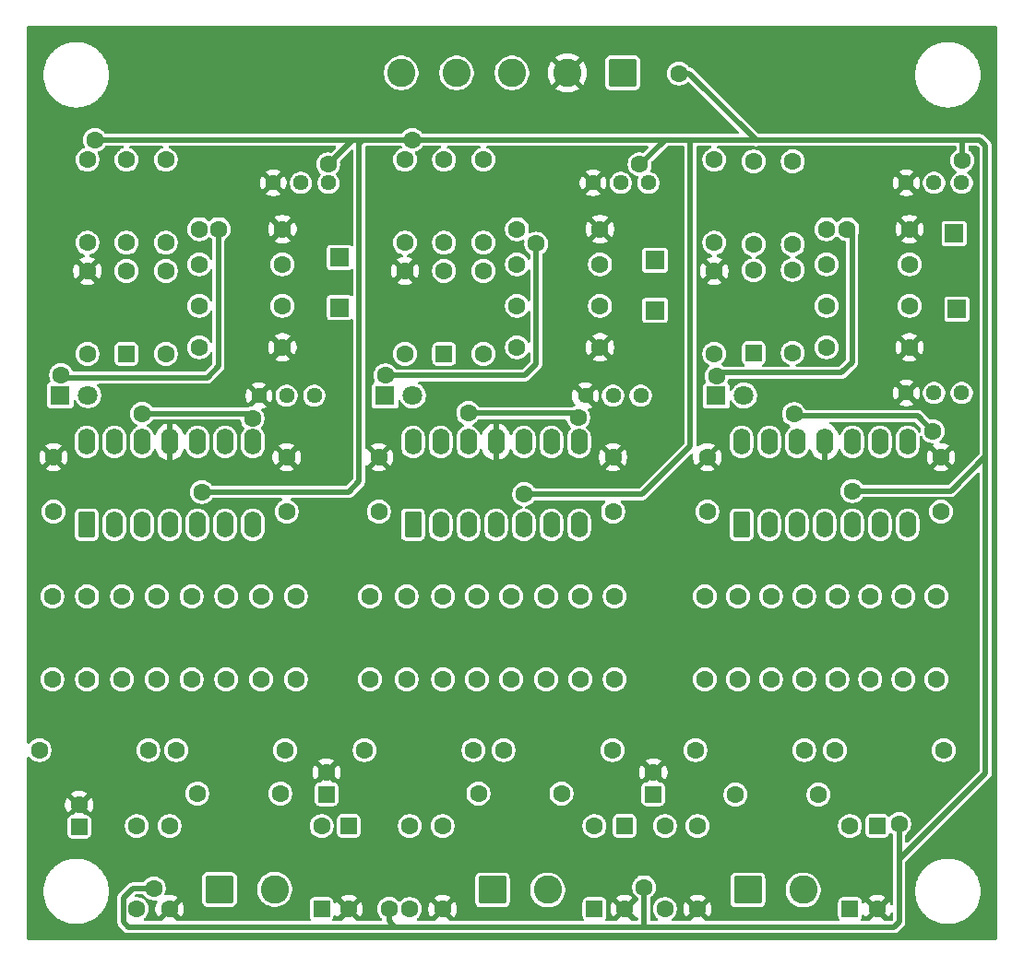
<source format=gbr>
%TF.GenerationSoftware,KiCad,Pcbnew,9.0.3*%
%TF.CreationDate,2026-01-26T07:36:02-05:00*%
%TF.ProjectId,CURRENT-SENSOR,43555252-454e-4542-9d53-454e534f522e,rev?*%
%TF.SameCoordinates,Original*%
%TF.FileFunction,Copper,L1,Top*%
%TF.FilePolarity,Positive*%
%FSLAX46Y46*%
G04 Gerber Fmt 4.6, Leading zero omitted, Abs format (unit mm)*
G04 Created by KiCad (PCBNEW 9.0.3) date 2026-01-26 07:36:02*
%MOMM*%
%LPD*%
G01*
G04 APERTURE LIST*
G04 Aperture macros list*
%AMRoundRect*
0 Rectangle with rounded corners*
0 $1 Rounding radius*
0 $2 $3 $4 $5 $6 $7 $8 $9 X,Y pos of 4 corners*
0 Add a 4 corners polygon primitive as box body*
4,1,4,$2,$3,$4,$5,$6,$7,$8,$9,$2,$3,0*
0 Add four circle primitives for the rounded corners*
1,1,$1+$1,$2,$3*
1,1,$1+$1,$4,$5*
1,1,$1+$1,$6,$7*
1,1,$1+$1,$8,$9*
0 Add four rect primitives between the rounded corners*
20,1,$1+$1,$2,$3,$4,$5,0*
20,1,$1+$1,$4,$5,$6,$7,0*
20,1,$1+$1,$6,$7,$8,$9,0*
20,1,$1+$1,$8,$9,$2,$3,0*%
G04 Aperture macros list end*
%TA.AperFunction,ComponentPad*%
%ADD10RoundRect,0.250000X1.050000X1.050000X-1.050000X1.050000X-1.050000X-1.050000X1.050000X-1.050000X0*%
%TD*%
%TA.AperFunction,ComponentPad*%
%ADD11C,2.600000*%
%TD*%
%TA.AperFunction,ComponentPad*%
%ADD12C,1.600000*%
%TD*%
%TA.AperFunction,ComponentPad*%
%ADD13R,1.800000X1.800000*%
%TD*%
%TA.AperFunction,ComponentPad*%
%ADD14C,1.800000*%
%TD*%
%TA.AperFunction,ComponentPad*%
%ADD15RoundRect,0.250000X0.550000X-0.550000X0.550000X0.550000X-0.550000X0.550000X-0.550000X-0.550000X0*%
%TD*%
%TA.AperFunction,ComponentPad*%
%ADD16RoundRect,0.250000X0.550000X-0.950000X0.550000X0.950000X-0.550000X0.950000X-0.550000X-0.950000X0*%
%TD*%
%TA.AperFunction,ComponentPad*%
%ADD17O,1.600000X2.400000*%
%TD*%
%TA.AperFunction,ComponentPad*%
%ADD18R,1.700000X1.700000*%
%TD*%
%TA.AperFunction,ComponentPad*%
%ADD19C,1.440000*%
%TD*%
%TA.AperFunction,ComponentPad*%
%ADD20RoundRect,0.250000X-1.050000X-1.050000X1.050000X-1.050000X1.050000X1.050000X-1.050000X1.050000X0*%
%TD*%
%TA.AperFunction,ComponentPad*%
%ADD21RoundRect,0.250000X-0.550000X0.550000X-0.550000X-0.550000X0.550000X-0.550000X0.550000X0.550000X0*%
%TD*%
%TA.AperFunction,ViaPad*%
%ADD22C,1.600000*%
%TD*%
%TA.AperFunction,Conductor*%
%ADD23C,0.500000*%
%TD*%
G04 APERTURE END LIST*
D10*
%TO.P,ANALOG_OUT1,1,Pin_1*%
%TO.N,5V*%
X149935000Y-55000000D03*
D11*
%TO.P,ANALOG_OUT1,2,Pin_2*%
%TO.N,GND*%
X144855000Y-55000000D03*
%TO.P,ANALOG_OUT1,3,Pin_3*%
%TO.N,SIGNAL_OUT1*%
X139775000Y-55000000D03*
%TO.P,ANALOG_OUT1,4,Pin_4*%
%TO.N,SIGNAL_OUT2*%
X134695000Y-55000000D03*
%TO.P,ANALOG_OUT1,5,Pin_5*%
%TO.N,SIGNAL_OUT3*%
X129615000Y-55000000D03*
%TD*%
D12*
%TO.P,R12,1*%
%TO.N,Net-(D1-A)*%
X165550000Y-70750000D03*
%TO.P,R12,2*%
%TO.N,Net-(U1D-+)*%
X165550000Y-63130000D03*
%TD*%
D13*
%TO.P,D6,1,K*%
%TO.N,Net-(D6-K)*%
X98330000Y-84600000D03*
D14*
%TO.P,D6,2,A*%
%TO.N,Net-(D6-A)*%
X100870000Y-84600000D03*
%TD*%
D12*
%TO.P,R19,1*%
%TO.N,Net-(U7A--)*%
X133450000Y-103090000D03*
%TO.P,R19,2*%
%TO.N,Net-(R19-Pad2)*%
X133450000Y-110710000D03*
%TD*%
D15*
%TO.P,C13,1*%
%TO.N,Net-(CT_1-Pin_1)*%
X152750000Y-121250000D03*
D12*
%TO.P,C13,2*%
%TO.N,GND*%
X152750000Y-119250000D03*
%TD*%
%TO.P,R28,1*%
%TO.N,Net-(U7D-+)*%
X137150000Y-80810000D03*
%TO.P,R28,2*%
%TO.N,Net-(U7C--)*%
X137150000Y-73190000D03*
%TD*%
%TO.P,C7,1*%
%TO.N,GND*%
X149050000Y-90300000D03*
%TO.P,C7,2*%
%TO.N,Net-(U7B-+)*%
X149050000Y-95300000D03*
%TD*%
%TO.P,R1,1*%
%TO.N,Net-(C1-Pad2)*%
X160512500Y-103090000D03*
%TO.P,R1,2*%
%TO.N,Net-(R0-Pad2)*%
X160512500Y-110710000D03*
%TD*%
%TO.P,R54,1*%
%TO.N,Net-(CT_2-Pin_1)*%
X130400000Y-124190000D03*
%TO.P,R54,2*%
%TO.N,5V*%
X130400000Y-131810000D03*
%TD*%
D15*
%TO.P,D12,1,K*%
%TO.N,5V*%
X122300000Y-131810000D03*
D12*
%TO.P,D12,2,A*%
%TO.N,OUT_S3*%
X122300000Y-124190000D03*
%TD*%
%TO.P,C8,1*%
%TO.N,Net-(C8-Pad1)*%
X139000000Y-117200000D03*
%TO.P,C8,2*%
%TO.N,Net-(C8-Pad2)*%
X149000000Y-117200000D03*
%TD*%
%TO.P,R20,1*%
%TO.N,Net-(C6-Pad2)*%
X130100000Y-103090000D03*
%TO.P,R20,2*%
%TO.N,Net-(R19-Pad2)*%
X130100000Y-110710000D03*
%TD*%
D15*
%TO.P,D1,1,K*%
%TO.N,Net-(D1-K)*%
X161950000Y-80760000D03*
D12*
%TO.P,D1,2,A*%
%TO.N,Net-(D1-A)*%
X161950000Y-73140000D03*
%TD*%
D16*
%TO.P,U1,1*%
%TO.N,Net-(C1-Pad2)*%
X160840000Y-96510000D03*
D17*
%TO.P,U1,2,-*%
%TO.N,Net-(U1A--)*%
X163380000Y-96510000D03*
%TO.P,U1,3,+*%
%TO.N,Net-(U1A-+)*%
X165920000Y-96510000D03*
%TO.P,U1,4,V+*%
%TO.N,5V*%
X168460000Y-96510000D03*
%TO.P,U1,5,+*%
%TO.N,Net-(U1B-+)*%
X171000000Y-96510000D03*
%TO.P,U1,6,-*%
%TO.N,Net-(U1B--)*%
X173540000Y-96510000D03*
%TO.P,U1,7*%
%TO.N,Net-(C3-Pad2)*%
X176080000Y-96510000D03*
%TO.P,U1,8*%
%TO.N,Net-(U1D-+)*%
X176080000Y-88890000D03*
%TO.P,U1,9,-*%
%TO.N,Net-(U1C--)*%
X173540000Y-88890000D03*
%TO.P,U1,10,+*%
%TO.N,Net-(U1C-+)*%
X171000000Y-88890000D03*
%TO.P,U1,11,V-*%
%TO.N,GND*%
X168460000Y-88890000D03*
%TO.P,U1,12,+*%
%TO.N,Net-(U1D-+)*%
X165920000Y-88890000D03*
%TO.P,U1,13,-*%
%TO.N,Net-(D1-K)*%
X163380000Y-88890000D03*
%TO.P,U1,14*%
%TO.N,Net-(D2-A)*%
X160840000Y-88890000D03*
%TD*%
D12*
%TO.P,R23,1*%
%TO.N,Net-(U7B--)*%
X146050000Y-103090000D03*
%TO.P,R23,2*%
%TO.N,Net-(R23-Pad2)*%
X146050000Y-110710000D03*
%TD*%
%TO.P,R31,1*%
%TO.N,Net-(D3-K)*%
X129950000Y-70610000D03*
%TO.P,R31,2*%
%TO.N,5V*%
X129950000Y-62990000D03*
%TD*%
D16*
%TO.P,U9,1*%
%TO.N,Net-(C10-Pad2)*%
X100760000Y-96510000D03*
D17*
%TO.P,U9,2,-*%
%TO.N,Net-(U9A--)*%
X103300000Y-96510000D03*
%TO.P,U9,3,+*%
%TO.N,Net-(U9A-+)*%
X105840000Y-96510000D03*
%TO.P,U9,4,V+*%
%TO.N,5V*%
X108380000Y-96510000D03*
%TO.P,U9,5,+*%
%TO.N,Net-(U9B-+)*%
X110920000Y-96510000D03*
%TO.P,U9,6,-*%
%TO.N,Net-(U9B--)*%
X113460000Y-96510000D03*
%TO.P,U9,7*%
%TO.N,Net-(C12-Pad2)*%
X116000000Y-96510000D03*
%TO.P,U9,8*%
%TO.N,Net-(U9D-+)*%
X116000000Y-88890000D03*
%TO.P,U9,9,-*%
%TO.N,Net-(U9C--)*%
X113460000Y-88890000D03*
%TO.P,U9,10,+*%
%TO.N,Net-(U9C-+)*%
X110920000Y-88890000D03*
%TO.P,U9,11,V-*%
%TO.N,GND*%
X108380000Y-88890000D03*
%TO.P,U9,12,+*%
%TO.N,Net-(U9D-+)*%
X105840000Y-88890000D03*
%TO.P,U9,13,-*%
%TO.N,Net-(D5-K)*%
X103300000Y-88890000D03*
%TO.P,U9,14*%
%TO.N,Net-(D6-A)*%
X100760000Y-88890000D03*
%TD*%
D18*
%TO.P,J7,1,Pin_1*%
%TO.N,Net-(J7-Pin_1)*%
X152900000Y-76800000D03*
%TD*%
D12*
%TO.P,R25,1*%
%TO.N,Net-(J7-Pin_1)*%
X147860000Y-76400000D03*
%TO.P,R25,2*%
%TO.N,Net-(U7C-+)*%
X140240000Y-76400000D03*
%TD*%
%TO.P,R56,1*%
%TO.N,OUT_S2*%
X144310000Y-121200000D03*
%TO.P,R56,2*%
%TO.N,Net-(CT_2-Pin_1)*%
X136690000Y-121200000D03*
%TD*%
%TO.P,R5,1*%
%TO.N,Net-(C3-Pad1)*%
X169625000Y-110710000D03*
%TO.P,R5,2*%
%TO.N,Net-(U1B-+)*%
X169625000Y-103090000D03*
%TD*%
D19*
%TO.P,RV1,1,1*%
%TO.N,Net-(C3-Pad2)*%
X181050000Y-84400000D03*
%TO.P,RV1,2,2*%
%TO.N,Net-(J1-Pin_1)*%
X178510000Y-84400000D03*
%TO.P,RV1,3,3*%
%TO.N,GND*%
X175970000Y-84400000D03*
%TD*%
%TO.P,RV2,1,1*%
%TO.N,5V*%
X181050000Y-65100000D03*
%TO.P,RV2,2,2*%
%TO.N,Net-(J6-Pin_1)*%
X178510000Y-65100000D03*
%TO.P,RV2,3,3*%
%TO.N,GND*%
X175970000Y-65100000D03*
%TD*%
D13*
%TO.P,D4,1,K*%
%TO.N,Net-(D4-K)*%
X128130000Y-84650000D03*
D14*
%TO.P,D4,2,A*%
%TO.N,Net-(D4-A)*%
X130670000Y-84650000D03*
%TD*%
D12*
%TO.P,R14,1*%
%TO.N,Net-(D1-K)*%
X158350000Y-70610000D03*
%TO.P,R14,2*%
%TO.N,5V*%
X158350000Y-62990000D03*
%TD*%
%TO.P,R24,1*%
%TO.N,Net-(R23-Pad2)*%
X149200000Y-110710000D03*
%TO.P,R24,2*%
%TO.N,Net-(C8-Pad2)*%
X149200000Y-103090000D03*
%TD*%
%TO.P,C11,1*%
%TO.N,GND*%
X119100000Y-90300000D03*
%TO.P,C11,2*%
%TO.N,Net-(U9B-+)*%
X119100000Y-95300000D03*
%TD*%
%TO.P,R37,1*%
%TO.N,Net-(C10-Pad2)*%
X100785714Y-103090000D03*
%TO.P,R37,2*%
%TO.N,Net-(R36-Pad2)*%
X100785714Y-110710000D03*
%TD*%
%TO.P,C10,1*%
%TO.N,Net-(C10-Pad1)*%
X106400000Y-117200000D03*
%TO.P,C10,2*%
%TO.N,Net-(C10-Pad2)*%
X96400000Y-117200000D03*
%TD*%
%TO.P,R50,1*%
%TO.N,GND*%
X118710000Y-69350000D03*
%TO.P,R50,2*%
%TO.N,Net-(D6-K)*%
X111090000Y-69350000D03*
%TD*%
%TO.P,R6,1*%
%TO.N,Net-(U1B--)*%
X175700000Y-103090000D03*
%TO.P,R6,2*%
%TO.N,Net-(R6-Pad2)*%
X175700000Y-110710000D03*
%TD*%
%TO.P,R39,1*%
%TO.N,Net-(C12-Pad1)*%
X110364286Y-110710000D03*
%TO.P,R39,2*%
%TO.N,Net-(U9B-+)*%
X110364286Y-103090000D03*
%TD*%
D19*
%TO.P,RV5,1,1*%
%TO.N,Net-(C12-Pad2)*%
X121640000Y-84645000D03*
%TO.P,RV5,2,2*%
%TO.N,Net-(J9-Pin_1)*%
X119100000Y-84645000D03*
%TO.P,RV5,3,3*%
%TO.N,GND*%
X116560000Y-84645000D03*
%TD*%
D20*
%TO.P,CT_3,1,Pin_1*%
%TO.N,Net-(CT_3-Pin_1)*%
X112920000Y-130000000D03*
D11*
%TO.P,CT_3,2,Pin_2*%
%TO.N,OUT_S3*%
X118000000Y-130000000D03*
%TD*%
D12*
%TO.P,R18,1*%
%TO.N,Net-(C6-Pad1)*%
X136550000Y-110710000D03*
%TO.P,R18,2*%
%TO.N,Net-(U7A-+)*%
X136550000Y-103090000D03*
%TD*%
%TO.P,R9,1*%
%TO.N,GND*%
X176260000Y-80210000D03*
%TO.P,R9,2*%
%TO.N,Net-(U1C-+)*%
X168640000Y-80210000D03*
%TD*%
%TO.P,R10,1*%
%TO.N,Net-(J6-Pin_1)*%
X176260000Y-72590000D03*
%TO.P,R10,2*%
%TO.N,Net-(U1C--)*%
X168640000Y-72590000D03*
%TD*%
D18*
%TO.P,J10,1,Pin_1*%
%TO.N,Net-(J10-Pin_1)*%
X123950000Y-71950000D03*
%TD*%
D12*
%TO.P,C9,1*%
%TO.N,GND*%
X97700000Y-90300000D03*
%TO.P,C9,2*%
%TO.N,Net-(U9A-+)*%
X97700000Y-95300000D03*
%TD*%
%TO.P,R16,1*%
%TO.N,GND*%
X176260000Y-69350000D03*
%TO.P,R16,2*%
%TO.N,Net-(D2-K)*%
X168640000Y-69350000D03*
%TD*%
%TO.P,R38,1*%
%TO.N,Net-(C10-Pad2)*%
X97592857Y-103090000D03*
%TO.P,R38,2*%
%TO.N,Net-(C12-Pad1)*%
X97592857Y-110710000D03*
%TD*%
%TO.P,R58,1*%
%TO.N,GND*%
X108350000Y-131810000D03*
%TO.P,R58,2*%
%TO.N,Net-(CT_3-Pin_1)*%
X108350000Y-124190000D03*
%TD*%
D18*
%TO.P,J6,1,Pin_1*%
%TO.N,Net-(J6-Pin_1)*%
X180350000Y-69750000D03*
%TD*%
D12*
%TO.P,R3,1*%
%TO.N,OUT_S1*%
X172662500Y-103090000D03*
%TO.P,R3,2*%
%TO.N,Net-(C1-Pad1)*%
X172662500Y-110710000D03*
%TD*%
%TO.P,R40,1*%
%TO.N,Net-(U9B--)*%
X116750000Y-103090000D03*
%TO.P,R40,2*%
%TO.N,Net-(R40-Pad2)*%
X116750000Y-110710000D03*
%TD*%
D15*
%TO.P,D5,1,K*%
%TO.N,Net-(D5-K)*%
X104400000Y-80810000D03*
D12*
%TO.P,D5,2,A*%
%TO.N,Net-(D5-A)*%
X104400000Y-73190000D03*
%TD*%
%TO.P,R49,1*%
%TO.N,GND*%
X100800000Y-73190000D03*
%TO.P,R49,2*%
%TO.N,Net-(D5-K)*%
X100800000Y-80810000D03*
%TD*%
D20*
%TO.P,CT_1,1,Pin_1*%
%TO.N,Net-(CT_1-Pin_1)*%
X161420000Y-130050000D03*
D11*
%TO.P,CT_1,2,Pin_2*%
%TO.N,OUT_S1*%
X166500000Y-130050000D03*
%TD*%
D12*
%TO.P,R4,1*%
%TO.N,Net-(C1-Pad1)*%
X166587500Y-110710000D03*
%TO.P,R4,2*%
%TO.N,Net-(U1A-+)*%
X166587500Y-103090000D03*
%TD*%
D16*
%TO.P,U7,1*%
%TO.N,Net-(C6-Pad2)*%
X130680000Y-96510000D03*
D17*
%TO.P,U7,2,-*%
%TO.N,Net-(U7A--)*%
X133220000Y-96510000D03*
%TO.P,U7,3,+*%
%TO.N,Net-(U7A-+)*%
X135760000Y-96510000D03*
%TO.P,U7,4,V+*%
%TO.N,5V*%
X138300000Y-96510000D03*
%TO.P,U7,5,+*%
%TO.N,Net-(U7B-+)*%
X140840000Y-96510000D03*
%TO.P,U7,6,-*%
%TO.N,Net-(U7B--)*%
X143380000Y-96510000D03*
%TO.P,U7,7*%
%TO.N,Net-(C8-Pad2)*%
X145920000Y-96510000D03*
%TO.P,U7,8*%
%TO.N,Net-(U7D-+)*%
X145920000Y-88890000D03*
%TO.P,U7,9,-*%
%TO.N,Net-(U7C--)*%
X143380000Y-88890000D03*
%TO.P,U7,10,+*%
%TO.N,Net-(U7C-+)*%
X140840000Y-88890000D03*
%TO.P,U7,11,V-*%
%TO.N,GND*%
X138300000Y-88890000D03*
%TO.P,U7,12,+*%
%TO.N,Net-(U7D-+)*%
X135760000Y-88890000D03*
%TO.P,U7,13,-*%
%TO.N,Net-(D3-K)*%
X133220000Y-88890000D03*
%TO.P,U7,14*%
%TO.N,Net-(D4-A)*%
X130680000Y-88890000D03*
%TD*%
D15*
%TO.P,D7,1,K*%
%TO.N,5V*%
X170800000Y-131810000D03*
D12*
%TO.P,D7,2,A*%
%TO.N,OUT_S1*%
X170800000Y-124190000D03*
%TD*%
%TO.P,R57,1*%
%TO.N,Net-(CT_3-Pin_1)*%
X105350000Y-124190000D03*
%TO.P,R57,2*%
%TO.N,5V*%
X105350000Y-131810000D03*
%TD*%
D19*
%TO.P,RV3,1,1*%
%TO.N,Net-(C8-Pad2)*%
X151590000Y-84645000D03*
%TO.P,RV3,2,2*%
%TO.N,Net-(J7-Pin_1)*%
X149050000Y-84645000D03*
%TO.P,RV3,3,3*%
%TO.N,GND*%
X146510000Y-84645000D03*
%TD*%
D12*
%TO.P,R43,1*%
%TO.N,GND*%
X118710000Y-80210000D03*
%TO.P,R43,2*%
%TO.N,Net-(U9C-+)*%
X111090000Y-80210000D03*
%TD*%
%TO.P,C1,1*%
%TO.N,Net-(C1-Pad1)*%
X166600000Y-117200000D03*
%TO.P,C1,2*%
%TO.N,Net-(C1-Pad2)*%
X156600000Y-117200000D03*
%TD*%
D18*
%TO.P,J8,1,Pin_1*%
%TO.N,Net-(J8-Pin_1)*%
X152900000Y-72200000D03*
%TD*%
D12*
%TO.P,R59,1*%
%TO.N,OUT_S3*%
X118510000Y-121200000D03*
%TO.P,R59,2*%
%TO.N,Net-(CT_3-Pin_1)*%
X110890000Y-121200000D03*
%TD*%
%TO.P,C3,1*%
%TO.N,Net-(C3-Pad1)*%
X169400000Y-117200000D03*
%TO.P,C3,2*%
%TO.N,Net-(C3-Pad2)*%
X179400000Y-117200000D03*
%TD*%
%TO.P,R52,1*%
%TO.N,GND*%
X156800000Y-131810000D03*
%TO.P,R52,2*%
%TO.N,Net-(CT_1-Pin_1)*%
X156800000Y-124190000D03*
%TD*%
D21*
%TO.P,D8,1,K*%
%TO.N,OUT_S1*%
X173300000Y-124190000D03*
D12*
%TO.P,D8,2,A*%
%TO.N,GND*%
X173300000Y-131810000D03*
%TD*%
D19*
%TO.P,RV6,1,1*%
%TO.N,5V*%
X122940000Y-65100000D03*
%TO.P,RV6,2,2*%
%TO.N,Net-(J10-Pin_1)*%
X120400000Y-65100000D03*
%TO.P,RV6,3,3*%
%TO.N,GND*%
X117860000Y-65100000D03*
%TD*%
D12*
%TO.P,R27,1*%
%TO.N,Net-(J8-Pin_1)*%
X147860000Y-72590000D03*
%TO.P,R27,2*%
%TO.N,Net-(U7C--)*%
X140240000Y-72590000D03*
%TD*%
D13*
%TO.P,D2,1,K*%
%TO.N,Net-(D2-K)*%
X158530000Y-84650000D03*
D14*
%TO.P,D2,2,A*%
%TO.N,Net-(D2-A)*%
X161070000Y-84650000D03*
%TD*%
D12*
%TO.P,C6,1*%
%TO.N,Net-(C6-Pad1)*%
X136250000Y-117200000D03*
%TO.P,C6,2*%
%TO.N,Net-(C6-Pad2)*%
X126250000Y-117200000D03*
%TD*%
%TO.P,R53,1*%
%TO.N,OUT_S1*%
X167910000Y-121300000D03*
%TO.P,R53,2*%
%TO.N,Net-(CT_1-Pin_1)*%
X160290000Y-121300000D03*
%TD*%
%TO.P,R2,1*%
%TO.N,Net-(C1-Pad2)*%
X157475000Y-103090000D03*
%TO.P,R2,2*%
%TO.N,Net-(C3-Pad1)*%
X157475000Y-110710000D03*
%TD*%
%TO.P,R44,1*%
%TO.N,Net-(J10-Pin_1)*%
X118710000Y-72590000D03*
%TO.P,R44,2*%
%TO.N,Net-(U9C--)*%
X111090000Y-72590000D03*
%TD*%
%TO.P,C5,1*%
%TO.N,GND*%
X127550000Y-90300000D03*
%TO.P,C5,2*%
%TO.N,Net-(U7A-+)*%
X127550000Y-95300000D03*
%TD*%
%TO.P,R30,1*%
%TO.N,SIGNAL_OUT2*%
X133550000Y-62990000D03*
%TO.P,R30,2*%
%TO.N,Net-(D3-A)*%
X133550000Y-70610000D03*
%TD*%
D18*
%TO.P,J9,1,Pin_1*%
%TO.N,Net-(J9-Pin_1)*%
X123950000Y-76550000D03*
%TD*%
D12*
%TO.P,R11,1*%
%TO.N,Net-(U1D-+)*%
X165550000Y-80710000D03*
%TO.P,R11,2*%
%TO.N,Net-(U1C--)*%
X165550000Y-73090000D03*
%TD*%
D21*
%TO.P,D10,1,K*%
%TO.N,OUT_S2*%
X150100000Y-124190000D03*
D12*
%TO.P,D10,2,A*%
%TO.N,GND*%
X150100000Y-131810000D03*
%TD*%
%TO.P,R45,1*%
%TO.N,Net-(U9D-+)*%
X108000000Y-80810000D03*
%TO.P,R45,2*%
%TO.N,Net-(U9C--)*%
X108000000Y-73190000D03*
%TD*%
%TO.P,C12,1*%
%TO.N,Net-(C12-Pad1)*%
X108950000Y-117200000D03*
%TO.P,C12,2*%
%TO.N,Net-(C12-Pad2)*%
X118950000Y-117200000D03*
%TD*%
D19*
%TO.P,RV4,1,1*%
%TO.N,5V*%
X152300000Y-65100000D03*
%TO.P,RV4,2,2*%
%TO.N,Net-(J8-Pin_1)*%
X149760000Y-65100000D03*
%TO.P,RV4,3,3*%
%TO.N,GND*%
X147220000Y-65100000D03*
%TD*%
D12*
%TO.P,R46,1*%
%TO.N,Net-(D5-A)*%
X108000000Y-70610000D03*
%TO.P,R46,2*%
%TO.N,Net-(U9D-+)*%
X108000000Y-62990000D03*
%TD*%
%TO.P,R13,1*%
%TO.N,GND*%
X158350000Y-73190000D03*
%TO.P,R13,2*%
%TO.N,Net-(D1-K)*%
X158350000Y-80810000D03*
%TD*%
%TO.P,R17,1*%
%TO.N,OUT_S2*%
X142900000Y-103090000D03*
%TO.P,R17,2*%
%TO.N,Net-(C6-Pad1)*%
X142900000Y-110710000D03*
%TD*%
D15*
%TO.P,D9,1,K*%
%TO.N,5V*%
X147350000Y-131810000D03*
D12*
%TO.P,D9,2,A*%
%TO.N,OUT_S2*%
X147350000Y-124190000D03*
%TD*%
%TO.P,R0,1*%
%TO.N,Net-(U1A--)*%
X163550000Y-103090000D03*
%TO.P,R0,2*%
%TO.N,Net-(R0-Pad2)*%
X163550000Y-110710000D03*
%TD*%
%TO.P,R48,1*%
%TO.N,Net-(D5-K)*%
X100800000Y-70610000D03*
%TO.P,R48,2*%
%TO.N,5V*%
X100800000Y-62990000D03*
%TD*%
D21*
%TO.P,D11,1,K*%
%TO.N,OUT_S3*%
X124800000Y-124190000D03*
D12*
%TO.P,D11,2,A*%
%TO.N,GND*%
X124800000Y-131810000D03*
%TD*%
%TO.P,R34,1*%
%TO.N,OUT_S3*%
X113557143Y-103090000D03*
%TO.P,R34,2*%
%TO.N,Net-(C10-Pad1)*%
X113557143Y-110710000D03*
%TD*%
D15*
%TO.P,D3,1,K*%
%TO.N,Net-(D3-K)*%
X133550000Y-80810000D03*
D12*
%TO.P,D3,2,A*%
%TO.N,Net-(D3-A)*%
X133550000Y-73190000D03*
%TD*%
%TO.P,R33,1*%
%TO.N,GND*%
X147860000Y-69350000D03*
%TO.P,R33,2*%
%TO.N,Net-(D4-K)*%
X140240000Y-69350000D03*
%TD*%
D18*
%TO.P,J1,1,Pin_1*%
%TO.N,Net-(J1-Pin_1)*%
X180600000Y-76700000D03*
%TD*%
D12*
%TO.P,C4,1*%
%TO.N,GND*%
X179150000Y-90300000D03*
%TO.P,C4,2*%
%TO.N,Net-(U1B-+)*%
X179150000Y-95300000D03*
%TD*%
%TO.P,R36,1*%
%TO.N,Net-(U9A--)*%
X103978571Y-103090000D03*
%TO.P,R36,2*%
%TO.N,Net-(R36-Pad2)*%
X103978571Y-110710000D03*
%TD*%
%TO.P,R8,1*%
%TO.N,Net-(J1-Pin_1)*%
X176260000Y-76400000D03*
%TO.P,R8,2*%
%TO.N,Net-(U1C-+)*%
X168640000Y-76400000D03*
%TD*%
%TO.P,R35,1*%
%TO.N,Net-(C10-Pad1)*%
X107171428Y-110710000D03*
%TO.P,R35,2*%
%TO.N,Net-(U9A-+)*%
X107171428Y-103090000D03*
%TD*%
%TO.P,R15,1*%
%TO.N,SIGNAL_OUT1*%
X161950000Y-63140000D03*
%TO.P,R15,2*%
%TO.N,Net-(D1-A)*%
X161950000Y-70760000D03*
%TD*%
%TO.P,C2,1*%
%TO.N,GND*%
X157700000Y-90300000D03*
%TO.P,C2,2*%
%TO.N,Net-(U1A-+)*%
X157700000Y-95300000D03*
%TD*%
%TO.P,R47,1*%
%TO.N,SIGNAL_OUT3*%
X104400000Y-62990000D03*
%TO.P,R47,2*%
%TO.N,Net-(D5-A)*%
X104400000Y-70610000D03*
%TD*%
D15*
%TO.P,C14,1*%
%TO.N,Net-(CT_2-Pin_1)*%
X122750000Y-121250000D03*
D12*
%TO.P,C14,2*%
%TO.N,GND*%
X122750000Y-119250000D03*
%TD*%
%TO.P,R22,1*%
%TO.N,Net-(C8-Pad1)*%
X139700000Y-110710000D03*
%TO.P,R22,2*%
%TO.N,Net-(U7B-+)*%
X139700000Y-103090000D03*
%TD*%
%TO.P,R21,1*%
%TO.N,Net-(C6-Pad2)*%
X126750000Y-103090000D03*
%TO.P,R21,2*%
%TO.N,Net-(C8-Pad1)*%
X126750000Y-110710000D03*
%TD*%
D20*
%TO.P,CT_2,1,Pin_1*%
%TO.N,Net-(CT_2-Pin_1)*%
X137970000Y-130050000D03*
D11*
%TO.P,CT_2,2,Pin_2*%
%TO.N,OUT_S2*%
X143050000Y-130050000D03*
%TD*%
D12*
%TO.P,R42,1*%
%TO.N,Net-(J9-Pin_1)*%
X118710000Y-76400000D03*
%TO.P,R42,2*%
%TO.N,Net-(U9C-+)*%
X111090000Y-76400000D03*
%TD*%
%TO.P,R7,1*%
%TO.N,Net-(R6-Pad2)*%
X178737500Y-110710000D03*
%TO.P,R7,2*%
%TO.N,Net-(C3-Pad2)*%
X178737500Y-103090000D03*
%TD*%
%TO.P,R29,1*%
%TO.N,Net-(D3-A)*%
X137150000Y-70610000D03*
%TO.P,R29,2*%
%TO.N,Net-(U7D-+)*%
X137150000Y-62990000D03*
%TD*%
D15*
%TO.P,C15,1*%
%TO.N,Net-(CT_3-Pin_1)*%
X100050000Y-124250000D03*
D12*
%TO.P,C15,2*%
%TO.N,GND*%
X100050000Y-122250000D03*
%TD*%
%TO.P,R26,1*%
%TO.N,GND*%
X147860000Y-80210000D03*
%TO.P,R26,2*%
%TO.N,Net-(U7C-+)*%
X140240000Y-80210000D03*
%TD*%
%TO.P,R41,1*%
%TO.N,Net-(R40-Pad2)*%
X119942857Y-110710000D03*
%TO.P,R41,2*%
%TO.N,Net-(C12-Pad2)*%
X119942857Y-103090000D03*
%TD*%
%TO.P,R51,1*%
%TO.N,Net-(CT_1-Pin_1)*%
X153800000Y-124190000D03*
%TO.P,R51,2*%
%TO.N,5V*%
X153800000Y-131810000D03*
%TD*%
%TO.P,R32,1*%
%TO.N,GND*%
X129950000Y-73190000D03*
%TO.P,R32,2*%
%TO.N,Net-(D3-K)*%
X129950000Y-80810000D03*
%TD*%
%TO.P,R55,1*%
%TO.N,GND*%
X133400000Y-131810000D03*
%TO.P,R55,2*%
%TO.N,Net-(CT_2-Pin_1)*%
X133400000Y-124190000D03*
%TD*%
D22*
%TO.N,Net-(D2-K)*%
X170550000Y-69350000D03*
X158575000Y-82825000D03*
%TO.N,Net-(D4-K)*%
X142000000Y-70700000D03*
X128150000Y-82800000D03*
%TO.N,Net-(D6-K)*%
X112850000Y-69350000D03*
X98400000Y-82750000D03*
%TO.N,5V*%
X122900000Y-63400000D03*
X155100000Y-55050000D03*
X106900000Y-129900000D03*
X171000000Y-93400000D03*
X140900000Y-93700000D03*
X128500000Y-131800000D03*
X101500000Y-61150000D03*
X111300000Y-93500000D03*
X175300000Y-124000000D03*
X151500000Y-63400000D03*
X151900000Y-129800000D03*
X181100000Y-63050000D03*
X130600000Y-61150000D03*
%TO.N,Net-(U1D-+)*%
X178400000Y-87900000D03*
X165650000Y-86350000D03*
%TO.N,Net-(U7D-+)*%
X145850000Y-86650000D03*
X135760000Y-86250000D03*
%TO.N,Net-(U9D-+)*%
X105840000Y-86300000D03*
X115950000Y-86750000D03*
%TD*%
D23*
%TO.N,Net-(D2-K)*%
X158850000Y-82550000D02*
X158575000Y-82825000D01*
X158575000Y-82825000D02*
X158500000Y-82900000D01*
X170550000Y-69350000D02*
X171000000Y-69800000D01*
X171000000Y-81550000D02*
X170000000Y-82550000D01*
X171000000Y-69800000D02*
X171000000Y-81550000D01*
X170000000Y-82550000D02*
X158850000Y-82550000D01*
%TO.N,Net-(D4-K)*%
X140950000Y-82800000D02*
X142000000Y-81750000D01*
X128150000Y-82800000D02*
X140950000Y-82800000D01*
X142000000Y-81750000D02*
X142000000Y-70700000D01*
%TO.N,Net-(D6-K)*%
X112850000Y-81950000D02*
X111800000Y-83000000D01*
X98650000Y-83000000D02*
X98400000Y-82750000D01*
X111800000Y-83000000D02*
X98650000Y-83000000D01*
X112850000Y-69350000D02*
X112850000Y-81950000D01*
%TO.N,5V*%
X128500000Y-132900000D02*
X128500000Y-131800000D01*
X129050000Y-133450000D02*
X128500000Y-132900000D01*
X156150000Y-89300000D02*
X151750000Y-93700000D01*
X183250000Y-61700000D02*
X183250000Y-90200000D01*
X151900000Y-133450000D02*
X151900000Y-129800000D01*
X174850000Y-133450000D02*
X156550000Y-133450000D01*
X161950000Y-60950000D02*
X161750000Y-61150000D01*
X153800000Y-61150000D02*
X156100000Y-61150000D01*
X132250000Y-133450000D02*
X128300000Y-133450000D01*
X126100000Y-61150000D02*
X130600000Y-61150000D01*
X151500000Y-63400000D02*
X151550000Y-63400000D01*
X104100000Y-133000000D02*
X104100000Y-130800000D01*
X156150000Y-61200000D02*
X156150000Y-89300000D01*
X111300000Y-93500000D02*
X124750000Y-93500000D01*
X128300000Y-133450000D02*
X127100000Y-133450000D01*
X151550000Y-63400000D02*
X153800000Y-61150000D01*
X151750000Y-93700000D02*
X140900000Y-93700000D01*
X175325000Y-124025000D02*
X175300000Y-124000000D01*
X127100000Y-133450000D02*
X120600000Y-133450000D01*
X152650000Y-133450000D02*
X132250000Y-133450000D01*
X160960000Y-61150000D02*
X156200000Y-61150000D01*
X104100000Y-130800000D02*
X105000000Y-129900000D01*
X156050000Y-55050000D02*
X161950000Y-60950000D01*
X183250000Y-90200000D02*
X183250000Y-119300000D01*
X155100000Y-55050000D02*
X156050000Y-55050000D01*
X125450000Y-61150000D02*
X126100000Y-61150000D01*
X125750000Y-92500000D02*
X125750000Y-61500000D01*
X122900000Y-63400000D02*
X125150000Y-61150000D01*
X161950000Y-60950000D02*
X162180000Y-61180000D01*
X152650000Y-133450000D02*
X151900000Y-133450000D01*
X175325000Y-127225000D02*
X175325000Y-124025000D01*
X130600000Y-61150000D02*
X153800000Y-61150000D01*
X161750000Y-61150000D02*
X160960000Y-61150000D01*
X124750000Y-93500000D02*
X125750000Y-92500000D01*
X120600000Y-133450000D02*
X104550000Y-133450000D01*
X125750000Y-61500000D02*
X126100000Y-61150000D01*
X183250000Y-90200000D02*
X180050000Y-93400000D01*
X175325000Y-127225000D02*
X175325000Y-132975000D01*
X152650000Y-133450000D02*
X156550000Y-133450000D01*
X156550000Y-133450000D02*
X155550000Y-133450000D01*
X175325000Y-132975000D02*
X174850000Y-133450000D01*
X125150000Y-61150000D02*
X125450000Y-61150000D01*
X104550000Y-133450000D02*
X104100000Y-133000000D01*
X182700000Y-61150000D02*
X183250000Y-61700000D01*
X183250000Y-119300000D02*
X175325000Y-127225000D01*
X105000000Y-129900000D02*
X106900000Y-129900000D01*
X132250000Y-133450000D02*
X129050000Y-133450000D01*
X160960000Y-61150000D02*
X182700000Y-61150000D01*
X180050000Y-93400000D02*
X171000000Y-93400000D01*
X181100000Y-63050000D02*
X181100000Y-61450000D01*
X125450000Y-61150000D02*
X101500000Y-61150000D01*
X182730000Y-61180000D02*
X183250000Y-61700000D01*
X156200000Y-61150000D02*
X156150000Y-61200000D01*
X156100000Y-61150000D02*
X156150000Y-61200000D01*
%TO.N,Net-(U1D-+)*%
X177000000Y-86500000D02*
X178400000Y-87900000D01*
X165650000Y-86350000D02*
X165800000Y-86500000D01*
X165800000Y-86500000D02*
X177000000Y-86500000D01*
%TO.N,Net-(U7D-+)*%
X135760000Y-86250000D02*
X145450000Y-86250000D01*
X145450000Y-86250000D02*
X145850000Y-86650000D01*
%TO.N,Net-(U9D-+)*%
X115500000Y-86300000D02*
X115950000Y-86750000D01*
X105840000Y-86300000D02*
X115500000Y-86300000D01*
%TD*%
%TA.AperFunction,Conductor*%
%TO.N,GND*%
G36*
X105943526Y-130470185D02*
G01*
X105976805Y-130501614D01*
X105994576Y-130526073D01*
X106060586Y-130616928D01*
X106183072Y-130739414D01*
X106323212Y-130841232D01*
X106477555Y-130919873D01*
X106642299Y-130973402D01*
X106813389Y-131000500D01*
X106813390Y-131000500D01*
X106986610Y-131000500D01*
X106986611Y-131000500D01*
X107090881Y-130983985D01*
X107160174Y-130992940D01*
X107213626Y-131037936D01*
X107234266Y-131104687D01*
X107220764Y-131162752D01*
X107145245Y-131310965D01*
X107082009Y-131505582D01*
X107050000Y-131707682D01*
X107050000Y-131912317D01*
X107082009Y-132114417D01*
X107145244Y-132309031D01*
X107238141Y-132491350D01*
X107238147Y-132491359D01*
X107270523Y-132535921D01*
X107270524Y-132535922D01*
X107950000Y-131856446D01*
X107950000Y-131862661D01*
X107977259Y-131964394D01*
X108029920Y-132055606D01*
X108104394Y-132130080D01*
X108195606Y-132182741D01*
X108297339Y-132210000D01*
X108303553Y-132210000D01*
X107650370Y-132863181D01*
X107589047Y-132896666D01*
X107562689Y-132899500D01*
X106104347Y-132899500D01*
X106037308Y-132879815D01*
X105991553Y-132827011D01*
X105981609Y-132757853D01*
X106010634Y-132694297D01*
X106031459Y-132675183D01*
X106066928Y-132649414D01*
X106189414Y-132526928D01*
X106291232Y-132386788D01*
X106369873Y-132232445D01*
X106423402Y-132067701D01*
X106450500Y-131896611D01*
X106450500Y-131723389D01*
X106423402Y-131552299D01*
X106369873Y-131387555D01*
X106291232Y-131233212D01*
X106189414Y-131093072D01*
X106066928Y-130970586D01*
X105926788Y-130868768D01*
X105772445Y-130790127D01*
X105607701Y-130736598D01*
X105607699Y-130736597D01*
X105607698Y-130736597D01*
X105458406Y-130712952D01*
X105436611Y-130709500D01*
X105268387Y-130709500D01*
X105247141Y-130703261D01*
X105225053Y-130701682D01*
X105214269Y-130693609D01*
X105201348Y-130689815D01*
X105186848Y-130673081D01*
X105169120Y-130659810D01*
X105164412Y-130647189D01*
X105155593Y-130637011D01*
X105152441Y-130615093D01*
X105144703Y-130594346D01*
X105147565Y-130581185D01*
X105145649Y-130567853D01*
X105154848Y-130547709D01*
X105159555Y-130526073D01*
X105172823Y-130508347D01*
X105174674Y-130504297D01*
X105180706Y-130497819D01*
X105191706Y-130486819D01*
X105253029Y-130453334D01*
X105279387Y-130450500D01*
X105876487Y-130450500D01*
X105943526Y-130470185D01*
G37*
%TD.AperFunction*%
%TA.AperFunction,Conductor*%
G36*
X124400000Y-131862661D02*
G01*
X124427259Y-131964394D01*
X124479920Y-132055606D01*
X124554394Y-132130080D01*
X124645606Y-132182741D01*
X124747339Y-132210000D01*
X124753553Y-132210000D01*
X124100370Y-132863181D01*
X124039047Y-132896666D01*
X124012689Y-132899500D01*
X123381423Y-132899500D01*
X123314384Y-132879815D01*
X123268629Y-132827011D01*
X123258685Y-132757853D01*
X123282619Y-132700575D01*
X123334360Y-132632343D01*
X123334359Y-132632343D01*
X123334361Y-132632342D01*
X123389877Y-132491564D01*
X123398197Y-132422278D01*
X123425733Y-132358066D01*
X123483615Y-132318933D01*
X123553466Y-132317305D01*
X123613108Y-132353700D01*
X123631797Y-132380769D01*
X123688141Y-132491350D01*
X123688147Y-132491359D01*
X123720523Y-132535921D01*
X123720524Y-132535922D01*
X124400000Y-131856446D01*
X124400000Y-131862661D01*
G37*
%TD.AperFunction*%
%TA.AperFunction,Conductor*%
G36*
X151179473Y-132535921D02*
G01*
X151215771Y-132533065D01*
X151229381Y-132535924D01*
X151243147Y-132533945D01*
X151262898Y-132542965D01*
X151284148Y-132547429D01*
X151294052Y-132557192D01*
X151306703Y-132562970D01*
X151318442Y-132581236D01*
X151333905Y-132596480D01*
X151337731Y-132611251D01*
X151344477Y-132621748D01*
X151349500Y-132656683D01*
X151349500Y-132775500D01*
X151329815Y-132842539D01*
X151277011Y-132888294D01*
X151225500Y-132899500D01*
X150887310Y-132899500D01*
X150820271Y-132879815D01*
X150799629Y-132863181D01*
X150146447Y-132210000D01*
X150152661Y-132210000D01*
X150254394Y-132182741D01*
X150345606Y-132130080D01*
X150420080Y-132055606D01*
X150472741Y-131964394D01*
X150500000Y-131862661D01*
X150500000Y-131856448D01*
X151179473Y-132535921D01*
G37*
%TD.AperFunction*%
%TA.AperFunction,Conductor*%
G36*
X172900000Y-131862661D02*
G01*
X172927259Y-131964394D01*
X172979920Y-132055606D01*
X173054394Y-132130080D01*
X173145606Y-132182741D01*
X173247339Y-132210000D01*
X173253553Y-132210000D01*
X172600370Y-132863181D01*
X172539047Y-132896666D01*
X172512689Y-132899500D01*
X171881423Y-132899500D01*
X171814384Y-132879815D01*
X171768629Y-132827011D01*
X171758685Y-132757853D01*
X171782619Y-132700575D01*
X171834360Y-132632343D01*
X171834359Y-132632343D01*
X171834361Y-132632342D01*
X171889877Y-132491564D01*
X171898197Y-132422278D01*
X171925733Y-132358066D01*
X171983615Y-132318933D01*
X172053466Y-132317305D01*
X172113108Y-132353700D01*
X172131797Y-132380769D01*
X172188141Y-132491350D01*
X172188147Y-132491359D01*
X172220523Y-132535921D01*
X172220524Y-132535922D01*
X172900000Y-131856446D01*
X172900000Y-131862661D01*
G37*
%TD.AperFunction*%
%TA.AperFunction,Conductor*%
G36*
X174379474Y-132535922D02*
G01*
X174379474Y-132535921D01*
X174411859Y-132491349D01*
X174504755Y-132309031D01*
X174532569Y-132223430D01*
X174572007Y-132165755D01*
X174636366Y-132138557D01*
X174705212Y-132150472D01*
X174756688Y-132197716D01*
X174774500Y-132261749D01*
X174774500Y-132695613D01*
X174765855Y-132725053D01*
X174759332Y-132755040D01*
X174755577Y-132760055D01*
X174754815Y-132762652D01*
X174738181Y-132783294D01*
X174658294Y-132863181D01*
X174596971Y-132896666D01*
X174570613Y-132899500D01*
X174087310Y-132899500D01*
X174020271Y-132879815D01*
X173999629Y-132863181D01*
X173346447Y-132210000D01*
X173352661Y-132210000D01*
X173454394Y-132182741D01*
X173545606Y-132130080D01*
X173620080Y-132055606D01*
X173672741Y-131964394D01*
X173700000Y-131862661D01*
X173700000Y-131856448D01*
X174379474Y-132535922D01*
G37*
%TD.AperFunction*%
%TA.AperFunction,Conductor*%
G36*
X184217539Y-50695185D02*
G01*
X184263294Y-50747989D01*
X184274500Y-50799500D01*
X184274500Y-134550500D01*
X184254815Y-134617539D01*
X184202011Y-134663294D01*
X184150500Y-134674500D01*
X95399500Y-134674500D01*
X95332461Y-134654815D01*
X95286706Y-134602011D01*
X95275500Y-134550500D01*
X95275500Y-130175000D01*
X96774999Y-130175000D01*
X96775305Y-130222445D01*
X96775497Y-130252257D01*
X96783451Y-130406565D01*
X96783452Y-130406573D01*
X96783452Y-130406582D01*
X96799338Y-130560260D01*
X96823119Y-130712945D01*
X96823120Y-130712952D01*
X96854717Y-130864154D01*
X96894072Y-131013593D01*
X96941063Y-131160795D01*
X96995566Y-131305371D01*
X97031484Y-131387555D01*
X97057443Y-131446954D01*
X97086747Y-131505582D01*
X97126532Y-131585181D01*
X97202622Y-131719623D01*
X97202628Y-131719632D01*
X97202630Y-131719635D01*
X97260108Y-131810001D01*
X97285557Y-131850010D01*
X97285565Y-131850023D01*
X97375085Y-131975942D01*
X97470978Y-132097100D01*
X97572959Y-132213136D01*
X97572969Y-132213147D01*
X97572979Y-132213158D01*
X97594547Y-132235289D01*
X97680784Y-132323777D01*
X97680800Y-132323792D01*
X97680820Y-132323813D01*
X97787205Y-132422281D01*
X97794214Y-132428768D01*
X97794227Y-132428779D01*
X97912872Y-132527758D01*
X98036440Y-132620485D01*
X98036449Y-132620491D01*
X98148098Y-132695613D01*
X98164644Y-132706746D01*
X98249755Y-132757853D01*
X98297104Y-132786285D01*
X98297125Y-132786297D01*
X98433471Y-132858893D01*
X98433490Y-132858903D01*
X98433496Y-132858906D01*
X98573439Y-132924407D01*
X98573451Y-132924412D01*
X98573458Y-132924415D01*
X98581108Y-132927526D01*
X98716568Y-132982616D01*
X98862504Y-133033380D01*
X99010860Y-133076564D01*
X99161242Y-133112054D01*
X99313252Y-133139755D01*
X99466486Y-133159594D01*
X99466485Y-133159594D01*
X99488493Y-133161297D01*
X99620538Y-133171519D01*
X99775000Y-133175498D01*
X99929462Y-133171519D01*
X100083514Y-133159594D01*
X100236748Y-133139755D01*
X100388758Y-133112054D01*
X100539140Y-133076564D01*
X100687496Y-133033380D01*
X100833432Y-132982616D01*
X100976561Y-132924407D01*
X101116504Y-132858906D01*
X101252889Y-132786289D01*
X101385356Y-132706746D01*
X101513552Y-132620490D01*
X101616862Y-132542965D01*
X101637127Y-132527758D01*
X101638127Y-132526924D01*
X101755785Y-132428769D01*
X101869180Y-132323813D01*
X101977021Y-132213158D01*
X102079023Y-132097098D01*
X102174916Y-131975941D01*
X102264444Y-131850009D01*
X102347370Y-131719635D01*
X102354135Y-131707682D01*
X102423467Y-131585181D01*
X102423471Y-131585171D01*
X102423476Y-131585164D01*
X102492557Y-131446954D01*
X102554433Y-131305371D01*
X102608938Y-131160791D01*
X102655927Y-131013596D01*
X102695277Y-130864177D01*
X102695282Y-130864154D01*
X102726879Y-130712952D01*
X102726880Y-130712945D01*
X102726883Y-130712931D01*
X102750661Y-130560259D01*
X102752548Y-130542010D01*
X102762554Y-130445211D01*
X102766549Y-130406565D01*
X102774503Y-130252257D01*
X102774503Y-130097743D01*
X102766549Y-129943435D01*
X102750661Y-129789741D01*
X102726883Y-129637069D01*
X102726880Y-129637054D01*
X102726879Y-129637047D01*
X102695282Y-129485845D01*
X102695280Y-129485837D01*
X102695277Y-129485823D01*
X102655927Y-129336404D01*
X102608938Y-129189209D01*
X102568925Y-129083070D01*
X102554433Y-129044628D01*
X102532702Y-128994906D01*
X102492557Y-128903046D01*
X102423476Y-128764836D01*
X102423475Y-128764835D01*
X102423467Y-128764818D01*
X102347377Y-128630376D01*
X102347371Y-128630367D01*
X102306913Y-128566760D01*
X102264444Y-128499991D01*
X102264438Y-128499982D01*
X102264434Y-128499976D01*
X102200554Y-128410122D01*
X102174916Y-128374059D01*
X102079023Y-128252902D01*
X102079021Y-128252899D01*
X101977040Y-128136863D01*
X101977031Y-128136853D01*
X101977021Y-128136842D01*
X101953056Y-128112252D01*
X101869215Y-128026222D01*
X101869199Y-128026206D01*
X101869180Y-128026187D01*
X101755785Y-127921231D01*
X101755772Y-127921220D01*
X101637127Y-127822241D01*
X101513559Y-127729514D01*
X101513550Y-127729508D01*
X101385373Y-127643265D01*
X101385357Y-127643255D01*
X101385356Y-127643254D01*
X101332560Y-127611551D01*
X101252895Y-127563714D01*
X101252874Y-127563702D01*
X101116528Y-127491106D01*
X101116509Y-127491096D01*
X100976570Y-127425597D01*
X100976541Y-127425584D01*
X100833448Y-127367390D01*
X100833439Y-127367387D01*
X100833432Y-127367384D01*
X100687496Y-127316620D01*
X100655199Y-127307219D01*
X100539145Y-127273437D01*
X100539140Y-127273436D01*
X100388758Y-127237946D01*
X100388748Y-127237944D01*
X100388739Y-127237942D01*
X100236744Y-127210244D01*
X100083506Y-127190405D01*
X100083514Y-127190405D01*
X99929455Y-127178480D01*
X99775000Y-127174503D01*
X99620544Y-127178480D01*
X99466489Y-127190405D01*
X99313255Y-127210244D01*
X99161260Y-127237942D01*
X99161246Y-127237945D01*
X99161242Y-127237946D01*
X99038571Y-127266896D01*
X99010864Y-127273435D01*
X99010854Y-127273437D01*
X98862500Y-127316621D01*
X98716551Y-127367390D01*
X98573458Y-127425584D01*
X98573429Y-127425597D01*
X98433490Y-127491096D01*
X98433471Y-127491106D01*
X98297125Y-127563702D01*
X98297104Y-127563714D01*
X98164642Y-127643255D01*
X98164626Y-127643265D01*
X98036449Y-127729508D01*
X98036440Y-127729514D01*
X97912872Y-127822241D01*
X97794227Y-127921220D01*
X97794214Y-127921231D01*
X97680815Y-128026192D01*
X97680784Y-128026222D01*
X97572988Y-128136832D01*
X97572959Y-128136863D01*
X97470978Y-128252899D01*
X97375085Y-128374057D01*
X97285565Y-128499976D01*
X97285557Y-128499989D01*
X97202628Y-128630367D01*
X97202622Y-128630376D01*
X97126532Y-128764818D01*
X97057438Y-128903057D01*
X96995566Y-129044628D01*
X96941063Y-129189204D01*
X96894072Y-129336406D01*
X96854717Y-129485845D01*
X96823120Y-129637047D01*
X96823119Y-129637054D01*
X96799338Y-129789739D01*
X96783452Y-129943417D01*
X96783452Y-129943425D01*
X96783451Y-129943435D01*
X96777561Y-130057697D01*
X96775497Y-130097742D01*
X96774999Y-130175000D01*
X95275500Y-130175000D01*
X95275500Y-122147682D01*
X98750000Y-122147682D01*
X98750000Y-122352317D01*
X98782009Y-122554417D01*
X98845244Y-122749031D01*
X98938141Y-122931350D01*
X98938147Y-122931359D01*
X98970523Y-122975921D01*
X98970524Y-122975922D01*
X99650000Y-122296446D01*
X99650000Y-122302661D01*
X99677259Y-122404394D01*
X99729920Y-122495606D01*
X99804394Y-122570080D01*
X99895606Y-122622741D01*
X99997339Y-122650000D01*
X100003553Y-122650000D01*
X99540340Y-123113212D01*
X99479017Y-123146697D01*
X99460086Y-123149308D01*
X99456920Y-123149497D01*
X99368438Y-123160122D01*
X99227656Y-123215639D01*
X99107077Y-123307077D01*
X99015639Y-123427656D01*
X98960122Y-123568438D01*
X98954746Y-123613211D01*
X98949500Y-123656898D01*
X98949500Y-124843102D01*
X98952282Y-124866267D01*
X98960122Y-124931561D01*
X99015639Y-125072343D01*
X99107077Y-125192922D01*
X99227656Y-125284360D01*
X99227657Y-125284360D01*
X99227658Y-125284361D01*
X99368436Y-125339877D01*
X99456898Y-125350500D01*
X99456903Y-125350500D01*
X100643097Y-125350500D01*
X100643102Y-125350500D01*
X100731564Y-125339877D01*
X100872342Y-125284361D01*
X100992922Y-125192922D01*
X101084361Y-125072342D01*
X101139877Y-124931564D01*
X101150500Y-124843102D01*
X101150500Y-124103389D01*
X104249500Y-124103389D01*
X104249500Y-124276611D01*
X104276598Y-124447701D01*
X104330127Y-124612445D01*
X104408768Y-124766788D01*
X104510586Y-124906928D01*
X104633072Y-125029414D01*
X104773212Y-125131232D01*
X104927555Y-125209873D01*
X105092299Y-125263402D01*
X105263389Y-125290500D01*
X105263390Y-125290500D01*
X105436610Y-125290500D01*
X105436611Y-125290500D01*
X105607701Y-125263402D01*
X105772445Y-125209873D01*
X105926788Y-125131232D01*
X106066928Y-125029414D01*
X106189414Y-124906928D01*
X106291232Y-124766788D01*
X106369873Y-124612445D01*
X106423402Y-124447701D01*
X106450500Y-124276611D01*
X106450500Y-124103389D01*
X107249500Y-124103389D01*
X107249500Y-124276611D01*
X107276598Y-124447701D01*
X107330127Y-124612445D01*
X107408768Y-124766788D01*
X107510586Y-124906928D01*
X107633072Y-125029414D01*
X107773212Y-125131232D01*
X107927555Y-125209873D01*
X108092299Y-125263402D01*
X108263389Y-125290500D01*
X108263390Y-125290500D01*
X108436610Y-125290500D01*
X108436611Y-125290500D01*
X108607701Y-125263402D01*
X108772445Y-125209873D01*
X108926788Y-125131232D01*
X109066928Y-125029414D01*
X109189414Y-124906928D01*
X109291232Y-124766788D01*
X109369873Y-124612445D01*
X109423402Y-124447701D01*
X109450500Y-124276611D01*
X109450500Y-124103389D01*
X121199500Y-124103389D01*
X121199500Y-124276611D01*
X121226598Y-124447701D01*
X121280127Y-124612445D01*
X121358768Y-124766788D01*
X121460586Y-124906928D01*
X121583072Y-125029414D01*
X121723212Y-125131232D01*
X121877555Y-125209873D01*
X122042299Y-125263402D01*
X122213389Y-125290500D01*
X122213390Y-125290500D01*
X122386610Y-125290500D01*
X122386611Y-125290500D01*
X122557701Y-125263402D01*
X122722445Y-125209873D01*
X122876788Y-125131232D01*
X123016928Y-125029414D01*
X123139414Y-124906928D01*
X123241232Y-124766788D01*
X123319873Y-124612445D01*
X123373402Y-124447701D01*
X123400500Y-124276611D01*
X123400500Y-124103389D01*
X123373402Y-123932299D01*
X123319873Y-123767555D01*
X123307005Y-123742299D01*
X123259716Y-123649488D01*
X123259715Y-123649487D01*
X123241231Y-123613211D01*
X123229379Y-123596898D01*
X123699500Y-123596898D01*
X123699500Y-124783102D01*
X123704162Y-124821924D01*
X123710122Y-124871561D01*
X123765639Y-125012343D01*
X123857077Y-125132922D01*
X123977656Y-125224360D01*
X123977657Y-125224360D01*
X123977658Y-125224361D01*
X124118436Y-125279877D01*
X124206898Y-125290500D01*
X124206903Y-125290500D01*
X125393097Y-125290500D01*
X125393102Y-125290500D01*
X125481564Y-125279877D01*
X125622342Y-125224361D01*
X125742922Y-125132922D01*
X125834361Y-125012342D01*
X125889877Y-124871564D01*
X125900500Y-124783102D01*
X125900500Y-124103389D01*
X129299500Y-124103389D01*
X129299500Y-124276611D01*
X129326598Y-124447701D01*
X129380127Y-124612445D01*
X129458768Y-124766788D01*
X129560586Y-124906928D01*
X129683072Y-125029414D01*
X129823212Y-125131232D01*
X129977555Y-125209873D01*
X130142299Y-125263402D01*
X130313389Y-125290500D01*
X130313390Y-125290500D01*
X130486610Y-125290500D01*
X130486611Y-125290500D01*
X130657701Y-125263402D01*
X130822445Y-125209873D01*
X130976788Y-125131232D01*
X131116928Y-125029414D01*
X131239414Y-124906928D01*
X131341232Y-124766788D01*
X131419873Y-124612445D01*
X131473402Y-124447701D01*
X131500500Y-124276611D01*
X131500500Y-124103389D01*
X132299500Y-124103389D01*
X132299500Y-124276611D01*
X132326598Y-124447701D01*
X132380127Y-124612445D01*
X132458768Y-124766788D01*
X132560586Y-124906928D01*
X132683072Y-125029414D01*
X132823212Y-125131232D01*
X132977555Y-125209873D01*
X133142299Y-125263402D01*
X133313389Y-125290500D01*
X133313390Y-125290500D01*
X133486610Y-125290500D01*
X133486611Y-125290500D01*
X133657701Y-125263402D01*
X133822445Y-125209873D01*
X133976788Y-125131232D01*
X134116928Y-125029414D01*
X134239414Y-124906928D01*
X134341232Y-124766788D01*
X134419873Y-124612445D01*
X134473402Y-124447701D01*
X134500500Y-124276611D01*
X134500500Y-124103389D01*
X146249500Y-124103389D01*
X146249500Y-124276611D01*
X146276598Y-124447701D01*
X146330127Y-124612445D01*
X146408768Y-124766788D01*
X146510586Y-124906928D01*
X146633072Y-125029414D01*
X146773212Y-125131232D01*
X146927555Y-125209873D01*
X147092299Y-125263402D01*
X147263389Y-125290500D01*
X147263390Y-125290500D01*
X147436610Y-125290500D01*
X147436611Y-125290500D01*
X147607701Y-125263402D01*
X147772445Y-125209873D01*
X147926788Y-125131232D01*
X148066928Y-125029414D01*
X148189414Y-124906928D01*
X148291232Y-124766788D01*
X148369873Y-124612445D01*
X148423402Y-124447701D01*
X148450500Y-124276611D01*
X148450500Y-124103389D01*
X148423402Y-123932299D01*
X148369873Y-123767555D01*
X148357005Y-123742299D01*
X148309716Y-123649488D01*
X148309715Y-123649487D01*
X148291231Y-123613211D01*
X148279379Y-123596898D01*
X148999500Y-123596898D01*
X148999500Y-124783102D01*
X149004162Y-124821924D01*
X149010122Y-124871561D01*
X149065639Y-125012343D01*
X149157077Y-125132922D01*
X149277656Y-125224360D01*
X149277657Y-125224360D01*
X149277658Y-125224361D01*
X149418436Y-125279877D01*
X149506898Y-125290500D01*
X149506903Y-125290500D01*
X150693097Y-125290500D01*
X150693102Y-125290500D01*
X150781564Y-125279877D01*
X150922342Y-125224361D01*
X151042922Y-125132922D01*
X151134361Y-125012342D01*
X151189877Y-124871564D01*
X151200500Y-124783102D01*
X151200500Y-124103389D01*
X152699500Y-124103389D01*
X152699500Y-124276611D01*
X152726598Y-124447701D01*
X152780127Y-124612445D01*
X152858768Y-124766788D01*
X152960586Y-124906928D01*
X153083072Y-125029414D01*
X153223212Y-125131232D01*
X153377555Y-125209873D01*
X153542299Y-125263402D01*
X153713389Y-125290500D01*
X153713390Y-125290500D01*
X153886610Y-125290500D01*
X153886611Y-125290500D01*
X154057701Y-125263402D01*
X154222445Y-125209873D01*
X154376788Y-125131232D01*
X154516928Y-125029414D01*
X154639414Y-124906928D01*
X154741232Y-124766788D01*
X154819873Y-124612445D01*
X154873402Y-124447701D01*
X154900500Y-124276611D01*
X154900500Y-124103389D01*
X155699500Y-124103389D01*
X155699500Y-124276611D01*
X155726598Y-124447701D01*
X155780127Y-124612445D01*
X155858768Y-124766788D01*
X155960586Y-124906928D01*
X156083072Y-125029414D01*
X156223212Y-125131232D01*
X156377555Y-125209873D01*
X156542299Y-125263402D01*
X156713389Y-125290500D01*
X156713390Y-125290500D01*
X156886610Y-125290500D01*
X156886611Y-125290500D01*
X157057701Y-125263402D01*
X157222445Y-125209873D01*
X157376788Y-125131232D01*
X157516928Y-125029414D01*
X157639414Y-124906928D01*
X157741232Y-124766788D01*
X157819873Y-124612445D01*
X157873402Y-124447701D01*
X157900500Y-124276611D01*
X157900500Y-124103389D01*
X169699500Y-124103389D01*
X169699500Y-124276611D01*
X169726598Y-124447701D01*
X169780127Y-124612445D01*
X169858768Y-124766788D01*
X169960586Y-124906928D01*
X170083072Y-125029414D01*
X170223212Y-125131232D01*
X170377555Y-125209873D01*
X170542299Y-125263402D01*
X170713389Y-125290500D01*
X170713390Y-125290500D01*
X170886610Y-125290500D01*
X170886611Y-125290500D01*
X171057701Y-125263402D01*
X171222445Y-125209873D01*
X171376788Y-125131232D01*
X171516928Y-125029414D01*
X171639414Y-124906928D01*
X171741232Y-124766788D01*
X171819873Y-124612445D01*
X171873402Y-124447701D01*
X171900500Y-124276611D01*
X171900500Y-124103389D01*
X171873402Y-123932299D01*
X171819873Y-123767555D01*
X171741232Y-123613212D01*
X171639414Y-123473072D01*
X171516928Y-123350586D01*
X171376788Y-123248768D01*
X171222445Y-123170127D01*
X171057701Y-123116598D01*
X171057699Y-123116597D01*
X171057698Y-123116597D01*
X170926271Y-123095781D01*
X170886611Y-123089500D01*
X170713389Y-123089500D01*
X170673728Y-123095781D01*
X170542302Y-123116597D01*
X170377552Y-123170128D01*
X170223211Y-123248768D01*
X170174671Y-123284035D01*
X170083072Y-123350586D01*
X170083070Y-123350588D01*
X170083069Y-123350588D01*
X169960588Y-123473069D01*
X169960588Y-123473070D01*
X169960586Y-123473072D01*
X169934891Y-123508438D01*
X169858768Y-123613211D01*
X169780128Y-123767552D01*
X169726597Y-123932302D01*
X169702157Y-124086611D01*
X169699500Y-124103389D01*
X157900500Y-124103389D01*
X157873402Y-123932299D01*
X157819873Y-123767555D01*
X157741232Y-123613212D01*
X157639414Y-123473072D01*
X157516928Y-123350586D01*
X157376788Y-123248768D01*
X157222445Y-123170127D01*
X157057701Y-123116598D01*
X157057699Y-123116597D01*
X157057698Y-123116597D01*
X156926271Y-123095781D01*
X156886611Y-123089500D01*
X156713389Y-123089500D01*
X156673728Y-123095781D01*
X156542302Y-123116597D01*
X156377552Y-123170128D01*
X156223211Y-123248768D01*
X156174671Y-123284035D01*
X156083072Y-123350586D01*
X156083070Y-123350588D01*
X156083069Y-123350588D01*
X155960588Y-123473069D01*
X155960588Y-123473070D01*
X155960586Y-123473072D01*
X155934891Y-123508438D01*
X155858768Y-123613211D01*
X155780128Y-123767552D01*
X155726597Y-123932302D01*
X155702157Y-124086611D01*
X155699500Y-124103389D01*
X154900500Y-124103389D01*
X154873402Y-123932299D01*
X154819873Y-123767555D01*
X154741232Y-123613212D01*
X154639414Y-123473072D01*
X154516928Y-123350586D01*
X154376788Y-123248768D01*
X154222445Y-123170127D01*
X154057701Y-123116598D01*
X154057699Y-123116597D01*
X154057698Y-123116597D01*
X153926271Y-123095781D01*
X153886611Y-123089500D01*
X153713389Y-123089500D01*
X153673728Y-123095781D01*
X153542302Y-123116597D01*
X153377552Y-123170128D01*
X153223211Y-123248768D01*
X153174671Y-123284035D01*
X153083072Y-123350586D01*
X153083070Y-123350588D01*
X153083069Y-123350588D01*
X152960588Y-123473069D01*
X152960588Y-123473070D01*
X152960586Y-123473072D01*
X152934891Y-123508438D01*
X152858768Y-123613211D01*
X152780128Y-123767552D01*
X152726597Y-123932302D01*
X152702157Y-124086611D01*
X152699500Y-124103389D01*
X151200500Y-124103389D01*
X151200500Y-123596898D01*
X151189877Y-123508436D01*
X151134361Y-123367658D01*
X151134360Y-123367657D01*
X151134360Y-123367656D01*
X151042922Y-123247077D01*
X150922343Y-123155639D01*
X150781561Y-123100122D01*
X150735926Y-123094642D01*
X150693102Y-123089500D01*
X149506898Y-123089500D01*
X149467853Y-123094188D01*
X149418438Y-123100122D01*
X149277656Y-123155639D01*
X149157077Y-123247077D01*
X149065639Y-123367656D01*
X149010122Y-123508438D01*
X149004188Y-123557853D01*
X148999500Y-123596898D01*
X148279379Y-123596898D01*
X148189414Y-123473072D01*
X148066928Y-123350586D01*
X147926788Y-123248768D01*
X147772445Y-123170127D01*
X147607701Y-123116598D01*
X147607699Y-123116597D01*
X147607698Y-123116597D01*
X147476271Y-123095781D01*
X147436611Y-123089500D01*
X147263389Y-123089500D01*
X147223728Y-123095781D01*
X147092302Y-123116597D01*
X146927552Y-123170128D01*
X146773211Y-123248768D01*
X146724671Y-123284035D01*
X146633072Y-123350586D01*
X146633070Y-123350588D01*
X146633069Y-123350588D01*
X146510588Y-123473069D01*
X146510588Y-123473070D01*
X146510586Y-123473072D01*
X146484891Y-123508438D01*
X146408768Y-123613211D01*
X146330128Y-123767552D01*
X146276597Y-123932302D01*
X146252157Y-124086611D01*
X146249500Y-124103389D01*
X134500500Y-124103389D01*
X134473402Y-123932299D01*
X134419873Y-123767555D01*
X134341232Y-123613212D01*
X134239414Y-123473072D01*
X134116928Y-123350586D01*
X133976788Y-123248768D01*
X133822445Y-123170127D01*
X133657701Y-123116598D01*
X133657699Y-123116597D01*
X133657698Y-123116597D01*
X133526271Y-123095781D01*
X133486611Y-123089500D01*
X133313389Y-123089500D01*
X133273728Y-123095781D01*
X133142302Y-123116597D01*
X132977552Y-123170128D01*
X132823211Y-123248768D01*
X132774671Y-123284035D01*
X132683072Y-123350586D01*
X132683070Y-123350588D01*
X132683069Y-123350588D01*
X132560588Y-123473069D01*
X132560588Y-123473070D01*
X132560586Y-123473072D01*
X132534891Y-123508438D01*
X132458768Y-123613211D01*
X132380128Y-123767552D01*
X132326597Y-123932302D01*
X132302157Y-124086611D01*
X132299500Y-124103389D01*
X131500500Y-124103389D01*
X131473402Y-123932299D01*
X131419873Y-123767555D01*
X131341232Y-123613212D01*
X131239414Y-123473072D01*
X131116928Y-123350586D01*
X130976788Y-123248768D01*
X130822445Y-123170127D01*
X130657701Y-123116598D01*
X130657699Y-123116597D01*
X130657698Y-123116597D01*
X130526271Y-123095781D01*
X130486611Y-123089500D01*
X130313389Y-123089500D01*
X130273728Y-123095781D01*
X130142302Y-123116597D01*
X129977552Y-123170128D01*
X129823211Y-123248768D01*
X129774671Y-123284035D01*
X129683072Y-123350586D01*
X129683070Y-123350588D01*
X129683069Y-123350588D01*
X129560588Y-123473069D01*
X129560588Y-123473070D01*
X129560586Y-123473072D01*
X129534891Y-123508438D01*
X129458768Y-123613211D01*
X129380128Y-123767552D01*
X129326597Y-123932302D01*
X129302157Y-124086611D01*
X129299500Y-124103389D01*
X125900500Y-124103389D01*
X125900500Y-123596898D01*
X125889877Y-123508436D01*
X125834361Y-123367658D01*
X125834360Y-123367657D01*
X125834360Y-123367656D01*
X125742922Y-123247077D01*
X125622343Y-123155639D01*
X125481561Y-123100122D01*
X125435926Y-123094642D01*
X125393102Y-123089500D01*
X124206898Y-123089500D01*
X124167853Y-123094188D01*
X124118438Y-123100122D01*
X123977656Y-123155639D01*
X123857077Y-123247077D01*
X123765639Y-123367656D01*
X123710122Y-123508438D01*
X123704188Y-123557853D01*
X123699500Y-123596898D01*
X123229379Y-123596898D01*
X123139414Y-123473072D01*
X123016928Y-123350586D01*
X122876788Y-123248768D01*
X122722445Y-123170127D01*
X122557701Y-123116598D01*
X122557699Y-123116597D01*
X122557698Y-123116597D01*
X122426271Y-123095781D01*
X122386611Y-123089500D01*
X122213389Y-123089500D01*
X122173728Y-123095781D01*
X122042302Y-123116597D01*
X121877552Y-123170128D01*
X121723211Y-123248768D01*
X121674671Y-123284035D01*
X121583072Y-123350586D01*
X121583070Y-123350588D01*
X121583069Y-123350588D01*
X121460588Y-123473069D01*
X121460588Y-123473070D01*
X121460586Y-123473072D01*
X121434891Y-123508438D01*
X121358768Y-123613211D01*
X121280128Y-123767552D01*
X121226597Y-123932302D01*
X121202157Y-124086611D01*
X121199500Y-124103389D01*
X109450500Y-124103389D01*
X109423402Y-123932299D01*
X109369873Y-123767555D01*
X109291232Y-123613212D01*
X109189414Y-123473072D01*
X109066928Y-123350586D01*
X108926788Y-123248768D01*
X108772445Y-123170127D01*
X108607701Y-123116598D01*
X108607699Y-123116597D01*
X108607698Y-123116597D01*
X108476271Y-123095781D01*
X108436611Y-123089500D01*
X108263389Y-123089500D01*
X108223728Y-123095781D01*
X108092302Y-123116597D01*
X107927552Y-123170128D01*
X107773211Y-123248768D01*
X107724671Y-123284035D01*
X107633072Y-123350586D01*
X107633070Y-123350588D01*
X107633069Y-123350588D01*
X107510588Y-123473069D01*
X107510588Y-123473070D01*
X107510586Y-123473072D01*
X107484891Y-123508438D01*
X107408768Y-123613211D01*
X107330128Y-123767552D01*
X107276597Y-123932302D01*
X107252157Y-124086611D01*
X107249500Y-124103389D01*
X106450500Y-124103389D01*
X106423402Y-123932299D01*
X106369873Y-123767555D01*
X106291232Y-123613212D01*
X106189414Y-123473072D01*
X106066928Y-123350586D01*
X105926788Y-123248768D01*
X105772445Y-123170127D01*
X105607701Y-123116598D01*
X105607699Y-123116597D01*
X105607698Y-123116597D01*
X105476271Y-123095781D01*
X105436611Y-123089500D01*
X105263389Y-123089500D01*
X105223728Y-123095781D01*
X105092302Y-123116597D01*
X104927552Y-123170128D01*
X104773211Y-123248768D01*
X104724671Y-123284035D01*
X104633072Y-123350586D01*
X104633070Y-123350588D01*
X104633069Y-123350588D01*
X104510588Y-123473069D01*
X104510588Y-123473070D01*
X104510586Y-123473072D01*
X104484891Y-123508438D01*
X104408768Y-123613211D01*
X104330128Y-123767552D01*
X104276597Y-123932302D01*
X104252157Y-124086611D01*
X104249500Y-124103389D01*
X101150500Y-124103389D01*
X101150500Y-123656898D01*
X101139877Y-123568436D01*
X101084361Y-123427658D01*
X101084360Y-123427657D01*
X101084360Y-123427656D01*
X100992922Y-123307077D01*
X100872343Y-123215639D01*
X100731561Y-123160122D01*
X100643079Y-123149497D01*
X100639914Y-123149308D01*
X100574173Y-123125644D01*
X100559659Y-123113212D01*
X100096447Y-122650000D01*
X100102661Y-122650000D01*
X100204394Y-122622741D01*
X100295606Y-122570080D01*
X100370080Y-122495606D01*
X100422741Y-122404394D01*
X100450000Y-122302661D01*
X100450000Y-122296448D01*
X101129474Y-122975922D01*
X101129474Y-122975921D01*
X101161859Y-122931349D01*
X101254755Y-122749031D01*
X101317990Y-122554417D01*
X101350000Y-122352317D01*
X101350000Y-122147682D01*
X101317990Y-121945582D01*
X101254755Y-121750968D01*
X101161859Y-121568650D01*
X101129474Y-121524077D01*
X101129474Y-121524076D01*
X100450000Y-122203551D01*
X100450000Y-122197339D01*
X100422741Y-122095606D01*
X100370080Y-122004394D01*
X100295606Y-121929920D01*
X100204394Y-121877259D01*
X100102661Y-121850000D01*
X100096446Y-121850000D01*
X100775922Y-121170524D01*
X100775922Y-121170523D01*
X100731359Y-121138147D01*
X100731350Y-121138141D01*
X100682772Y-121113389D01*
X109789500Y-121113389D01*
X109789500Y-121286611D01*
X109816598Y-121457701D01*
X109870127Y-121622445D01*
X109948768Y-121776788D01*
X110050586Y-121916928D01*
X110173072Y-122039414D01*
X110313212Y-122141232D01*
X110467555Y-122219873D01*
X110632299Y-122273402D01*
X110803389Y-122300500D01*
X110803390Y-122300500D01*
X110976610Y-122300500D01*
X110976611Y-122300500D01*
X111147701Y-122273402D01*
X111312445Y-122219873D01*
X111466788Y-122141232D01*
X111606928Y-122039414D01*
X111729414Y-121916928D01*
X111831232Y-121776788D01*
X111909873Y-121622445D01*
X111963402Y-121457701D01*
X111990500Y-121286611D01*
X111990500Y-121113389D01*
X117409500Y-121113389D01*
X117409500Y-121286611D01*
X117436598Y-121457701D01*
X117490127Y-121622445D01*
X117568768Y-121776788D01*
X117670586Y-121916928D01*
X117793072Y-122039414D01*
X117933212Y-122141232D01*
X118087555Y-122219873D01*
X118252299Y-122273402D01*
X118423389Y-122300500D01*
X118423390Y-122300500D01*
X118596610Y-122300500D01*
X118596611Y-122300500D01*
X118767701Y-122273402D01*
X118932445Y-122219873D01*
X119086788Y-122141232D01*
X119226928Y-122039414D01*
X119349414Y-121916928D01*
X119451232Y-121776788D01*
X119529873Y-121622445D01*
X119583402Y-121457701D01*
X119610500Y-121286611D01*
X119610500Y-121113389D01*
X119583402Y-120942299D01*
X119529873Y-120777555D01*
X119451232Y-120623212D01*
X119349414Y-120483072D01*
X119226928Y-120360586D01*
X119086788Y-120258768D01*
X118932445Y-120180127D01*
X118767701Y-120126598D01*
X118767699Y-120126597D01*
X118767698Y-120126597D01*
X118636271Y-120105781D01*
X118596611Y-120099500D01*
X118423389Y-120099500D01*
X118383728Y-120105781D01*
X118252302Y-120126597D01*
X118252299Y-120126598D01*
X118149121Y-120160123D01*
X118087552Y-120180128D01*
X117933211Y-120258768D01*
X117866719Y-120307078D01*
X117793072Y-120360586D01*
X117793070Y-120360588D01*
X117793069Y-120360588D01*
X117670588Y-120483069D01*
X117670588Y-120483070D01*
X117670586Y-120483072D01*
X117626859Y-120543256D01*
X117568768Y-120623211D01*
X117490128Y-120777552D01*
X117436597Y-120942302D01*
X117420759Y-121042302D01*
X117409500Y-121113389D01*
X111990500Y-121113389D01*
X111963402Y-120942299D01*
X111909873Y-120777555D01*
X111831232Y-120623212D01*
X111729414Y-120483072D01*
X111606928Y-120360586D01*
X111466788Y-120258768D01*
X111312445Y-120180127D01*
X111147701Y-120126598D01*
X111147699Y-120126597D01*
X111147698Y-120126597D01*
X111016271Y-120105781D01*
X110976611Y-120099500D01*
X110803389Y-120099500D01*
X110763728Y-120105781D01*
X110632302Y-120126597D01*
X110632299Y-120126598D01*
X110529121Y-120160123D01*
X110467552Y-120180128D01*
X110313211Y-120258768D01*
X110246719Y-120307078D01*
X110173072Y-120360586D01*
X110173070Y-120360588D01*
X110173069Y-120360588D01*
X110050588Y-120483069D01*
X110050588Y-120483070D01*
X110050586Y-120483072D01*
X110006859Y-120543256D01*
X109948768Y-120623211D01*
X109870128Y-120777552D01*
X109816597Y-120942302D01*
X109800759Y-121042302D01*
X109789500Y-121113389D01*
X100682772Y-121113389D01*
X100549031Y-121045244D01*
X100354417Y-120982009D01*
X100152317Y-120950000D01*
X99947683Y-120950000D01*
X99745582Y-120982009D01*
X99550968Y-121045244D01*
X99368644Y-121138143D01*
X99324077Y-121170523D01*
X99324077Y-121170524D01*
X100003554Y-121850000D01*
X99997339Y-121850000D01*
X99895606Y-121877259D01*
X99804394Y-121929920D01*
X99729920Y-122004394D01*
X99677259Y-122095606D01*
X99650000Y-122197339D01*
X99650000Y-122203553D01*
X98970524Y-121524077D01*
X98970523Y-121524077D01*
X98938143Y-121568644D01*
X98845244Y-121750968D01*
X98782009Y-121945582D01*
X98750000Y-122147682D01*
X95275500Y-122147682D01*
X95275500Y-119147682D01*
X121450000Y-119147682D01*
X121450000Y-119352317D01*
X121482009Y-119554417D01*
X121545244Y-119749031D01*
X121638141Y-119931350D01*
X121638147Y-119931359D01*
X121670523Y-119975921D01*
X121670524Y-119975922D01*
X122350000Y-119296446D01*
X122350000Y-119302661D01*
X122377259Y-119404394D01*
X122429920Y-119495606D01*
X122504394Y-119570080D01*
X122595606Y-119622741D01*
X122697339Y-119650000D01*
X122703553Y-119650000D01*
X122240340Y-120113212D01*
X122179017Y-120146697D01*
X122160086Y-120149308D01*
X122156920Y-120149497D01*
X122068438Y-120160122D01*
X121927656Y-120215639D01*
X121807077Y-120307077D01*
X121715639Y-120427656D01*
X121660122Y-120568438D01*
X121658365Y-120583072D01*
X121649500Y-120656898D01*
X121649500Y-121843102D01*
X121653545Y-121876788D01*
X121660122Y-121931561D01*
X121715639Y-122072343D01*
X121807077Y-122192922D01*
X121927656Y-122284360D01*
X121927657Y-122284360D01*
X121927658Y-122284361D01*
X122068436Y-122339877D01*
X122156898Y-122350500D01*
X122156903Y-122350500D01*
X123343097Y-122350500D01*
X123343102Y-122350500D01*
X123431564Y-122339877D01*
X123572342Y-122284361D01*
X123692922Y-122192922D01*
X123784361Y-122072342D01*
X123839877Y-121931564D01*
X123850500Y-121843102D01*
X123850500Y-121113389D01*
X135589500Y-121113389D01*
X135589500Y-121286611D01*
X135616598Y-121457701D01*
X135670127Y-121622445D01*
X135748768Y-121776788D01*
X135850586Y-121916928D01*
X135973072Y-122039414D01*
X136113212Y-122141232D01*
X136267555Y-122219873D01*
X136432299Y-122273402D01*
X136603389Y-122300500D01*
X136603390Y-122300500D01*
X136776610Y-122300500D01*
X136776611Y-122300500D01*
X136947701Y-122273402D01*
X137112445Y-122219873D01*
X137266788Y-122141232D01*
X137406928Y-122039414D01*
X137529414Y-121916928D01*
X137631232Y-121776788D01*
X137709873Y-121622445D01*
X137763402Y-121457701D01*
X137790500Y-121286611D01*
X137790500Y-121113389D01*
X143209500Y-121113389D01*
X143209500Y-121286611D01*
X143236598Y-121457701D01*
X143290127Y-121622445D01*
X143368768Y-121776788D01*
X143470586Y-121916928D01*
X143593072Y-122039414D01*
X143733212Y-122141232D01*
X143887555Y-122219873D01*
X144052299Y-122273402D01*
X144223389Y-122300500D01*
X144223390Y-122300500D01*
X144396610Y-122300500D01*
X144396611Y-122300500D01*
X144567701Y-122273402D01*
X144732445Y-122219873D01*
X144886788Y-122141232D01*
X145026928Y-122039414D01*
X145149414Y-121916928D01*
X145251232Y-121776788D01*
X145329873Y-121622445D01*
X145383402Y-121457701D01*
X145410500Y-121286611D01*
X145410500Y-121113389D01*
X145383402Y-120942299D01*
X145329873Y-120777555D01*
X145251232Y-120623212D01*
X145149414Y-120483072D01*
X145026928Y-120360586D01*
X144886788Y-120258768D01*
X144732445Y-120180127D01*
X144567701Y-120126598D01*
X144567699Y-120126597D01*
X144567698Y-120126597D01*
X144436271Y-120105781D01*
X144396611Y-120099500D01*
X144223389Y-120099500D01*
X144183728Y-120105781D01*
X144052302Y-120126597D01*
X144052299Y-120126598D01*
X143949121Y-120160123D01*
X143887552Y-120180128D01*
X143733211Y-120258768D01*
X143666719Y-120307078D01*
X143593072Y-120360586D01*
X143593070Y-120360588D01*
X143593069Y-120360588D01*
X143470588Y-120483069D01*
X143470588Y-120483070D01*
X143470586Y-120483072D01*
X143426859Y-120543256D01*
X143368768Y-120623211D01*
X143290128Y-120777552D01*
X143236597Y-120942302D01*
X143220759Y-121042302D01*
X143209500Y-121113389D01*
X137790500Y-121113389D01*
X137763402Y-120942299D01*
X137709873Y-120777555D01*
X137631232Y-120623212D01*
X137529414Y-120483072D01*
X137406928Y-120360586D01*
X137266788Y-120258768D01*
X137112445Y-120180127D01*
X136947701Y-120126598D01*
X136947699Y-120126597D01*
X136947698Y-120126597D01*
X136816271Y-120105781D01*
X136776611Y-120099500D01*
X136603389Y-120099500D01*
X136563728Y-120105781D01*
X136432302Y-120126597D01*
X136432299Y-120126598D01*
X136329121Y-120160123D01*
X136267552Y-120180128D01*
X136113211Y-120258768D01*
X136046719Y-120307078D01*
X135973072Y-120360586D01*
X135973070Y-120360588D01*
X135973069Y-120360588D01*
X135850588Y-120483069D01*
X135850588Y-120483070D01*
X135850586Y-120483072D01*
X135806859Y-120543256D01*
X135748768Y-120623211D01*
X135670128Y-120777552D01*
X135616597Y-120942302D01*
X135600759Y-121042302D01*
X135589500Y-121113389D01*
X123850500Y-121113389D01*
X123850500Y-120656898D01*
X123839877Y-120568436D01*
X123784361Y-120427658D01*
X123784360Y-120427657D01*
X123784360Y-120427656D01*
X123692922Y-120307077D01*
X123572343Y-120215639D01*
X123431561Y-120160122D01*
X123343079Y-120149497D01*
X123339914Y-120149308D01*
X123274173Y-120125644D01*
X123259659Y-120113212D01*
X122796447Y-119650000D01*
X122802661Y-119650000D01*
X122904394Y-119622741D01*
X122995606Y-119570080D01*
X123070080Y-119495606D01*
X123122741Y-119404394D01*
X123150000Y-119302661D01*
X123150000Y-119296447D01*
X123829474Y-119975921D01*
X123861859Y-119931349D01*
X123954755Y-119749031D01*
X124017990Y-119554417D01*
X124050000Y-119352317D01*
X124050000Y-119147682D01*
X151450000Y-119147682D01*
X151450000Y-119352317D01*
X151482009Y-119554417D01*
X151545244Y-119749031D01*
X151638141Y-119931350D01*
X151638147Y-119931359D01*
X151670523Y-119975921D01*
X151670524Y-119975922D01*
X152350000Y-119296446D01*
X152350000Y-119302661D01*
X152377259Y-119404394D01*
X152429920Y-119495606D01*
X152504394Y-119570080D01*
X152595606Y-119622741D01*
X152697339Y-119650000D01*
X152703553Y-119650000D01*
X152240340Y-120113212D01*
X152179017Y-120146697D01*
X152160086Y-120149308D01*
X152156920Y-120149497D01*
X152068438Y-120160122D01*
X151927656Y-120215639D01*
X151807077Y-120307077D01*
X151715639Y-120427656D01*
X151660122Y-120568438D01*
X151658365Y-120583072D01*
X151649500Y-120656898D01*
X151649500Y-121843102D01*
X151653545Y-121876788D01*
X151660122Y-121931561D01*
X151715639Y-122072343D01*
X151807077Y-122192922D01*
X151927656Y-122284360D01*
X151927657Y-122284360D01*
X151927658Y-122284361D01*
X152068436Y-122339877D01*
X152156898Y-122350500D01*
X152156903Y-122350500D01*
X153343097Y-122350500D01*
X153343102Y-122350500D01*
X153431564Y-122339877D01*
X153572342Y-122284361D01*
X153692922Y-122192922D01*
X153784361Y-122072342D01*
X153839877Y-121931564D01*
X153850500Y-121843102D01*
X153850500Y-121213389D01*
X159189500Y-121213389D01*
X159189500Y-121386610D01*
X159200759Y-121457701D01*
X159216598Y-121557701D01*
X159270127Y-121722445D01*
X159348768Y-121876788D01*
X159450586Y-122016928D01*
X159573072Y-122139414D01*
X159713212Y-122241232D01*
X159867555Y-122319873D01*
X160032299Y-122373402D01*
X160203389Y-122400500D01*
X160203390Y-122400500D01*
X160376610Y-122400500D01*
X160376611Y-122400500D01*
X160547701Y-122373402D01*
X160712445Y-122319873D01*
X160866788Y-122241232D01*
X161006928Y-122139414D01*
X161129414Y-122016928D01*
X161231232Y-121876788D01*
X161309873Y-121722445D01*
X161363402Y-121557701D01*
X161390500Y-121386611D01*
X161390500Y-121213389D01*
X166809500Y-121213389D01*
X166809500Y-121386610D01*
X166820759Y-121457701D01*
X166836598Y-121557701D01*
X166890127Y-121722445D01*
X166968768Y-121876788D01*
X167070586Y-122016928D01*
X167193072Y-122139414D01*
X167333212Y-122241232D01*
X167487555Y-122319873D01*
X167652299Y-122373402D01*
X167823389Y-122400500D01*
X167823390Y-122400500D01*
X167996610Y-122400500D01*
X167996611Y-122400500D01*
X168167701Y-122373402D01*
X168332445Y-122319873D01*
X168486788Y-122241232D01*
X168626928Y-122139414D01*
X168749414Y-122016928D01*
X168851232Y-121876788D01*
X168929873Y-121722445D01*
X168983402Y-121557701D01*
X169010500Y-121386611D01*
X169010500Y-121213389D01*
X168983402Y-121042299D01*
X168929873Y-120877555D01*
X168851232Y-120723212D01*
X168749414Y-120583072D01*
X168626928Y-120460586D01*
X168486788Y-120358768D01*
X168332445Y-120280127D01*
X168167701Y-120226598D01*
X168167699Y-120226597D01*
X168167698Y-120226597D01*
X168036271Y-120205781D01*
X167996611Y-120199500D01*
X167823389Y-120199500D01*
X167783728Y-120205781D01*
X167652302Y-120226597D01*
X167487552Y-120280128D01*
X167333211Y-120358768D01*
X167253256Y-120416859D01*
X167193072Y-120460586D01*
X167193070Y-120460588D01*
X167193069Y-120460588D01*
X167070588Y-120583069D01*
X167070588Y-120583070D01*
X167070586Y-120583072D01*
X167026859Y-120643256D01*
X166968768Y-120723211D01*
X166890128Y-120877552D01*
X166836597Y-121042302D01*
X166809500Y-121213389D01*
X161390500Y-121213389D01*
X161363402Y-121042299D01*
X161309873Y-120877555D01*
X161231232Y-120723212D01*
X161129414Y-120583072D01*
X161006928Y-120460586D01*
X160866788Y-120358768D01*
X160712445Y-120280127D01*
X160547701Y-120226598D01*
X160547699Y-120226597D01*
X160547698Y-120226597D01*
X160416271Y-120205781D01*
X160376611Y-120199500D01*
X160203389Y-120199500D01*
X160163728Y-120205781D01*
X160032302Y-120226597D01*
X159867552Y-120280128D01*
X159713211Y-120358768D01*
X159633256Y-120416859D01*
X159573072Y-120460586D01*
X159573070Y-120460588D01*
X159573069Y-120460588D01*
X159450588Y-120583069D01*
X159450588Y-120583070D01*
X159450586Y-120583072D01*
X159406859Y-120643256D01*
X159348768Y-120723211D01*
X159270128Y-120877552D01*
X159216597Y-121042302D01*
X159189500Y-121213389D01*
X153850500Y-121213389D01*
X153850500Y-120656898D01*
X153839877Y-120568436D01*
X153784361Y-120427658D01*
X153784360Y-120427657D01*
X153784360Y-120427656D01*
X153692922Y-120307077D01*
X153572343Y-120215639D01*
X153431561Y-120160122D01*
X153343079Y-120149497D01*
X153339914Y-120149308D01*
X153274173Y-120125644D01*
X153259659Y-120113212D01*
X152796447Y-119650000D01*
X152802661Y-119650000D01*
X152904394Y-119622741D01*
X152995606Y-119570080D01*
X153070080Y-119495606D01*
X153122741Y-119404394D01*
X153150000Y-119302661D01*
X153150000Y-119296448D01*
X153829474Y-119975922D01*
X153829474Y-119975921D01*
X153861859Y-119931349D01*
X153954755Y-119749031D01*
X154017990Y-119554417D01*
X154050000Y-119352317D01*
X154050000Y-119147682D01*
X154017990Y-118945582D01*
X153954755Y-118750968D01*
X153861859Y-118568650D01*
X153829474Y-118524077D01*
X153829474Y-118524076D01*
X153150000Y-119203551D01*
X153150000Y-119197339D01*
X153122741Y-119095606D01*
X153070080Y-119004394D01*
X152995606Y-118929920D01*
X152904394Y-118877259D01*
X152802661Y-118850000D01*
X152796446Y-118850000D01*
X153475922Y-118170524D01*
X153475921Y-118170523D01*
X153431359Y-118138147D01*
X153431350Y-118138141D01*
X153249031Y-118045244D01*
X153054417Y-117982009D01*
X152852317Y-117950000D01*
X152647683Y-117950000D01*
X152445582Y-117982009D01*
X152250968Y-118045244D01*
X152068644Y-118138143D01*
X152024077Y-118170523D01*
X152024077Y-118170524D01*
X152703554Y-118850000D01*
X152697339Y-118850000D01*
X152595606Y-118877259D01*
X152504394Y-118929920D01*
X152429920Y-119004394D01*
X152377259Y-119095606D01*
X152350000Y-119197339D01*
X152350000Y-119203553D01*
X151670524Y-118524077D01*
X151670523Y-118524077D01*
X151638143Y-118568644D01*
X151545244Y-118750968D01*
X151482009Y-118945582D01*
X151450000Y-119147682D01*
X124050000Y-119147682D01*
X124017990Y-118945582D01*
X123954755Y-118750968D01*
X123861859Y-118568650D01*
X123829474Y-118524077D01*
X123829474Y-118524076D01*
X123150000Y-119203551D01*
X123150000Y-119197339D01*
X123122741Y-119095606D01*
X123070080Y-119004394D01*
X122995606Y-118929920D01*
X122904394Y-118877259D01*
X122802661Y-118850000D01*
X122796446Y-118850000D01*
X123475922Y-118170524D01*
X123475921Y-118170523D01*
X123431359Y-118138147D01*
X123431350Y-118138141D01*
X123249031Y-118045244D01*
X123054417Y-117982009D01*
X122852317Y-117950000D01*
X122647683Y-117950000D01*
X122445582Y-117982009D01*
X122250968Y-118045244D01*
X122068644Y-118138143D01*
X122024077Y-118170523D01*
X122024077Y-118170524D01*
X122703554Y-118850000D01*
X122697339Y-118850000D01*
X122595606Y-118877259D01*
X122504394Y-118929920D01*
X122429920Y-119004394D01*
X122377259Y-119095606D01*
X122350000Y-119197339D01*
X122350000Y-119203553D01*
X121670524Y-118524077D01*
X121670523Y-118524077D01*
X121638143Y-118568644D01*
X121545244Y-118750968D01*
X121482009Y-118945582D01*
X121450000Y-119147682D01*
X95275500Y-119147682D01*
X95275500Y-117906173D01*
X95295185Y-117839134D01*
X95347989Y-117793379D01*
X95417147Y-117783435D01*
X95480703Y-117812460D01*
X95499816Y-117833286D01*
X95560586Y-117916928D01*
X95683072Y-118039414D01*
X95823212Y-118141232D01*
X95977555Y-118219873D01*
X96142299Y-118273402D01*
X96313389Y-118300500D01*
X96313390Y-118300500D01*
X96486610Y-118300500D01*
X96486611Y-118300500D01*
X96657701Y-118273402D01*
X96822445Y-118219873D01*
X96976788Y-118141232D01*
X97116928Y-118039414D01*
X97239414Y-117916928D01*
X97341232Y-117776788D01*
X97419873Y-117622445D01*
X97473402Y-117457701D01*
X97500500Y-117286611D01*
X97500500Y-117113389D01*
X105299500Y-117113389D01*
X105299500Y-117286611D01*
X105326598Y-117457701D01*
X105380127Y-117622445D01*
X105458768Y-117776788D01*
X105560586Y-117916928D01*
X105683072Y-118039414D01*
X105823212Y-118141232D01*
X105977555Y-118219873D01*
X106142299Y-118273402D01*
X106313389Y-118300500D01*
X106313390Y-118300500D01*
X106486610Y-118300500D01*
X106486611Y-118300500D01*
X106657701Y-118273402D01*
X106822445Y-118219873D01*
X106976788Y-118141232D01*
X107116928Y-118039414D01*
X107239414Y-117916928D01*
X107341232Y-117776788D01*
X107419873Y-117622445D01*
X107473402Y-117457701D01*
X107500500Y-117286611D01*
X107500500Y-117113389D01*
X107849500Y-117113389D01*
X107849500Y-117286611D01*
X107876598Y-117457701D01*
X107930127Y-117622445D01*
X108008768Y-117776788D01*
X108110586Y-117916928D01*
X108233072Y-118039414D01*
X108373212Y-118141232D01*
X108527555Y-118219873D01*
X108692299Y-118273402D01*
X108863389Y-118300500D01*
X108863390Y-118300500D01*
X109036610Y-118300500D01*
X109036611Y-118300500D01*
X109207701Y-118273402D01*
X109372445Y-118219873D01*
X109526788Y-118141232D01*
X109666928Y-118039414D01*
X109789414Y-117916928D01*
X109891232Y-117776788D01*
X109969873Y-117622445D01*
X110023402Y-117457701D01*
X110050500Y-117286611D01*
X110050500Y-117113389D01*
X117849500Y-117113389D01*
X117849500Y-117286611D01*
X117876598Y-117457701D01*
X117930127Y-117622445D01*
X118008768Y-117776788D01*
X118110586Y-117916928D01*
X118233072Y-118039414D01*
X118373212Y-118141232D01*
X118527555Y-118219873D01*
X118692299Y-118273402D01*
X118863389Y-118300500D01*
X118863390Y-118300500D01*
X119036610Y-118300500D01*
X119036611Y-118300500D01*
X119207701Y-118273402D01*
X119372445Y-118219873D01*
X119526788Y-118141232D01*
X119666928Y-118039414D01*
X119789414Y-117916928D01*
X119891232Y-117776788D01*
X119969873Y-117622445D01*
X120023402Y-117457701D01*
X120050500Y-117286611D01*
X120050500Y-117113389D01*
X125149500Y-117113389D01*
X125149500Y-117286611D01*
X125176598Y-117457701D01*
X125230127Y-117622445D01*
X125308768Y-117776788D01*
X125410586Y-117916928D01*
X125533072Y-118039414D01*
X125673212Y-118141232D01*
X125827555Y-118219873D01*
X125992299Y-118273402D01*
X126163389Y-118300500D01*
X126163390Y-118300500D01*
X126336610Y-118300500D01*
X126336611Y-118300500D01*
X126507701Y-118273402D01*
X126672445Y-118219873D01*
X126826788Y-118141232D01*
X126966928Y-118039414D01*
X127089414Y-117916928D01*
X127191232Y-117776788D01*
X127269873Y-117622445D01*
X127323402Y-117457701D01*
X127350500Y-117286611D01*
X127350500Y-117113389D01*
X135149500Y-117113389D01*
X135149500Y-117286611D01*
X135176598Y-117457701D01*
X135230127Y-117622445D01*
X135308768Y-117776788D01*
X135410586Y-117916928D01*
X135533072Y-118039414D01*
X135673212Y-118141232D01*
X135827555Y-118219873D01*
X135992299Y-118273402D01*
X136163389Y-118300500D01*
X136163390Y-118300500D01*
X136336610Y-118300500D01*
X136336611Y-118300500D01*
X136507701Y-118273402D01*
X136672445Y-118219873D01*
X136826788Y-118141232D01*
X136966928Y-118039414D01*
X137089414Y-117916928D01*
X137191232Y-117776788D01*
X137269873Y-117622445D01*
X137323402Y-117457701D01*
X137350500Y-117286611D01*
X137350500Y-117113389D01*
X137899500Y-117113389D01*
X137899500Y-117286611D01*
X137926598Y-117457701D01*
X137980127Y-117622445D01*
X138058768Y-117776788D01*
X138160586Y-117916928D01*
X138283072Y-118039414D01*
X138423212Y-118141232D01*
X138577555Y-118219873D01*
X138742299Y-118273402D01*
X138913389Y-118300500D01*
X138913390Y-118300500D01*
X139086610Y-118300500D01*
X139086611Y-118300500D01*
X139257701Y-118273402D01*
X139422445Y-118219873D01*
X139576788Y-118141232D01*
X139716928Y-118039414D01*
X139839414Y-117916928D01*
X139941232Y-117776788D01*
X140019873Y-117622445D01*
X140073402Y-117457701D01*
X140100500Y-117286611D01*
X140100500Y-117113389D01*
X147899500Y-117113389D01*
X147899500Y-117286611D01*
X147926598Y-117457701D01*
X147980127Y-117622445D01*
X148058768Y-117776788D01*
X148160586Y-117916928D01*
X148283072Y-118039414D01*
X148423212Y-118141232D01*
X148577555Y-118219873D01*
X148742299Y-118273402D01*
X148913389Y-118300500D01*
X148913390Y-118300500D01*
X149086610Y-118300500D01*
X149086611Y-118300500D01*
X149257701Y-118273402D01*
X149422445Y-118219873D01*
X149576788Y-118141232D01*
X149716928Y-118039414D01*
X149839414Y-117916928D01*
X149941232Y-117776788D01*
X150019873Y-117622445D01*
X150073402Y-117457701D01*
X150100500Y-117286611D01*
X150100500Y-117113389D01*
X155499500Y-117113389D01*
X155499500Y-117286611D01*
X155526598Y-117457701D01*
X155580127Y-117622445D01*
X155658768Y-117776788D01*
X155760586Y-117916928D01*
X155883072Y-118039414D01*
X156023212Y-118141232D01*
X156177555Y-118219873D01*
X156342299Y-118273402D01*
X156513389Y-118300500D01*
X156513390Y-118300500D01*
X156686610Y-118300500D01*
X156686611Y-118300500D01*
X156857701Y-118273402D01*
X157022445Y-118219873D01*
X157176788Y-118141232D01*
X157316928Y-118039414D01*
X157439414Y-117916928D01*
X157541232Y-117776788D01*
X157619873Y-117622445D01*
X157673402Y-117457701D01*
X157700500Y-117286611D01*
X157700500Y-117113389D01*
X165499500Y-117113389D01*
X165499500Y-117286611D01*
X165526598Y-117457701D01*
X165580127Y-117622445D01*
X165658768Y-117776788D01*
X165760586Y-117916928D01*
X165883072Y-118039414D01*
X166023212Y-118141232D01*
X166177555Y-118219873D01*
X166342299Y-118273402D01*
X166513389Y-118300500D01*
X166513390Y-118300500D01*
X166686610Y-118300500D01*
X166686611Y-118300500D01*
X166857701Y-118273402D01*
X167022445Y-118219873D01*
X167176788Y-118141232D01*
X167316928Y-118039414D01*
X167439414Y-117916928D01*
X167541232Y-117776788D01*
X167619873Y-117622445D01*
X167673402Y-117457701D01*
X167700500Y-117286611D01*
X167700500Y-117113389D01*
X168299500Y-117113389D01*
X168299500Y-117286611D01*
X168326598Y-117457701D01*
X168380127Y-117622445D01*
X168458768Y-117776788D01*
X168560586Y-117916928D01*
X168683072Y-118039414D01*
X168823212Y-118141232D01*
X168977555Y-118219873D01*
X169142299Y-118273402D01*
X169313389Y-118300500D01*
X169313390Y-118300500D01*
X169486610Y-118300500D01*
X169486611Y-118300500D01*
X169657701Y-118273402D01*
X169822445Y-118219873D01*
X169976788Y-118141232D01*
X170116928Y-118039414D01*
X170239414Y-117916928D01*
X170341232Y-117776788D01*
X170419873Y-117622445D01*
X170473402Y-117457701D01*
X170500500Y-117286611D01*
X170500500Y-117113389D01*
X178299500Y-117113389D01*
X178299500Y-117286611D01*
X178326598Y-117457701D01*
X178380127Y-117622445D01*
X178458768Y-117776788D01*
X178560586Y-117916928D01*
X178683072Y-118039414D01*
X178823212Y-118141232D01*
X178977555Y-118219873D01*
X179142299Y-118273402D01*
X179313389Y-118300500D01*
X179313390Y-118300500D01*
X179486610Y-118300500D01*
X179486611Y-118300500D01*
X179657701Y-118273402D01*
X179822445Y-118219873D01*
X179976788Y-118141232D01*
X180116928Y-118039414D01*
X180239414Y-117916928D01*
X180341232Y-117776788D01*
X180419873Y-117622445D01*
X180473402Y-117457701D01*
X180500500Y-117286611D01*
X180500500Y-117113389D01*
X180473402Y-116942299D01*
X180419873Y-116777555D01*
X180341232Y-116623212D01*
X180239414Y-116483072D01*
X180116928Y-116360586D01*
X179976788Y-116258768D01*
X179822445Y-116180127D01*
X179657701Y-116126598D01*
X179657699Y-116126597D01*
X179657698Y-116126597D01*
X179526271Y-116105781D01*
X179486611Y-116099500D01*
X179313389Y-116099500D01*
X179273728Y-116105781D01*
X179142302Y-116126597D01*
X178977552Y-116180128D01*
X178823211Y-116258768D01*
X178743256Y-116316859D01*
X178683072Y-116360586D01*
X178683070Y-116360588D01*
X178683069Y-116360588D01*
X178560588Y-116483069D01*
X178560588Y-116483070D01*
X178560586Y-116483072D01*
X178552773Y-116493826D01*
X178458768Y-116623211D01*
X178380128Y-116777552D01*
X178326597Y-116942302D01*
X178299500Y-117113389D01*
X170500500Y-117113389D01*
X170473402Y-116942299D01*
X170419873Y-116777555D01*
X170341232Y-116623212D01*
X170239414Y-116483072D01*
X170116928Y-116360586D01*
X169976788Y-116258768D01*
X169822445Y-116180127D01*
X169657701Y-116126598D01*
X169657699Y-116126597D01*
X169657698Y-116126597D01*
X169526271Y-116105781D01*
X169486611Y-116099500D01*
X169313389Y-116099500D01*
X169273728Y-116105781D01*
X169142302Y-116126597D01*
X168977552Y-116180128D01*
X168823211Y-116258768D01*
X168743256Y-116316859D01*
X168683072Y-116360586D01*
X168683070Y-116360588D01*
X168683069Y-116360588D01*
X168560588Y-116483069D01*
X168560588Y-116483070D01*
X168560586Y-116483072D01*
X168552773Y-116493826D01*
X168458768Y-116623211D01*
X168380128Y-116777552D01*
X168326597Y-116942302D01*
X168299500Y-117113389D01*
X167700500Y-117113389D01*
X167673402Y-116942299D01*
X167619873Y-116777555D01*
X167541232Y-116623212D01*
X167439414Y-116483072D01*
X167316928Y-116360586D01*
X167176788Y-116258768D01*
X167022445Y-116180127D01*
X166857701Y-116126598D01*
X166857699Y-116126597D01*
X166857698Y-116126597D01*
X166726271Y-116105781D01*
X166686611Y-116099500D01*
X166513389Y-116099500D01*
X166473728Y-116105781D01*
X166342302Y-116126597D01*
X166177552Y-116180128D01*
X166023211Y-116258768D01*
X165943256Y-116316859D01*
X165883072Y-116360586D01*
X165883070Y-116360588D01*
X165883069Y-116360588D01*
X165760588Y-116483069D01*
X165760588Y-116483070D01*
X165760586Y-116483072D01*
X165752773Y-116493826D01*
X165658768Y-116623211D01*
X165580128Y-116777552D01*
X165526597Y-116942302D01*
X165499500Y-117113389D01*
X157700500Y-117113389D01*
X157673402Y-116942299D01*
X157619873Y-116777555D01*
X157541232Y-116623212D01*
X157439414Y-116483072D01*
X157316928Y-116360586D01*
X157176788Y-116258768D01*
X157022445Y-116180127D01*
X156857701Y-116126598D01*
X156857699Y-116126597D01*
X156857698Y-116126597D01*
X156726271Y-116105781D01*
X156686611Y-116099500D01*
X156513389Y-116099500D01*
X156473728Y-116105781D01*
X156342302Y-116126597D01*
X156177552Y-116180128D01*
X156023211Y-116258768D01*
X155943256Y-116316859D01*
X155883072Y-116360586D01*
X155883070Y-116360588D01*
X155883069Y-116360588D01*
X155760588Y-116483069D01*
X155760588Y-116483070D01*
X155760586Y-116483072D01*
X155752773Y-116493826D01*
X155658768Y-116623211D01*
X155580128Y-116777552D01*
X155526597Y-116942302D01*
X155499500Y-117113389D01*
X150100500Y-117113389D01*
X150073402Y-116942299D01*
X150019873Y-116777555D01*
X149941232Y-116623212D01*
X149839414Y-116483072D01*
X149716928Y-116360586D01*
X149576788Y-116258768D01*
X149422445Y-116180127D01*
X149257701Y-116126598D01*
X149257699Y-116126597D01*
X149257698Y-116126597D01*
X149126271Y-116105781D01*
X149086611Y-116099500D01*
X148913389Y-116099500D01*
X148873728Y-116105781D01*
X148742302Y-116126597D01*
X148577552Y-116180128D01*
X148423211Y-116258768D01*
X148343256Y-116316859D01*
X148283072Y-116360586D01*
X148283070Y-116360588D01*
X148283069Y-116360588D01*
X148160588Y-116483069D01*
X148160588Y-116483070D01*
X148160586Y-116483072D01*
X148152773Y-116493826D01*
X148058768Y-116623211D01*
X147980128Y-116777552D01*
X147926597Y-116942302D01*
X147899500Y-117113389D01*
X140100500Y-117113389D01*
X140073402Y-116942299D01*
X140019873Y-116777555D01*
X139941232Y-116623212D01*
X139839414Y-116483072D01*
X139716928Y-116360586D01*
X139576788Y-116258768D01*
X139422445Y-116180127D01*
X139257701Y-116126598D01*
X139257699Y-116126597D01*
X139257698Y-116126597D01*
X139126271Y-116105781D01*
X139086611Y-116099500D01*
X138913389Y-116099500D01*
X138873728Y-116105781D01*
X138742302Y-116126597D01*
X138577552Y-116180128D01*
X138423211Y-116258768D01*
X138343256Y-116316859D01*
X138283072Y-116360586D01*
X138283070Y-116360588D01*
X138283069Y-116360588D01*
X138160588Y-116483069D01*
X138160588Y-116483070D01*
X138160586Y-116483072D01*
X138152773Y-116493826D01*
X138058768Y-116623211D01*
X137980128Y-116777552D01*
X137926597Y-116942302D01*
X137899500Y-117113389D01*
X137350500Y-117113389D01*
X137323402Y-116942299D01*
X137269873Y-116777555D01*
X137191232Y-116623212D01*
X137089414Y-116483072D01*
X136966928Y-116360586D01*
X136826788Y-116258768D01*
X136672445Y-116180127D01*
X136507701Y-116126598D01*
X136507699Y-116126597D01*
X136507698Y-116126597D01*
X136376271Y-116105781D01*
X136336611Y-116099500D01*
X136163389Y-116099500D01*
X136123728Y-116105781D01*
X135992302Y-116126597D01*
X135827552Y-116180128D01*
X135673211Y-116258768D01*
X135593256Y-116316859D01*
X135533072Y-116360586D01*
X135533070Y-116360588D01*
X135533069Y-116360588D01*
X135410588Y-116483069D01*
X135410588Y-116483070D01*
X135410586Y-116483072D01*
X135402773Y-116493826D01*
X135308768Y-116623211D01*
X135230128Y-116777552D01*
X135176597Y-116942302D01*
X135149500Y-117113389D01*
X127350500Y-117113389D01*
X127323402Y-116942299D01*
X127269873Y-116777555D01*
X127191232Y-116623212D01*
X127089414Y-116483072D01*
X126966928Y-116360586D01*
X126826788Y-116258768D01*
X126672445Y-116180127D01*
X126507701Y-116126598D01*
X126507699Y-116126597D01*
X126507698Y-116126597D01*
X126376271Y-116105781D01*
X126336611Y-116099500D01*
X126163389Y-116099500D01*
X126123728Y-116105781D01*
X125992302Y-116126597D01*
X125827552Y-116180128D01*
X125673211Y-116258768D01*
X125593256Y-116316859D01*
X125533072Y-116360586D01*
X125533070Y-116360588D01*
X125533069Y-116360588D01*
X125410588Y-116483069D01*
X125410588Y-116483070D01*
X125410586Y-116483072D01*
X125402773Y-116493826D01*
X125308768Y-116623211D01*
X125230128Y-116777552D01*
X125176597Y-116942302D01*
X125149500Y-117113389D01*
X120050500Y-117113389D01*
X120023402Y-116942299D01*
X119969873Y-116777555D01*
X119891232Y-116623212D01*
X119789414Y-116483072D01*
X119666928Y-116360586D01*
X119526788Y-116258768D01*
X119372445Y-116180127D01*
X119207701Y-116126598D01*
X119207699Y-116126597D01*
X119207698Y-116126597D01*
X119076271Y-116105781D01*
X119036611Y-116099500D01*
X118863389Y-116099500D01*
X118823728Y-116105781D01*
X118692302Y-116126597D01*
X118527552Y-116180128D01*
X118373211Y-116258768D01*
X118293256Y-116316859D01*
X118233072Y-116360586D01*
X118233070Y-116360588D01*
X118233069Y-116360588D01*
X118110588Y-116483069D01*
X118110588Y-116483070D01*
X118110586Y-116483072D01*
X118102773Y-116493826D01*
X118008768Y-116623211D01*
X117930128Y-116777552D01*
X117876597Y-116942302D01*
X117849500Y-117113389D01*
X110050500Y-117113389D01*
X110023402Y-116942299D01*
X109969873Y-116777555D01*
X109891232Y-116623212D01*
X109789414Y-116483072D01*
X109666928Y-116360586D01*
X109526788Y-116258768D01*
X109372445Y-116180127D01*
X109207701Y-116126598D01*
X109207699Y-116126597D01*
X109207698Y-116126597D01*
X109076271Y-116105781D01*
X109036611Y-116099500D01*
X108863389Y-116099500D01*
X108823728Y-116105781D01*
X108692302Y-116126597D01*
X108527552Y-116180128D01*
X108373211Y-116258768D01*
X108293256Y-116316859D01*
X108233072Y-116360586D01*
X108233070Y-116360588D01*
X108233069Y-116360588D01*
X108110588Y-116483069D01*
X108110588Y-116483070D01*
X108110586Y-116483072D01*
X108102773Y-116493826D01*
X108008768Y-116623211D01*
X107930128Y-116777552D01*
X107876597Y-116942302D01*
X107849500Y-117113389D01*
X107500500Y-117113389D01*
X107473402Y-116942299D01*
X107419873Y-116777555D01*
X107341232Y-116623212D01*
X107239414Y-116483072D01*
X107116928Y-116360586D01*
X106976788Y-116258768D01*
X106822445Y-116180127D01*
X106657701Y-116126598D01*
X106657699Y-116126597D01*
X106657698Y-116126597D01*
X106526271Y-116105781D01*
X106486611Y-116099500D01*
X106313389Y-116099500D01*
X106273728Y-116105781D01*
X106142302Y-116126597D01*
X105977552Y-116180128D01*
X105823211Y-116258768D01*
X105743256Y-116316859D01*
X105683072Y-116360586D01*
X105683070Y-116360588D01*
X105683069Y-116360588D01*
X105560588Y-116483069D01*
X105560588Y-116483070D01*
X105560586Y-116483072D01*
X105552773Y-116493826D01*
X105458768Y-116623211D01*
X105380128Y-116777552D01*
X105326597Y-116942302D01*
X105299500Y-117113389D01*
X97500500Y-117113389D01*
X97473402Y-116942299D01*
X97419873Y-116777555D01*
X97341232Y-116623212D01*
X97239414Y-116483072D01*
X97116928Y-116360586D01*
X96976788Y-116258768D01*
X96822445Y-116180127D01*
X96657701Y-116126598D01*
X96657699Y-116126597D01*
X96657698Y-116126597D01*
X96526271Y-116105781D01*
X96486611Y-116099500D01*
X96313389Y-116099500D01*
X96273728Y-116105781D01*
X96142302Y-116126597D01*
X95977552Y-116180128D01*
X95823211Y-116258768D01*
X95743256Y-116316859D01*
X95683072Y-116360586D01*
X95683070Y-116360588D01*
X95683069Y-116360588D01*
X95560588Y-116483069D01*
X95560588Y-116483070D01*
X95560586Y-116483072D01*
X95552773Y-116493826D01*
X95499818Y-116566712D01*
X95444488Y-116609377D01*
X95374874Y-116615356D01*
X95313079Y-116582750D01*
X95278722Y-116521911D01*
X95275500Y-116493826D01*
X95275500Y-110623389D01*
X96492357Y-110623389D01*
X96492357Y-110796611D01*
X96519455Y-110967701D01*
X96572984Y-111132445D01*
X96651625Y-111286788D01*
X96753443Y-111426928D01*
X96875929Y-111549414D01*
X97016069Y-111651232D01*
X97170412Y-111729873D01*
X97335156Y-111783402D01*
X97506246Y-111810500D01*
X97506247Y-111810500D01*
X97679467Y-111810500D01*
X97679468Y-111810500D01*
X97850558Y-111783402D01*
X98015302Y-111729873D01*
X98169645Y-111651232D01*
X98309785Y-111549414D01*
X98432271Y-111426928D01*
X98534089Y-111286788D01*
X98612730Y-111132445D01*
X98666259Y-110967701D01*
X98693357Y-110796611D01*
X98693357Y-110623389D01*
X99685214Y-110623389D01*
X99685214Y-110796611D01*
X99712312Y-110967701D01*
X99765841Y-111132445D01*
X99844482Y-111286788D01*
X99946300Y-111426928D01*
X100068786Y-111549414D01*
X100208926Y-111651232D01*
X100363269Y-111729873D01*
X100528013Y-111783402D01*
X100699103Y-111810500D01*
X100699104Y-111810500D01*
X100872324Y-111810500D01*
X100872325Y-111810500D01*
X101043415Y-111783402D01*
X101208159Y-111729873D01*
X101362502Y-111651232D01*
X101502642Y-111549414D01*
X101625128Y-111426928D01*
X101726946Y-111286788D01*
X101805587Y-111132445D01*
X101859116Y-110967701D01*
X101886214Y-110796611D01*
X101886214Y-110623389D01*
X102878071Y-110623389D01*
X102878071Y-110796611D01*
X102905169Y-110967701D01*
X102958698Y-111132445D01*
X103037339Y-111286788D01*
X103139157Y-111426928D01*
X103261643Y-111549414D01*
X103401783Y-111651232D01*
X103556126Y-111729873D01*
X103720870Y-111783402D01*
X103891960Y-111810500D01*
X103891961Y-111810500D01*
X104065181Y-111810500D01*
X104065182Y-111810500D01*
X104236272Y-111783402D01*
X104401016Y-111729873D01*
X104555359Y-111651232D01*
X104695499Y-111549414D01*
X104817985Y-111426928D01*
X104919803Y-111286788D01*
X104998444Y-111132445D01*
X105051973Y-110967701D01*
X105079071Y-110796611D01*
X105079071Y-110623389D01*
X106070928Y-110623389D01*
X106070928Y-110796611D01*
X106098026Y-110967701D01*
X106151555Y-111132445D01*
X106230196Y-111286788D01*
X106332014Y-111426928D01*
X106454500Y-111549414D01*
X106594640Y-111651232D01*
X106748983Y-111729873D01*
X106913727Y-111783402D01*
X107084817Y-111810500D01*
X107084818Y-111810500D01*
X107258038Y-111810500D01*
X107258039Y-111810500D01*
X107429129Y-111783402D01*
X107593873Y-111729873D01*
X107748216Y-111651232D01*
X107888356Y-111549414D01*
X108010842Y-111426928D01*
X108112660Y-111286788D01*
X108191301Y-111132445D01*
X108244830Y-110967701D01*
X108271928Y-110796611D01*
X108271928Y-110623389D01*
X109263786Y-110623389D01*
X109263786Y-110796611D01*
X109290884Y-110967701D01*
X109344413Y-111132445D01*
X109423054Y-111286788D01*
X109524872Y-111426928D01*
X109647358Y-111549414D01*
X109787498Y-111651232D01*
X109941841Y-111729873D01*
X110106585Y-111783402D01*
X110277675Y-111810500D01*
X110277676Y-111810500D01*
X110450896Y-111810500D01*
X110450897Y-111810500D01*
X110621987Y-111783402D01*
X110786731Y-111729873D01*
X110941074Y-111651232D01*
X111081214Y-111549414D01*
X111203700Y-111426928D01*
X111305518Y-111286788D01*
X111384159Y-111132445D01*
X111437688Y-110967701D01*
X111464786Y-110796611D01*
X111464786Y-110623389D01*
X112456643Y-110623389D01*
X112456643Y-110796611D01*
X112483741Y-110967701D01*
X112537270Y-111132445D01*
X112615911Y-111286788D01*
X112717729Y-111426928D01*
X112840215Y-111549414D01*
X112980355Y-111651232D01*
X113134698Y-111729873D01*
X113299442Y-111783402D01*
X113470532Y-111810500D01*
X113470533Y-111810500D01*
X113643753Y-111810500D01*
X113643754Y-111810500D01*
X113814844Y-111783402D01*
X113979588Y-111729873D01*
X114133931Y-111651232D01*
X114274071Y-111549414D01*
X114396557Y-111426928D01*
X114498375Y-111286788D01*
X114577016Y-111132445D01*
X114630545Y-110967701D01*
X114657643Y-110796611D01*
X114657643Y-110623389D01*
X115649500Y-110623389D01*
X115649500Y-110796611D01*
X115676598Y-110967701D01*
X115730127Y-111132445D01*
X115808768Y-111286788D01*
X115910586Y-111426928D01*
X116033072Y-111549414D01*
X116173212Y-111651232D01*
X116327555Y-111729873D01*
X116492299Y-111783402D01*
X116663389Y-111810500D01*
X116663390Y-111810500D01*
X116836610Y-111810500D01*
X116836611Y-111810500D01*
X117007701Y-111783402D01*
X117172445Y-111729873D01*
X117326788Y-111651232D01*
X117466928Y-111549414D01*
X117589414Y-111426928D01*
X117691232Y-111286788D01*
X117769873Y-111132445D01*
X117823402Y-110967701D01*
X117850500Y-110796611D01*
X117850500Y-110623389D01*
X118842357Y-110623389D01*
X118842357Y-110796611D01*
X118869455Y-110967701D01*
X118922984Y-111132445D01*
X119001625Y-111286788D01*
X119103443Y-111426928D01*
X119225929Y-111549414D01*
X119366069Y-111651232D01*
X119520412Y-111729873D01*
X119685156Y-111783402D01*
X119856246Y-111810500D01*
X119856247Y-111810500D01*
X120029467Y-111810500D01*
X120029468Y-111810500D01*
X120200558Y-111783402D01*
X120365302Y-111729873D01*
X120519645Y-111651232D01*
X120659785Y-111549414D01*
X120782271Y-111426928D01*
X120884089Y-111286788D01*
X120962730Y-111132445D01*
X121016259Y-110967701D01*
X121043357Y-110796611D01*
X121043357Y-110623389D01*
X125649500Y-110623389D01*
X125649500Y-110796611D01*
X125676598Y-110967701D01*
X125730127Y-111132445D01*
X125808768Y-111286788D01*
X125910586Y-111426928D01*
X126033072Y-111549414D01*
X126173212Y-111651232D01*
X126327555Y-111729873D01*
X126492299Y-111783402D01*
X126663389Y-111810500D01*
X126663390Y-111810500D01*
X126836610Y-111810500D01*
X126836611Y-111810500D01*
X127007701Y-111783402D01*
X127172445Y-111729873D01*
X127326788Y-111651232D01*
X127466928Y-111549414D01*
X127589414Y-111426928D01*
X127691232Y-111286788D01*
X127769873Y-111132445D01*
X127823402Y-110967701D01*
X127850500Y-110796611D01*
X127850500Y-110623389D01*
X128999500Y-110623389D01*
X128999500Y-110796611D01*
X129026598Y-110967701D01*
X129080127Y-111132445D01*
X129158768Y-111286788D01*
X129260586Y-111426928D01*
X129383072Y-111549414D01*
X129523212Y-111651232D01*
X129677555Y-111729873D01*
X129842299Y-111783402D01*
X130013389Y-111810500D01*
X130013390Y-111810500D01*
X130186610Y-111810500D01*
X130186611Y-111810500D01*
X130357701Y-111783402D01*
X130522445Y-111729873D01*
X130676788Y-111651232D01*
X130816928Y-111549414D01*
X130939414Y-111426928D01*
X131041232Y-111286788D01*
X131119873Y-111132445D01*
X131173402Y-110967701D01*
X131200500Y-110796611D01*
X131200500Y-110623389D01*
X132349500Y-110623389D01*
X132349500Y-110796611D01*
X132376598Y-110967701D01*
X132430127Y-111132445D01*
X132508768Y-111286788D01*
X132610586Y-111426928D01*
X132733072Y-111549414D01*
X132873212Y-111651232D01*
X133027555Y-111729873D01*
X133192299Y-111783402D01*
X133363389Y-111810500D01*
X133363390Y-111810500D01*
X133536610Y-111810500D01*
X133536611Y-111810500D01*
X133707701Y-111783402D01*
X133872445Y-111729873D01*
X134026788Y-111651232D01*
X134166928Y-111549414D01*
X134289414Y-111426928D01*
X134391232Y-111286788D01*
X134469873Y-111132445D01*
X134523402Y-110967701D01*
X134550500Y-110796611D01*
X134550500Y-110623389D01*
X135449500Y-110623389D01*
X135449500Y-110796611D01*
X135476598Y-110967701D01*
X135530127Y-111132445D01*
X135608768Y-111286788D01*
X135710586Y-111426928D01*
X135833072Y-111549414D01*
X135973212Y-111651232D01*
X136127555Y-111729873D01*
X136292299Y-111783402D01*
X136463389Y-111810500D01*
X136463390Y-111810500D01*
X136636610Y-111810500D01*
X136636611Y-111810500D01*
X136807701Y-111783402D01*
X136972445Y-111729873D01*
X137126788Y-111651232D01*
X137266928Y-111549414D01*
X137389414Y-111426928D01*
X137491232Y-111286788D01*
X137569873Y-111132445D01*
X137623402Y-110967701D01*
X137650500Y-110796611D01*
X137650500Y-110623389D01*
X138599500Y-110623389D01*
X138599500Y-110796611D01*
X138626598Y-110967701D01*
X138680127Y-111132445D01*
X138758768Y-111286788D01*
X138860586Y-111426928D01*
X138983072Y-111549414D01*
X139123212Y-111651232D01*
X139277555Y-111729873D01*
X139442299Y-111783402D01*
X139613389Y-111810500D01*
X139613390Y-111810500D01*
X139786610Y-111810500D01*
X139786611Y-111810500D01*
X139957701Y-111783402D01*
X140122445Y-111729873D01*
X140276788Y-111651232D01*
X140416928Y-111549414D01*
X140539414Y-111426928D01*
X140641232Y-111286788D01*
X140719873Y-111132445D01*
X140773402Y-110967701D01*
X140800500Y-110796611D01*
X140800500Y-110623389D01*
X141799500Y-110623389D01*
X141799500Y-110796611D01*
X141826598Y-110967701D01*
X141880127Y-111132445D01*
X141958768Y-111286788D01*
X142060586Y-111426928D01*
X142183072Y-111549414D01*
X142323212Y-111651232D01*
X142477555Y-111729873D01*
X142642299Y-111783402D01*
X142813389Y-111810500D01*
X142813390Y-111810500D01*
X142986610Y-111810500D01*
X142986611Y-111810500D01*
X143157701Y-111783402D01*
X143322445Y-111729873D01*
X143476788Y-111651232D01*
X143616928Y-111549414D01*
X143739414Y-111426928D01*
X143841232Y-111286788D01*
X143919873Y-111132445D01*
X143973402Y-110967701D01*
X144000500Y-110796611D01*
X144000500Y-110623389D01*
X144949500Y-110623389D01*
X144949500Y-110796611D01*
X144976598Y-110967701D01*
X145030127Y-111132445D01*
X145108768Y-111286788D01*
X145210586Y-111426928D01*
X145333072Y-111549414D01*
X145473212Y-111651232D01*
X145627555Y-111729873D01*
X145792299Y-111783402D01*
X145963389Y-111810500D01*
X145963390Y-111810500D01*
X146136610Y-111810500D01*
X146136611Y-111810500D01*
X146307701Y-111783402D01*
X146472445Y-111729873D01*
X146626788Y-111651232D01*
X146766928Y-111549414D01*
X146889414Y-111426928D01*
X146991232Y-111286788D01*
X147069873Y-111132445D01*
X147123402Y-110967701D01*
X147150500Y-110796611D01*
X147150500Y-110623389D01*
X148099500Y-110623389D01*
X148099500Y-110796611D01*
X148126598Y-110967701D01*
X148180127Y-111132445D01*
X148258768Y-111286788D01*
X148360586Y-111426928D01*
X148483072Y-111549414D01*
X148623212Y-111651232D01*
X148777555Y-111729873D01*
X148942299Y-111783402D01*
X149113389Y-111810500D01*
X149113390Y-111810500D01*
X149286610Y-111810500D01*
X149286611Y-111810500D01*
X149457701Y-111783402D01*
X149622445Y-111729873D01*
X149776788Y-111651232D01*
X149916928Y-111549414D01*
X150039414Y-111426928D01*
X150141232Y-111286788D01*
X150219873Y-111132445D01*
X150273402Y-110967701D01*
X150300500Y-110796611D01*
X150300500Y-110623389D01*
X156374500Y-110623389D01*
X156374500Y-110796611D01*
X156401598Y-110967701D01*
X156455127Y-111132445D01*
X156533768Y-111286788D01*
X156635586Y-111426928D01*
X156758072Y-111549414D01*
X156898212Y-111651232D01*
X157052555Y-111729873D01*
X157217299Y-111783402D01*
X157388389Y-111810500D01*
X157388390Y-111810500D01*
X157561610Y-111810500D01*
X157561611Y-111810500D01*
X157732701Y-111783402D01*
X157897445Y-111729873D01*
X158051788Y-111651232D01*
X158191928Y-111549414D01*
X158314414Y-111426928D01*
X158416232Y-111286788D01*
X158494873Y-111132445D01*
X158548402Y-110967701D01*
X158575500Y-110796611D01*
X158575500Y-110623389D01*
X159412000Y-110623389D01*
X159412000Y-110796611D01*
X159439098Y-110967701D01*
X159492627Y-111132445D01*
X159571268Y-111286788D01*
X159673086Y-111426928D01*
X159795572Y-111549414D01*
X159935712Y-111651232D01*
X160090055Y-111729873D01*
X160254799Y-111783402D01*
X160425889Y-111810500D01*
X160425890Y-111810500D01*
X160599110Y-111810500D01*
X160599111Y-111810500D01*
X160770201Y-111783402D01*
X160934945Y-111729873D01*
X161089288Y-111651232D01*
X161229428Y-111549414D01*
X161351914Y-111426928D01*
X161453732Y-111286788D01*
X161532373Y-111132445D01*
X161585902Y-110967701D01*
X161613000Y-110796611D01*
X161613000Y-110623389D01*
X162449500Y-110623389D01*
X162449500Y-110796611D01*
X162476598Y-110967701D01*
X162530127Y-111132445D01*
X162608768Y-111286788D01*
X162710586Y-111426928D01*
X162833072Y-111549414D01*
X162973212Y-111651232D01*
X163127555Y-111729873D01*
X163292299Y-111783402D01*
X163463389Y-111810500D01*
X163463390Y-111810500D01*
X163636610Y-111810500D01*
X163636611Y-111810500D01*
X163807701Y-111783402D01*
X163972445Y-111729873D01*
X164126788Y-111651232D01*
X164266928Y-111549414D01*
X164389414Y-111426928D01*
X164491232Y-111286788D01*
X164569873Y-111132445D01*
X164623402Y-110967701D01*
X164650500Y-110796611D01*
X164650500Y-110623389D01*
X165487000Y-110623389D01*
X165487000Y-110796611D01*
X165514098Y-110967701D01*
X165567627Y-111132445D01*
X165646268Y-111286788D01*
X165748086Y-111426928D01*
X165870572Y-111549414D01*
X166010712Y-111651232D01*
X166165055Y-111729873D01*
X166329799Y-111783402D01*
X166500889Y-111810500D01*
X166500890Y-111810500D01*
X166674110Y-111810500D01*
X166674111Y-111810500D01*
X166845201Y-111783402D01*
X167009945Y-111729873D01*
X167164288Y-111651232D01*
X167304428Y-111549414D01*
X167426914Y-111426928D01*
X167528732Y-111286788D01*
X167607373Y-111132445D01*
X167660902Y-110967701D01*
X167688000Y-110796611D01*
X167688000Y-110623389D01*
X168524500Y-110623389D01*
X168524500Y-110796611D01*
X168551598Y-110967701D01*
X168605127Y-111132445D01*
X168683768Y-111286788D01*
X168785586Y-111426928D01*
X168908072Y-111549414D01*
X169048212Y-111651232D01*
X169202555Y-111729873D01*
X169367299Y-111783402D01*
X169538389Y-111810500D01*
X169538390Y-111810500D01*
X169711610Y-111810500D01*
X169711611Y-111810500D01*
X169882701Y-111783402D01*
X170047445Y-111729873D01*
X170201788Y-111651232D01*
X170341928Y-111549414D01*
X170464414Y-111426928D01*
X170566232Y-111286788D01*
X170644873Y-111132445D01*
X170698402Y-110967701D01*
X170725500Y-110796611D01*
X170725500Y-110623389D01*
X171562000Y-110623389D01*
X171562000Y-110796611D01*
X171589098Y-110967701D01*
X171642627Y-111132445D01*
X171721268Y-111286788D01*
X171823086Y-111426928D01*
X171945572Y-111549414D01*
X172085712Y-111651232D01*
X172240055Y-111729873D01*
X172404799Y-111783402D01*
X172575889Y-111810500D01*
X172575890Y-111810500D01*
X172749110Y-111810500D01*
X172749111Y-111810500D01*
X172920201Y-111783402D01*
X173084945Y-111729873D01*
X173239288Y-111651232D01*
X173379428Y-111549414D01*
X173501914Y-111426928D01*
X173603732Y-111286788D01*
X173682373Y-111132445D01*
X173735902Y-110967701D01*
X173763000Y-110796611D01*
X173763000Y-110623389D01*
X174599500Y-110623389D01*
X174599500Y-110796611D01*
X174626598Y-110967701D01*
X174680127Y-111132445D01*
X174758768Y-111286788D01*
X174860586Y-111426928D01*
X174983072Y-111549414D01*
X175123212Y-111651232D01*
X175277555Y-111729873D01*
X175442299Y-111783402D01*
X175613389Y-111810500D01*
X175613390Y-111810500D01*
X175786610Y-111810500D01*
X175786611Y-111810500D01*
X175957701Y-111783402D01*
X176122445Y-111729873D01*
X176276788Y-111651232D01*
X176416928Y-111549414D01*
X176539414Y-111426928D01*
X176641232Y-111286788D01*
X176719873Y-111132445D01*
X176773402Y-110967701D01*
X176800500Y-110796611D01*
X176800500Y-110623389D01*
X177637000Y-110623389D01*
X177637000Y-110796611D01*
X177664098Y-110967701D01*
X177717627Y-111132445D01*
X177796268Y-111286788D01*
X177898086Y-111426928D01*
X178020572Y-111549414D01*
X178160712Y-111651232D01*
X178315055Y-111729873D01*
X178479799Y-111783402D01*
X178650889Y-111810500D01*
X178650890Y-111810500D01*
X178824110Y-111810500D01*
X178824111Y-111810500D01*
X178995201Y-111783402D01*
X179159945Y-111729873D01*
X179314288Y-111651232D01*
X179454428Y-111549414D01*
X179576914Y-111426928D01*
X179678732Y-111286788D01*
X179757373Y-111132445D01*
X179810902Y-110967701D01*
X179838000Y-110796611D01*
X179838000Y-110623389D01*
X179810902Y-110452299D01*
X179757373Y-110287555D01*
X179678732Y-110133212D01*
X179576914Y-109993072D01*
X179454428Y-109870586D01*
X179314288Y-109768768D01*
X179159945Y-109690127D01*
X178995201Y-109636598D01*
X178995199Y-109636597D01*
X178995198Y-109636597D01*
X178863771Y-109615781D01*
X178824111Y-109609500D01*
X178650889Y-109609500D01*
X178611228Y-109615781D01*
X178479802Y-109636597D01*
X178315052Y-109690128D01*
X178160711Y-109768768D01*
X178080756Y-109826859D01*
X178020572Y-109870586D01*
X178020570Y-109870588D01*
X178020569Y-109870588D01*
X177898088Y-109993069D01*
X177898088Y-109993070D01*
X177898086Y-109993072D01*
X177854359Y-110053256D01*
X177796268Y-110133211D01*
X177717628Y-110287552D01*
X177664097Y-110452302D01*
X177637000Y-110623389D01*
X176800500Y-110623389D01*
X176773402Y-110452299D01*
X176719873Y-110287555D01*
X176641232Y-110133212D01*
X176539414Y-109993072D01*
X176416928Y-109870586D01*
X176276788Y-109768768D01*
X176122445Y-109690127D01*
X175957701Y-109636598D01*
X175957699Y-109636597D01*
X175957698Y-109636597D01*
X175826271Y-109615781D01*
X175786611Y-109609500D01*
X175613389Y-109609500D01*
X175573728Y-109615781D01*
X175442302Y-109636597D01*
X175277552Y-109690128D01*
X175123211Y-109768768D01*
X175043256Y-109826859D01*
X174983072Y-109870586D01*
X174983070Y-109870588D01*
X174983069Y-109870588D01*
X174860588Y-109993069D01*
X174860588Y-109993070D01*
X174860586Y-109993072D01*
X174816859Y-110053256D01*
X174758768Y-110133211D01*
X174680128Y-110287552D01*
X174626597Y-110452302D01*
X174599500Y-110623389D01*
X173763000Y-110623389D01*
X173735902Y-110452299D01*
X173682373Y-110287555D01*
X173603732Y-110133212D01*
X173501914Y-109993072D01*
X173379428Y-109870586D01*
X173239288Y-109768768D01*
X173084945Y-109690127D01*
X172920201Y-109636598D01*
X172920199Y-109636597D01*
X172920198Y-109636597D01*
X172788771Y-109615781D01*
X172749111Y-109609500D01*
X172575889Y-109609500D01*
X172536228Y-109615781D01*
X172404802Y-109636597D01*
X172240052Y-109690128D01*
X172085711Y-109768768D01*
X172005756Y-109826859D01*
X171945572Y-109870586D01*
X171945570Y-109870588D01*
X171945569Y-109870588D01*
X171823088Y-109993069D01*
X171823088Y-109993070D01*
X171823086Y-109993072D01*
X171779359Y-110053256D01*
X171721268Y-110133211D01*
X171642628Y-110287552D01*
X171589097Y-110452302D01*
X171562000Y-110623389D01*
X170725500Y-110623389D01*
X170698402Y-110452299D01*
X170644873Y-110287555D01*
X170566232Y-110133212D01*
X170464414Y-109993072D01*
X170341928Y-109870586D01*
X170201788Y-109768768D01*
X170047445Y-109690127D01*
X169882701Y-109636598D01*
X169882699Y-109636597D01*
X169882698Y-109636597D01*
X169751271Y-109615781D01*
X169711611Y-109609500D01*
X169538389Y-109609500D01*
X169498728Y-109615781D01*
X169367302Y-109636597D01*
X169202552Y-109690128D01*
X169048211Y-109768768D01*
X168968256Y-109826859D01*
X168908072Y-109870586D01*
X168908070Y-109870588D01*
X168908069Y-109870588D01*
X168785588Y-109993069D01*
X168785588Y-109993070D01*
X168785586Y-109993072D01*
X168741859Y-110053256D01*
X168683768Y-110133211D01*
X168605128Y-110287552D01*
X168551597Y-110452302D01*
X168524500Y-110623389D01*
X167688000Y-110623389D01*
X167660902Y-110452299D01*
X167607373Y-110287555D01*
X167528732Y-110133212D01*
X167426914Y-109993072D01*
X167304428Y-109870586D01*
X167164288Y-109768768D01*
X167009945Y-109690127D01*
X166845201Y-109636598D01*
X166845199Y-109636597D01*
X166845198Y-109636597D01*
X166713771Y-109615781D01*
X166674111Y-109609500D01*
X166500889Y-109609500D01*
X166461228Y-109615781D01*
X166329802Y-109636597D01*
X166165052Y-109690128D01*
X166010711Y-109768768D01*
X165930756Y-109826859D01*
X165870572Y-109870586D01*
X165870570Y-109870588D01*
X165870569Y-109870588D01*
X165748088Y-109993069D01*
X165748088Y-109993070D01*
X165748086Y-109993072D01*
X165704359Y-110053256D01*
X165646268Y-110133211D01*
X165567628Y-110287552D01*
X165514097Y-110452302D01*
X165487000Y-110623389D01*
X164650500Y-110623389D01*
X164623402Y-110452299D01*
X164569873Y-110287555D01*
X164491232Y-110133212D01*
X164389414Y-109993072D01*
X164266928Y-109870586D01*
X164126788Y-109768768D01*
X163972445Y-109690127D01*
X163807701Y-109636598D01*
X163807699Y-109636597D01*
X163807698Y-109636597D01*
X163676271Y-109615781D01*
X163636611Y-109609500D01*
X163463389Y-109609500D01*
X163423728Y-109615781D01*
X163292302Y-109636597D01*
X163127552Y-109690128D01*
X162973211Y-109768768D01*
X162893256Y-109826859D01*
X162833072Y-109870586D01*
X162833070Y-109870588D01*
X162833069Y-109870588D01*
X162710588Y-109993069D01*
X162710588Y-109993070D01*
X162710586Y-109993072D01*
X162666859Y-110053256D01*
X162608768Y-110133211D01*
X162530128Y-110287552D01*
X162476597Y-110452302D01*
X162449500Y-110623389D01*
X161613000Y-110623389D01*
X161585902Y-110452299D01*
X161532373Y-110287555D01*
X161453732Y-110133212D01*
X161351914Y-109993072D01*
X161229428Y-109870586D01*
X161089288Y-109768768D01*
X160934945Y-109690127D01*
X160770201Y-109636598D01*
X160770199Y-109636597D01*
X160770198Y-109636597D01*
X160638771Y-109615781D01*
X160599111Y-109609500D01*
X160425889Y-109609500D01*
X160386228Y-109615781D01*
X160254802Y-109636597D01*
X160090052Y-109690128D01*
X159935711Y-109768768D01*
X159855756Y-109826859D01*
X159795572Y-109870586D01*
X159795570Y-109870588D01*
X159795569Y-109870588D01*
X159673088Y-109993069D01*
X159673088Y-109993070D01*
X159673086Y-109993072D01*
X159629359Y-110053256D01*
X159571268Y-110133211D01*
X159492628Y-110287552D01*
X159439097Y-110452302D01*
X159412000Y-110623389D01*
X158575500Y-110623389D01*
X158548402Y-110452299D01*
X158494873Y-110287555D01*
X158416232Y-110133212D01*
X158314414Y-109993072D01*
X158191928Y-109870586D01*
X158051788Y-109768768D01*
X157897445Y-109690127D01*
X157732701Y-109636598D01*
X157732699Y-109636597D01*
X157732698Y-109636597D01*
X157601271Y-109615781D01*
X157561611Y-109609500D01*
X157388389Y-109609500D01*
X157348728Y-109615781D01*
X157217302Y-109636597D01*
X157052552Y-109690128D01*
X156898211Y-109768768D01*
X156818256Y-109826859D01*
X156758072Y-109870586D01*
X156758070Y-109870588D01*
X156758069Y-109870588D01*
X156635588Y-109993069D01*
X156635588Y-109993070D01*
X156635586Y-109993072D01*
X156591859Y-110053256D01*
X156533768Y-110133211D01*
X156455128Y-110287552D01*
X156401597Y-110452302D01*
X156374500Y-110623389D01*
X150300500Y-110623389D01*
X150273402Y-110452299D01*
X150219873Y-110287555D01*
X150141232Y-110133212D01*
X150039414Y-109993072D01*
X149916928Y-109870586D01*
X149776788Y-109768768D01*
X149622445Y-109690127D01*
X149457701Y-109636598D01*
X149457699Y-109636597D01*
X149457698Y-109636597D01*
X149326271Y-109615781D01*
X149286611Y-109609500D01*
X149113389Y-109609500D01*
X149073728Y-109615781D01*
X148942302Y-109636597D01*
X148777552Y-109690128D01*
X148623211Y-109768768D01*
X148543256Y-109826859D01*
X148483072Y-109870586D01*
X148483070Y-109870588D01*
X148483069Y-109870588D01*
X148360588Y-109993069D01*
X148360588Y-109993070D01*
X148360586Y-109993072D01*
X148316859Y-110053256D01*
X148258768Y-110133211D01*
X148180128Y-110287552D01*
X148126597Y-110452302D01*
X148099500Y-110623389D01*
X147150500Y-110623389D01*
X147123402Y-110452299D01*
X147069873Y-110287555D01*
X146991232Y-110133212D01*
X146889414Y-109993072D01*
X146766928Y-109870586D01*
X146626788Y-109768768D01*
X146472445Y-109690127D01*
X146307701Y-109636598D01*
X146307699Y-109636597D01*
X146307698Y-109636597D01*
X146176271Y-109615781D01*
X146136611Y-109609500D01*
X145963389Y-109609500D01*
X145923728Y-109615781D01*
X145792302Y-109636597D01*
X145627552Y-109690128D01*
X145473211Y-109768768D01*
X145393256Y-109826859D01*
X145333072Y-109870586D01*
X145333070Y-109870588D01*
X145333069Y-109870588D01*
X145210588Y-109993069D01*
X145210588Y-109993070D01*
X145210586Y-109993072D01*
X145166859Y-110053256D01*
X145108768Y-110133211D01*
X145030128Y-110287552D01*
X144976597Y-110452302D01*
X144949500Y-110623389D01*
X144000500Y-110623389D01*
X143973402Y-110452299D01*
X143919873Y-110287555D01*
X143841232Y-110133212D01*
X143739414Y-109993072D01*
X143616928Y-109870586D01*
X143476788Y-109768768D01*
X143322445Y-109690127D01*
X143157701Y-109636598D01*
X143157699Y-109636597D01*
X143157698Y-109636597D01*
X143026271Y-109615781D01*
X142986611Y-109609500D01*
X142813389Y-109609500D01*
X142773728Y-109615781D01*
X142642302Y-109636597D01*
X142477552Y-109690128D01*
X142323211Y-109768768D01*
X142243256Y-109826859D01*
X142183072Y-109870586D01*
X142183070Y-109870588D01*
X142183069Y-109870588D01*
X142060588Y-109993069D01*
X142060588Y-109993070D01*
X142060586Y-109993072D01*
X142016859Y-110053256D01*
X141958768Y-110133211D01*
X141880128Y-110287552D01*
X141826597Y-110452302D01*
X141799500Y-110623389D01*
X140800500Y-110623389D01*
X140773402Y-110452299D01*
X140719873Y-110287555D01*
X140641232Y-110133212D01*
X140539414Y-109993072D01*
X140416928Y-109870586D01*
X140276788Y-109768768D01*
X140122445Y-109690127D01*
X139957701Y-109636598D01*
X139957699Y-109636597D01*
X139957698Y-109636597D01*
X139826271Y-109615781D01*
X139786611Y-109609500D01*
X139613389Y-109609500D01*
X139573728Y-109615781D01*
X139442302Y-109636597D01*
X139277552Y-109690128D01*
X139123211Y-109768768D01*
X139043256Y-109826859D01*
X138983072Y-109870586D01*
X138983070Y-109870588D01*
X138983069Y-109870588D01*
X138860588Y-109993069D01*
X138860588Y-109993070D01*
X138860586Y-109993072D01*
X138816859Y-110053256D01*
X138758768Y-110133211D01*
X138680128Y-110287552D01*
X138626597Y-110452302D01*
X138599500Y-110623389D01*
X137650500Y-110623389D01*
X137623402Y-110452299D01*
X137569873Y-110287555D01*
X137491232Y-110133212D01*
X137389414Y-109993072D01*
X137266928Y-109870586D01*
X137126788Y-109768768D01*
X136972445Y-109690127D01*
X136807701Y-109636598D01*
X136807699Y-109636597D01*
X136807698Y-109636597D01*
X136676271Y-109615781D01*
X136636611Y-109609500D01*
X136463389Y-109609500D01*
X136423728Y-109615781D01*
X136292302Y-109636597D01*
X136127552Y-109690128D01*
X135973211Y-109768768D01*
X135893256Y-109826859D01*
X135833072Y-109870586D01*
X135833070Y-109870588D01*
X135833069Y-109870588D01*
X135710588Y-109993069D01*
X135710588Y-109993070D01*
X135710586Y-109993072D01*
X135666859Y-110053256D01*
X135608768Y-110133211D01*
X135530128Y-110287552D01*
X135476597Y-110452302D01*
X135449500Y-110623389D01*
X134550500Y-110623389D01*
X134523402Y-110452299D01*
X134469873Y-110287555D01*
X134391232Y-110133212D01*
X134289414Y-109993072D01*
X134166928Y-109870586D01*
X134026788Y-109768768D01*
X133872445Y-109690127D01*
X133707701Y-109636598D01*
X133707699Y-109636597D01*
X133707698Y-109636597D01*
X133576271Y-109615781D01*
X133536611Y-109609500D01*
X133363389Y-109609500D01*
X133323728Y-109615781D01*
X133192302Y-109636597D01*
X133027552Y-109690128D01*
X132873211Y-109768768D01*
X132793256Y-109826859D01*
X132733072Y-109870586D01*
X132733070Y-109870588D01*
X132733069Y-109870588D01*
X132610588Y-109993069D01*
X132610588Y-109993070D01*
X132610586Y-109993072D01*
X132566859Y-110053256D01*
X132508768Y-110133211D01*
X132430128Y-110287552D01*
X132376597Y-110452302D01*
X132349500Y-110623389D01*
X131200500Y-110623389D01*
X131173402Y-110452299D01*
X131119873Y-110287555D01*
X131041232Y-110133212D01*
X130939414Y-109993072D01*
X130816928Y-109870586D01*
X130676788Y-109768768D01*
X130522445Y-109690127D01*
X130357701Y-109636598D01*
X130357699Y-109636597D01*
X130357698Y-109636597D01*
X130226271Y-109615781D01*
X130186611Y-109609500D01*
X130013389Y-109609500D01*
X129973728Y-109615781D01*
X129842302Y-109636597D01*
X129677552Y-109690128D01*
X129523211Y-109768768D01*
X129443256Y-109826859D01*
X129383072Y-109870586D01*
X129383070Y-109870588D01*
X129383069Y-109870588D01*
X129260588Y-109993069D01*
X129260588Y-109993070D01*
X129260586Y-109993072D01*
X129216859Y-110053256D01*
X129158768Y-110133211D01*
X129080128Y-110287552D01*
X129026597Y-110452302D01*
X128999500Y-110623389D01*
X127850500Y-110623389D01*
X127823402Y-110452299D01*
X127769873Y-110287555D01*
X127691232Y-110133212D01*
X127589414Y-109993072D01*
X127466928Y-109870586D01*
X127326788Y-109768768D01*
X127172445Y-109690127D01*
X127007701Y-109636598D01*
X127007699Y-109636597D01*
X127007698Y-109636597D01*
X126876271Y-109615781D01*
X126836611Y-109609500D01*
X126663389Y-109609500D01*
X126623728Y-109615781D01*
X126492302Y-109636597D01*
X126327552Y-109690128D01*
X126173211Y-109768768D01*
X126093256Y-109826859D01*
X126033072Y-109870586D01*
X126033070Y-109870588D01*
X126033069Y-109870588D01*
X125910588Y-109993069D01*
X125910588Y-109993070D01*
X125910586Y-109993072D01*
X125866859Y-110053256D01*
X125808768Y-110133211D01*
X125730128Y-110287552D01*
X125676597Y-110452302D01*
X125649500Y-110623389D01*
X121043357Y-110623389D01*
X121016259Y-110452299D01*
X120962730Y-110287555D01*
X120884089Y-110133212D01*
X120782271Y-109993072D01*
X120659785Y-109870586D01*
X120519645Y-109768768D01*
X120365302Y-109690127D01*
X120200558Y-109636598D01*
X120200556Y-109636597D01*
X120200555Y-109636597D01*
X120069128Y-109615781D01*
X120029468Y-109609500D01*
X119856246Y-109609500D01*
X119816585Y-109615781D01*
X119685159Y-109636597D01*
X119520409Y-109690128D01*
X119366068Y-109768768D01*
X119286113Y-109826859D01*
X119225929Y-109870586D01*
X119225927Y-109870588D01*
X119225926Y-109870588D01*
X119103445Y-109993069D01*
X119103445Y-109993070D01*
X119103443Y-109993072D01*
X119059716Y-110053256D01*
X119001625Y-110133211D01*
X118922985Y-110287552D01*
X118869454Y-110452302D01*
X118842357Y-110623389D01*
X117850500Y-110623389D01*
X117823402Y-110452299D01*
X117769873Y-110287555D01*
X117691232Y-110133212D01*
X117589414Y-109993072D01*
X117466928Y-109870586D01*
X117326788Y-109768768D01*
X117172445Y-109690127D01*
X117007701Y-109636598D01*
X117007699Y-109636597D01*
X117007698Y-109636597D01*
X116876271Y-109615781D01*
X116836611Y-109609500D01*
X116663389Y-109609500D01*
X116623728Y-109615781D01*
X116492302Y-109636597D01*
X116327552Y-109690128D01*
X116173211Y-109768768D01*
X116093256Y-109826859D01*
X116033072Y-109870586D01*
X116033070Y-109870588D01*
X116033069Y-109870588D01*
X115910588Y-109993069D01*
X115910588Y-109993070D01*
X115910586Y-109993072D01*
X115866859Y-110053256D01*
X115808768Y-110133211D01*
X115730128Y-110287552D01*
X115676597Y-110452302D01*
X115649500Y-110623389D01*
X114657643Y-110623389D01*
X114630545Y-110452299D01*
X114577016Y-110287555D01*
X114498375Y-110133212D01*
X114396557Y-109993072D01*
X114274071Y-109870586D01*
X114133931Y-109768768D01*
X113979588Y-109690127D01*
X113814844Y-109636598D01*
X113814842Y-109636597D01*
X113814841Y-109636597D01*
X113683414Y-109615781D01*
X113643754Y-109609500D01*
X113470532Y-109609500D01*
X113430871Y-109615781D01*
X113299445Y-109636597D01*
X113134695Y-109690128D01*
X112980354Y-109768768D01*
X112900399Y-109826859D01*
X112840215Y-109870586D01*
X112840213Y-109870588D01*
X112840212Y-109870588D01*
X112717731Y-109993069D01*
X112717731Y-109993070D01*
X112717729Y-109993072D01*
X112674002Y-110053256D01*
X112615911Y-110133211D01*
X112537271Y-110287552D01*
X112483740Y-110452302D01*
X112456643Y-110623389D01*
X111464786Y-110623389D01*
X111437688Y-110452299D01*
X111384159Y-110287555D01*
X111305518Y-110133212D01*
X111203700Y-109993072D01*
X111081214Y-109870586D01*
X110941074Y-109768768D01*
X110786731Y-109690127D01*
X110621987Y-109636598D01*
X110621985Y-109636597D01*
X110621984Y-109636597D01*
X110490557Y-109615781D01*
X110450897Y-109609500D01*
X110277675Y-109609500D01*
X110238014Y-109615781D01*
X110106588Y-109636597D01*
X109941838Y-109690128D01*
X109787497Y-109768768D01*
X109707542Y-109826859D01*
X109647358Y-109870586D01*
X109647356Y-109870588D01*
X109647355Y-109870588D01*
X109524874Y-109993069D01*
X109524874Y-109993070D01*
X109524872Y-109993072D01*
X109481145Y-110053256D01*
X109423054Y-110133211D01*
X109344414Y-110287552D01*
X109290883Y-110452302D01*
X109263786Y-110623389D01*
X108271928Y-110623389D01*
X108244830Y-110452299D01*
X108191301Y-110287555D01*
X108112660Y-110133212D01*
X108010842Y-109993072D01*
X107888356Y-109870586D01*
X107748216Y-109768768D01*
X107593873Y-109690127D01*
X107429129Y-109636598D01*
X107429127Y-109636597D01*
X107429126Y-109636597D01*
X107297699Y-109615781D01*
X107258039Y-109609500D01*
X107084817Y-109609500D01*
X107045156Y-109615781D01*
X106913730Y-109636597D01*
X106748980Y-109690128D01*
X106594639Y-109768768D01*
X106514684Y-109826859D01*
X106454500Y-109870586D01*
X106454498Y-109870588D01*
X106454497Y-109870588D01*
X106332016Y-109993069D01*
X106332016Y-109993070D01*
X106332014Y-109993072D01*
X106288287Y-110053256D01*
X106230196Y-110133211D01*
X106151556Y-110287552D01*
X106098025Y-110452302D01*
X106070928Y-110623389D01*
X105079071Y-110623389D01*
X105051973Y-110452299D01*
X104998444Y-110287555D01*
X104919803Y-110133212D01*
X104817985Y-109993072D01*
X104695499Y-109870586D01*
X104555359Y-109768768D01*
X104401016Y-109690127D01*
X104236272Y-109636598D01*
X104236270Y-109636597D01*
X104236269Y-109636597D01*
X104104842Y-109615781D01*
X104065182Y-109609500D01*
X103891960Y-109609500D01*
X103852299Y-109615781D01*
X103720873Y-109636597D01*
X103556123Y-109690128D01*
X103401782Y-109768768D01*
X103321827Y-109826859D01*
X103261643Y-109870586D01*
X103261641Y-109870588D01*
X103261640Y-109870588D01*
X103139159Y-109993069D01*
X103139159Y-109993070D01*
X103139157Y-109993072D01*
X103095430Y-110053256D01*
X103037339Y-110133211D01*
X102958699Y-110287552D01*
X102905168Y-110452302D01*
X102878071Y-110623389D01*
X101886214Y-110623389D01*
X101859116Y-110452299D01*
X101805587Y-110287555D01*
X101726946Y-110133212D01*
X101625128Y-109993072D01*
X101502642Y-109870586D01*
X101362502Y-109768768D01*
X101208159Y-109690127D01*
X101043415Y-109636598D01*
X101043413Y-109636597D01*
X101043412Y-109636597D01*
X100911985Y-109615781D01*
X100872325Y-109609500D01*
X100699103Y-109609500D01*
X100659442Y-109615781D01*
X100528016Y-109636597D01*
X100363266Y-109690128D01*
X100208925Y-109768768D01*
X100128970Y-109826859D01*
X100068786Y-109870586D01*
X100068784Y-109870588D01*
X100068783Y-109870588D01*
X99946302Y-109993069D01*
X99946302Y-109993070D01*
X99946300Y-109993072D01*
X99902573Y-110053256D01*
X99844482Y-110133211D01*
X99765842Y-110287552D01*
X99712311Y-110452302D01*
X99685214Y-110623389D01*
X98693357Y-110623389D01*
X98666259Y-110452299D01*
X98612730Y-110287555D01*
X98534089Y-110133212D01*
X98432271Y-109993072D01*
X98309785Y-109870586D01*
X98169645Y-109768768D01*
X98015302Y-109690127D01*
X97850558Y-109636598D01*
X97850556Y-109636597D01*
X97850555Y-109636597D01*
X97719128Y-109615781D01*
X97679468Y-109609500D01*
X97506246Y-109609500D01*
X97466585Y-109615781D01*
X97335159Y-109636597D01*
X97170409Y-109690128D01*
X97016068Y-109768768D01*
X96936113Y-109826859D01*
X96875929Y-109870586D01*
X96875927Y-109870588D01*
X96875926Y-109870588D01*
X96753445Y-109993069D01*
X96753445Y-109993070D01*
X96753443Y-109993072D01*
X96709716Y-110053256D01*
X96651625Y-110133211D01*
X96572985Y-110287552D01*
X96519454Y-110452302D01*
X96492357Y-110623389D01*
X95275500Y-110623389D01*
X95275500Y-103003389D01*
X96492357Y-103003389D01*
X96492357Y-103176611D01*
X96519455Y-103347701D01*
X96572984Y-103512445D01*
X96651625Y-103666788D01*
X96753443Y-103806928D01*
X96875929Y-103929414D01*
X97016069Y-104031232D01*
X97170412Y-104109873D01*
X97335156Y-104163402D01*
X97506246Y-104190500D01*
X97506247Y-104190500D01*
X97679467Y-104190500D01*
X97679468Y-104190500D01*
X97850558Y-104163402D01*
X98015302Y-104109873D01*
X98169645Y-104031232D01*
X98309785Y-103929414D01*
X98432271Y-103806928D01*
X98534089Y-103666788D01*
X98612730Y-103512445D01*
X98666259Y-103347701D01*
X98693357Y-103176611D01*
X98693357Y-103003389D01*
X99685214Y-103003389D01*
X99685214Y-103176611D01*
X99712312Y-103347701D01*
X99765841Y-103512445D01*
X99844482Y-103666788D01*
X99946300Y-103806928D01*
X100068786Y-103929414D01*
X100208926Y-104031232D01*
X100363269Y-104109873D01*
X100528013Y-104163402D01*
X100699103Y-104190500D01*
X100699104Y-104190500D01*
X100872324Y-104190500D01*
X100872325Y-104190500D01*
X101043415Y-104163402D01*
X101208159Y-104109873D01*
X101362502Y-104031232D01*
X101502642Y-103929414D01*
X101625128Y-103806928D01*
X101726946Y-103666788D01*
X101805587Y-103512445D01*
X101859116Y-103347701D01*
X101886214Y-103176611D01*
X101886214Y-103003389D01*
X102878071Y-103003389D01*
X102878071Y-103176611D01*
X102905169Y-103347701D01*
X102958698Y-103512445D01*
X103037339Y-103666788D01*
X103139157Y-103806928D01*
X103261643Y-103929414D01*
X103401783Y-104031232D01*
X103556126Y-104109873D01*
X103720870Y-104163402D01*
X103891960Y-104190500D01*
X103891961Y-104190500D01*
X104065181Y-104190500D01*
X104065182Y-104190500D01*
X104236272Y-104163402D01*
X104401016Y-104109873D01*
X104555359Y-104031232D01*
X104695499Y-103929414D01*
X104817985Y-103806928D01*
X104919803Y-103666788D01*
X104998444Y-103512445D01*
X105051973Y-103347701D01*
X105079071Y-103176611D01*
X105079071Y-103003389D01*
X106070928Y-103003389D01*
X106070928Y-103176611D01*
X106098026Y-103347701D01*
X106151555Y-103512445D01*
X106230196Y-103666788D01*
X106332014Y-103806928D01*
X106454500Y-103929414D01*
X106594640Y-104031232D01*
X106748983Y-104109873D01*
X106913727Y-104163402D01*
X107084817Y-104190500D01*
X107084818Y-104190500D01*
X107258038Y-104190500D01*
X107258039Y-104190500D01*
X107429129Y-104163402D01*
X107593873Y-104109873D01*
X107748216Y-104031232D01*
X107888356Y-103929414D01*
X108010842Y-103806928D01*
X108112660Y-103666788D01*
X108191301Y-103512445D01*
X108244830Y-103347701D01*
X108271928Y-103176611D01*
X108271928Y-103003389D01*
X109263786Y-103003389D01*
X109263786Y-103176611D01*
X109290884Y-103347701D01*
X109344413Y-103512445D01*
X109423054Y-103666788D01*
X109524872Y-103806928D01*
X109647358Y-103929414D01*
X109787498Y-104031232D01*
X109941841Y-104109873D01*
X110106585Y-104163402D01*
X110277675Y-104190500D01*
X110277676Y-104190500D01*
X110450896Y-104190500D01*
X110450897Y-104190500D01*
X110621987Y-104163402D01*
X110786731Y-104109873D01*
X110941074Y-104031232D01*
X111081214Y-103929414D01*
X111203700Y-103806928D01*
X111305518Y-103666788D01*
X111384159Y-103512445D01*
X111437688Y-103347701D01*
X111464786Y-103176611D01*
X111464786Y-103003389D01*
X112456643Y-103003389D01*
X112456643Y-103176611D01*
X112483741Y-103347701D01*
X112537270Y-103512445D01*
X112615911Y-103666788D01*
X112717729Y-103806928D01*
X112840215Y-103929414D01*
X112980355Y-104031232D01*
X113134698Y-104109873D01*
X113299442Y-104163402D01*
X113470532Y-104190500D01*
X113470533Y-104190500D01*
X113643753Y-104190500D01*
X113643754Y-104190500D01*
X113814844Y-104163402D01*
X113979588Y-104109873D01*
X114133931Y-104031232D01*
X114274071Y-103929414D01*
X114396557Y-103806928D01*
X114498375Y-103666788D01*
X114577016Y-103512445D01*
X114630545Y-103347701D01*
X114657643Y-103176611D01*
X114657643Y-103003389D01*
X115649500Y-103003389D01*
X115649500Y-103176611D01*
X115676598Y-103347701D01*
X115730127Y-103512445D01*
X115808768Y-103666788D01*
X115910586Y-103806928D01*
X116033072Y-103929414D01*
X116173212Y-104031232D01*
X116327555Y-104109873D01*
X116492299Y-104163402D01*
X116663389Y-104190500D01*
X116663390Y-104190500D01*
X116836610Y-104190500D01*
X116836611Y-104190500D01*
X117007701Y-104163402D01*
X117172445Y-104109873D01*
X117326788Y-104031232D01*
X117466928Y-103929414D01*
X117589414Y-103806928D01*
X117691232Y-103666788D01*
X117769873Y-103512445D01*
X117823402Y-103347701D01*
X117850500Y-103176611D01*
X117850500Y-103003389D01*
X118842357Y-103003389D01*
X118842357Y-103176611D01*
X118869455Y-103347701D01*
X118922984Y-103512445D01*
X119001625Y-103666788D01*
X119103443Y-103806928D01*
X119225929Y-103929414D01*
X119366069Y-104031232D01*
X119520412Y-104109873D01*
X119685156Y-104163402D01*
X119856246Y-104190500D01*
X119856247Y-104190500D01*
X120029467Y-104190500D01*
X120029468Y-104190500D01*
X120200558Y-104163402D01*
X120365302Y-104109873D01*
X120519645Y-104031232D01*
X120659785Y-103929414D01*
X120782271Y-103806928D01*
X120884089Y-103666788D01*
X120962730Y-103512445D01*
X121016259Y-103347701D01*
X121043357Y-103176611D01*
X121043357Y-103003389D01*
X125649500Y-103003389D01*
X125649500Y-103176611D01*
X125676598Y-103347701D01*
X125730127Y-103512445D01*
X125808768Y-103666788D01*
X125910586Y-103806928D01*
X126033072Y-103929414D01*
X126173212Y-104031232D01*
X126327555Y-104109873D01*
X126492299Y-104163402D01*
X126663389Y-104190500D01*
X126663390Y-104190500D01*
X126836610Y-104190500D01*
X126836611Y-104190500D01*
X127007701Y-104163402D01*
X127172445Y-104109873D01*
X127326788Y-104031232D01*
X127466928Y-103929414D01*
X127589414Y-103806928D01*
X127691232Y-103666788D01*
X127769873Y-103512445D01*
X127823402Y-103347701D01*
X127850500Y-103176611D01*
X127850500Y-103003389D01*
X128999500Y-103003389D01*
X128999500Y-103176611D01*
X129026598Y-103347701D01*
X129080127Y-103512445D01*
X129158768Y-103666788D01*
X129260586Y-103806928D01*
X129383072Y-103929414D01*
X129523212Y-104031232D01*
X129677555Y-104109873D01*
X129842299Y-104163402D01*
X130013389Y-104190500D01*
X130013390Y-104190500D01*
X130186610Y-104190500D01*
X130186611Y-104190500D01*
X130357701Y-104163402D01*
X130522445Y-104109873D01*
X130676788Y-104031232D01*
X130816928Y-103929414D01*
X130939414Y-103806928D01*
X131041232Y-103666788D01*
X131119873Y-103512445D01*
X131173402Y-103347701D01*
X131200500Y-103176611D01*
X131200500Y-103003389D01*
X132349500Y-103003389D01*
X132349500Y-103176611D01*
X132376598Y-103347701D01*
X132430127Y-103512445D01*
X132508768Y-103666788D01*
X132610586Y-103806928D01*
X132733072Y-103929414D01*
X132873212Y-104031232D01*
X133027555Y-104109873D01*
X133192299Y-104163402D01*
X133363389Y-104190500D01*
X133363390Y-104190500D01*
X133536610Y-104190500D01*
X133536611Y-104190500D01*
X133707701Y-104163402D01*
X133872445Y-104109873D01*
X134026788Y-104031232D01*
X134166928Y-103929414D01*
X134289414Y-103806928D01*
X134391232Y-103666788D01*
X134469873Y-103512445D01*
X134523402Y-103347701D01*
X134550500Y-103176611D01*
X134550500Y-103003389D01*
X135449500Y-103003389D01*
X135449500Y-103176611D01*
X135476598Y-103347701D01*
X135530127Y-103512445D01*
X135608768Y-103666788D01*
X135710586Y-103806928D01*
X135833072Y-103929414D01*
X135973212Y-104031232D01*
X136127555Y-104109873D01*
X136292299Y-104163402D01*
X136463389Y-104190500D01*
X136463390Y-104190500D01*
X136636610Y-104190500D01*
X136636611Y-104190500D01*
X136807701Y-104163402D01*
X136972445Y-104109873D01*
X137126788Y-104031232D01*
X137266928Y-103929414D01*
X137389414Y-103806928D01*
X137491232Y-103666788D01*
X137569873Y-103512445D01*
X137623402Y-103347701D01*
X137650500Y-103176611D01*
X137650500Y-103003389D01*
X138599500Y-103003389D01*
X138599500Y-103176611D01*
X138626598Y-103347701D01*
X138680127Y-103512445D01*
X138758768Y-103666788D01*
X138860586Y-103806928D01*
X138983072Y-103929414D01*
X139123212Y-104031232D01*
X139277555Y-104109873D01*
X139442299Y-104163402D01*
X139613389Y-104190500D01*
X139613390Y-104190500D01*
X139786610Y-104190500D01*
X139786611Y-104190500D01*
X139957701Y-104163402D01*
X140122445Y-104109873D01*
X140276788Y-104031232D01*
X140416928Y-103929414D01*
X140539414Y-103806928D01*
X140641232Y-103666788D01*
X140719873Y-103512445D01*
X140773402Y-103347701D01*
X140800500Y-103176611D01*
X140800500Y-103003389D01*
X141799500Y-103003389D01*
X141799500Y-103176611D01*
X141826598Y-103347701D01*
X141880127Y-103512445D01*
X141958768Y-103666788D01*
X142060586Y-103806928D01*
X142183072Y-103929414D01*
X142323212Y-104031232D01*
X142477555Y-104109873D01*
X142642299Y-104163402D01*
X142813389Y-104190500D01*
X142813390Y-104190500D01*
X142986610Y-104190500D01*
X142986611Y-104190500D01*
X143157701Y-104163402D01*
X143322445Y-104109873D01*
X143476788Y-104031232D01*
X143616928Y-103929414D01*
X143739414Y-103806928D01*
X143841232Y-103666788D01*
X143919873Y-103512445D01*
X143973402Y-103347701D01*
X144000500Y-103176611D01*
X144000500Y-103003389D01*
X144949500Y-103003389D01*
X144949500Y-103176611D01*
X144976598Y-103347701D01*
X145030127Y-103512445D01*
X145108768Y-103666788D01*
X145210586Y-103806928D01*
X145333072Y-103929414D01*
X145473212Y-104031232D01*
X145627555Y-104109873D01*
X145792299Y-104163402D01*
X145963389Y-104190500D01*
X145963390Y-104190500D01*
X146136610Y-104190500D01*
X146136611Y-104190500D01*
X146307701Y-104163402D01*
X146472445Y-104109873D01*
X146626788Y-104031232D01*
X146766928Y-103929414D01*
X146889414Y-103806928D01*
X146991232Y-103666788D01*
X147069873Y-103512445D01*
X147123402Y-103347701D01*
X147150500Y-103176611D01*
X147150500Y-103003389D01*
X148099500Y-103003389D01*
X148099500Y-103176611D01*
X148126598Y-103347701D01*
X148180127Y-103512445D01*
X148258768Y-103666788D01*
X148360586Y-103806928D01*
X148483072Y-103929414D01*
X148623212Y-104031232D01*
X148777555Y-104109873D01*
X148942299Y-104163402D01*
X149113389Y-104190500D01*
X149113390Y-104190500D01*
X149286610Y-104190500D01*
X149286611Y-104190500D01*
X149457701Y-104163402D01*
X149622445Y-104109873D01*
X149776788Y-104031232D01*
X149916928Y-103929414D01*
X150039414Y-103806928D01*
X150141232Y-103666788D01*
X150219873Y-103512445D01*
X150273402Y-103347701D01*
X150300500Y-103176611D01*
X150300500Y-103003389D01*
X156374500Y-103003389D01*
X156374500Y-103176611D01*
X156401598Y-103347701D01*
X156455127Y-103512445D01*
X156533768Y-103666788D01*
X156635586Y-103806928D01*
X156758072Y-103929414D01*
X156898212Y-104031232D01*
X157052555Y-104109873D01*
X157217299Y-104163402D01*
X157388389Y-104190500D01*
X157388390Y-104190500D01*
X157561610Y-104190500D01*
X157561611Y-104190500D01*
X157732701Y-104163402D01*
X157897445Y-104109873D01*
X158051788Y-104031232D01*
X158191928Y-103929414D01*
X158314414Y-103806928D01*
X158416232Y-103666788D01*
X158494873Y-103512445D01*
X158548402Y-103347701D01*
X158575500Y-103176611D01*
X158575500Y-103003389D01*
X159412000Y-103003389D01*
X159412000Y-103176611D01*
X159439098Y-103347701D01*
X159492627Y-103512445D01*
X159571268Y-103666788D01*
X159673086Y-103806928D01*
X159795572Y-103929414D01*
X159935712Y-104031232D01*
X160090055Y-104109873D01*
X160254799Y-104163402D01*
X160425889Y-104190500D01*
X160425890Y-104190500D01*
X160599110Y-104190500D01*
X160599111Y-104190500D01*
X160770201Y-104163402D01*
X160934945Y-104109873D01*
X161089288Y-104031232D01*
X161229428Y-103929414D01*
X161351914Y-103806928D01*
X161453732Y-103666788D01*
X161532373Y-103512445D01*
X161585902Y-103347701D01*
X161613000Y-103176611D01*
X161613000Y-103003389D01*
X162449500Y-103003389D01*
X162449500Y-103176611D01*
X162476598Y-103347701D01*
X162530127Y-103512445D01*
X162608768Y-103666788D01*
X162710586Y-103806928D01*
X162833072Y-103929414D01*
X162973212Y-104031232D01*
X163127555Y-104109873D01*
X163292299Y-104163402D01*
X163463389Y-104190500D01*
X163463390Y-104190500D01*
X163636610Y-104190500D01*
X163636611Y-104190500D01*
X163807701Y-104163402D01*
X163972445Y-104109873D01*
X164126788Y-104031232D01*
X164266928Y-103929414D01*
X164389414Y-103806928D01*
X164491232Y-103666788D01*
X164569873Y-103512445D01*
X164623402Y-103347701D01*
X164650500Y-103176611D01*
X164650500Y-103003389D01*
X165487000Y-103003389D01*
X165487000Y-103176611D01*
X165514098Y-103347701D01*
X165567627Y-103512445D01*
X165646268Y-103666788D01*
X165748086Y-103806928D01*
X165870572Y-103929414D01*
X166010712Y-104031232D01*
X166165055Y-104109873D01*
X166329799Y-104163402D01*
X166500889Y-104190500D01*
X166500890Y-104190500D01*
X166674110Y-104190500D01*
X166674111Y-104190500D01*
X166845201Y-104163402D01*
X167009945Y-104109873D01*
X167164288Y-104031232D01*
X167304428Y-103929414D01*
X167426914Y-103806928D01*
X167528732Y-103666788D01*
X167607373Y-103512445D01*
X167660902Y-103347701D01*
X167688000Y-103176611D01*
X167688000Y-103003389D01*
X168524500Y-103003389D01*
X168524500Y-103176611D01*
X168551598Y-103347701D01*
X168605127Y-103512445D01*
X168683768Y-103666788D01*
X168785586Y-103806928D01*
X168908072Y-103929414D01*
X169048212Y-104031232D01*
X169202555Y-104109873D01*
X169367299Y-104163402D01*
X169538389Y-104190500D01*
X169538390Y-104190500D01*
X169711610Y-104190500D01*
X169711611Y-104190500D01*
X169882701Y-104163402D01*
X170047445Y-104109873D01*
X170201788Y-104031232D01*
X170341928Y-103929414D01*
X170464414Y-103806928D01*
X170566232Y-103666788D01*
X170644873Y-103512445D01*
X170698402Y-103347701D01*
X170725500Y-103176611D01*
X170725500Y-103003389D01*
X171562000Y-103003389D01*
X171562000Y-103176611D01*
X171589098Y-103347701D01*
X171642627Y-103512445D01*
X171721268Y-103666788D01*
X171823086Y-103806928D01*
X171945572Y-103929414D01*
X172085712Y-104031232D01*
X172240055Y-104109873D01*
X172404799Y-104163402D01*
X172575889Y-104190500D01*
X172575890Y-104190500D01*
X172749110Y-104190500D01*
X172749111Y-104190500D01*
X172920201Y-104163402D01*
X173084945Y-104109873D01*
X173239288Y-104031232D01*
X173379428Y-103929414D01*
X173501914Y-103806928D01*
X173603732Y-103666788D01*
X173682373Y-103512445D01*
X173735902Y-103347701D01*
X173763000Y-103176611D01*
X173763000Y-103003389D01*
X174599500Y-103003389D01*
X174599500Y-103176611D01*
X174626598Y-103347701D01*
X174680127Y-103512445D01*
X174758768Y-103666788D01*
X174860586Y-103806928D01*
X174983072Y-103929414D01*
X175123212Y-104031232D01*
X175277555Y-104109873D01*
X175442299Y-104163402D01*
X175613389Y-104190500D01*
X175613390Y-104190500D01*
X175786610Y-104190500D01*
X175786611Y-104190500D01*
X175957701Y-104163402D01*
X176122445Y-104109873D01*
X176276788Y-104031232D01*
X176416928Y-103929414D01*
X176539414Y-103806928D01*
X176641232Y-103666788D01*
X176719873Y-103512445D01*
X176773402Y-103347701D01*
X176800500Y-103176611D01*
X176800500Y-103003389D01*
X177637000Y-103003389D01*
X177637000Y-103176611D01*
X177664098Y-103347701D01*
X177717627Y-103512445D01*
X177796268Y-103666788D01*
X177898086Y-103806928D01*
X178020572Y-103929414D01*
X178160712Y-104031232D01*
X178315055Y-104109873D01*
X178479799Y-104163402D01*
X178650889Y-104190500D01*
X178650890Y-104190500D01*
X178824110Y-104190500D01*
X178824111Y-104190500D01*
X178995201Y-104163402D01*
X179159945Y-104109873D01*
X179314288Y-104031232D01*
X179454428Y-103929414D01*
X179576914Y-103806928D01*
X179678732Y-103666788D01*
X179757373Y-103512445D01*
X179810902Y-103347701D01*
X179838000Y-103176611D01*
X179838000Y-103003389D01*
X179810902Y-102832299D01*
X179757373Y-102667555D01*
X179678732Y-102513212D01*
X179576914Y-102373072D01*
X179454428Y-102250586D01*
X179314288Y-102148768D01*
X179159945Y-102070127D01*
X178995201Y-102016598D01*
X178995199Y-102016597D01*
X178995198Y-102016597D01*
X178863771Y-101995781D01*
X178824111Y-101989500D01*
X178650889Y-101989500D01*
X178611228Y-101995781D01*
X178479802Y-102016597D01*
X178315052Y-102070128D01*
X178160711Y-102148768D01*
X178080756Y-102206859D01*
X178020572Y-102250586D01*
X178020570Y-102250588D01*
X178020569Y-102250588D01*
X177898088Y-102373069D01*
X177898088Y-102373070D01*
X177898086Y-102373072D01*
X177854359Y-102433256D01*
X177796268Y-102513211D01*
X177717628Y-102667552D01*
X177664097Y-102832302D01*
X177637000Y-103003389D01*
X176800500Y-103003389D01*
X176773402Y-102832299D01*
X176719873Y-102667555D01*
X176641232Y-102513212D01*
X176539414Y-102373072D01*
X176416928Y-102250586D01*
X176276788Y-102148768D01*
X176122445Y-102070127D01*
X175957701Y-102016598D01*
X175957699Y-102016597D01*
X175957698Y-102016597D01*
X175826271Y-101995781D01*
X175786611Y-101989500D01*
X175613389Y-101989500D01*
X175573728Y-101995781D01*
X175442302Y-102016597D01*
X175277552Y-102070128D01*
X175123211Y-102148768D01*
X175043256Y-102206859D01*
X174983072Y-102250586D01*
X174983070Y-102250588D01*
X174983069Y-102250588D01*
X174860588Y-102373069D01*
X174860588Y-102373070D01*
X174860586Y-102373072D01*
X174816859Y-102433256D01*
X174758768Y-102513211D01*
X174680128Y-102667552D01*
X174626597Y-102832302D01*
X174599500Y-103003389D01*
X173763000Y-103003389D01*
X173735902Y-102832299D01*
X173682373Y-102667555D01*
X173603732Y-102513212D01*
X173501914Y-102373072D01*
X173379428Y-102250586D01*
X173239288Y-102148768D01*
X173084945Y-102070127D01*
X172920201Y-102016598D01*
X172920199Y-102016597D01*
X172920198Y-102016597D01*
X172788771Y-101995781D01*
X172749111Y-101989500D01*
X172575889Y-101989500D01*
X172536228Y-101995781D01*
X172404802Y-102016597D01*
X172240052Y-102070128D01*
X172085711Y-102148768D01*
X172005756Y-102206859D01*
X171945572Y-102250586D01*
X171945570Y-102250588D01*
X171945569Y-102250588D01*
X171823088Y-102373069D01*
X171823088Y-102373070D01*
X171823086Y-102373072D01*
X171779359Y-102433256D01*
X171721268Y-102513211D01*
X171642628Y-102667552D01*
X171589097Y-102832302D01*
X171562000Y-103003389D01*
X170725500Y-103003389D01*
X170698402Y-102832299D01*
X170644873Y-102667555D01*
X170566232Y-102513212D01*
X170464414Y-102373072D01*
X170341928Y-102250586D01*
X170201788Y-102148768D01*
X170047445Y-102070127D01*
X169882701Y-102016598D01*
X169882699Y-102016597D01*
X169882698Y-102016597D01*
X169751271Y-101995781D01*
X169711611Y-101989500D01*
X169538389Y-101989500D01*
X169498728Y-101995781D01*
X169367302Y-102016597D01*
X169202552Y-102070128D01*
X169048211Y-102148768D01*
X168968256Y-102206859D01*
X168908072Y-102250586D01*
X168908070Y-102250588D01*
X168908069Y-102250588D01*
X168785588Y-102373069D01*
X168785588Y-102373070D01*
X168785586Y-102373072D01*
X168741859Y-102433256D01*
X168683768Y-102513211D01*
X168605128Y-102667552D01*
X168551597Y-102832302D01*
X168524500Y-103003389D01*
X167688000Y-103003389D01*
X167660902Y-102832299D01*
X167607373Y-102667555D01*
X167528732Y-102513212D01*
X167426914Y-102373072D01*
X167304428Y-102250586D01*
X167164288Y-102148768D01*
X167009945Y-102070127D01*
X166845201Y-102016598D01*
X166845199Y-102016597D01*
X166845198Y-102016597D01*
X166713771Y-101995781D01*
X166674111Y-101989500D01*
X166500889Y-101989500D01*
X166461228Y-101995781D01*
X166329802Y-102016597D01*
X166165052Y-102070128D01*
X166010711Y-102148768D01*
X165930756Y-102206859D01*
X165870572Y-102250586D01*
X165870570Y-102250588D01*
X165870569Y-102250588D01*
X165748088Y-102373069D01*
X165748088Y-102373070D01*
X165748086Y-102373072D01*
X165704359Y-102433256D01*
X165646268Y-102513211D01*
X165567628Y-102667552D01*
X165514097Y-102832302D01*
X165487000Y-103003389D01*
X164650500Y-103003389D01*
X164623402Y-102832299D01*
X164569873Y-102667555D01*
X164491232Y-102513212D01*
X164389414Y-102373072D01*
X164266928Y-102250586D01*
X164126788Y-102148768D01*
X163972445Y-102070127D01*
X163807701Y-102016598D01*
X163807699Y-102016597D01*
X163807698Y-102016597D01*
X163676271Y-101995781D01*
X163636611Y-101989500D01*
X163463389Y-101989500D01*
X163423728Y-101995781D01*
X163292302Y-102016597D01*
X163127552Y-102070128D01*
X162973211Y-102148768D01*
X162893256Y-102206859D01*
X162833072Y-102250586D01*
X162833070Y-102250588D01*
X162833069Y-102250588D01*
X162710588Y-102373069D01*
X162710588Y-102373070D01*
X162710586Y-102373072D01*
X162666859Y-102433256D01*
X162608768Y-102513211D01*
X162530128Y-102667552D01*
X162476597Y-102832302D01*
X162449500Y-103003389D01*
X161613000Y-103003389D01*
X161585902Y-102832299D01*
X161532373Y-102667555D01*
X161453732Y-102513212D01*
X161351914Y-102373072D01*
X161229428Y-102250586D01*
X161089288Y-102148768D01*
X160934945Y-102070127D01*
X160770201Y-102016598D01*
X160770199Y-102016597D01*
X160770198Y-102016597D01*
X160638771Y-101995781D01*
X160599111Y-101989500D01*
X160425889Y-101989500D01*
X160386228Y-101995781D01*
X160254802Y-102016597D01*
X160090052Y-102070128D01*
X159935711Y-102148768D01*
X159855756Y-102206859D01*
X159795572Y-102250586D01*
X159795570Y-102250588D01*
X159795569Y-102250588D01*
X159673088Y-102373069D01*
X159673088Y-102373070D01*
X159673086Y-102373072D01*
X159629359Y-102433256D01*
X159571268Y-102513211D01*
X159492628Y-102667552D01*
X159439097Y-102832302D01*
X159412000Y-103003389D01*
X158575500Y-103003389D01*
X158548402Y-102832299D01*
X158494873Y-102667555D01*
X158416232Y-102513212D01*
X158314414Y-102373072D01*
X158191928Y-102250586D01*
X158051788Y-102148768D01*
X157897445Y-102070127D01*
X157732701Y-102016598D01*
X157732699Y-102016597D01*
X157732698Y-102016597D01*
X157601271Y-101995781D01*
X157561611Y-101989500D01*
X157388389Y-101989500D01*
X157348728Y-101995781D01*
X157217302Y-102016597D01*
X157052552Y-102070128D01*
X156898211Y-102148768D01*
X156818256Y-102206859D01*
X156758072Y-102250586D01*
X156758070Y-102250588D01*
X156758069Y-102250588D01*
X156635588Y-102373069D01*
X156635588Y-102373070D01*
X156635586Y-102373072D01*
X156591859Y-102433256D01*
X156533768Y-102513211D01*
X156455128Y-102667552D01*
X156401597Y-102832302D01*
X156374500Y-103003389D01*
X150300500Y-103003389D01*
X150273402Y-102832299D01*
X150219873Y-102667555D01*
X150141232Y-102513212D01*
X150039414Y-102373072D01*
X149916928Y-102250586D01*
X149776788Y-102148768D01*
X149622445Y-102070127D01*
X149457701Y-102016598D01*
X149457699Y-102016597D01*
X149457698Y-102016597D01*
X149326271Y-101995781D01*
X149286611Y-101989500D01*
X149113389Y-101989500D01*
X149073728Y-101995781D01*
X148942302Y-102016597D01*
X148777552Y-102070128D01*
X148623211Y-102148768D01*
X148543256Y-102206859D01*
X148483072Y-102250586D01*
X148483070Y-102250588D01*
X148483069Y-102250588D01*
X148360588Y-102373069D01*
X148360588Y-102373070D01*
X148360586Y-102373072D01*
X148316859Y-102433256D01*
X148258768Y-102513211D01*
X148180128Y-102667552D01*
X148126597Y-102832302D01*
X148099500Y-103003389D01*
X147150500Y-103003389D01*
X147123402Y-102832299D01*
X147069873Y-102667555D01*
X146991232Y-102513212D01*
X146889414Y-102373072D01*
X146766928Y-102250586D01*
X146626788Y-102148768D01*
X146472445Y-102070127D01*
X146307701Y-102016598D01*
X146307699Y-102016597D01*
X146307698Y-102016597D01*
X146176271Y-101995781D01*
X146136611Y-101989500D01*
X145963389Y-101989500D01*
X145923728Y-101995781D01*
X145792302Y-102016597D01*
X145627552Y-102070128D01*
X145473211Y-102148768D01*
X145393256Y-102206859D01*
X145333072Y-102250586D01*
X145333070Y-102250588D01*
X145333069Y-102250588D01*
X145210588Y-102373069D01*
X145210588Y-102373070D01*
X145210586Y-102373072D01*
X145166859Y-102433256D01*
X145108768Y-102513211D01*
X145030128Y-102667552D01*
X144976597Y-102832302D01*
X144949500Y-103003389D01*
X144000500Y-103003389D01*
X143973402Y-102832299D01*
X143919873Y-102667555D01*
X143841232Y-102513212D01*
X143739414Y-102373072D01*
X143616928Y-102250586D01*
X143476788Y-102148768D01*
X143322445Y-102070127D01*
X143157701Y-102016598D01*
X143157699Y-102016597D01*
X143157698Y-102016597D01*
X143026271Y-101995781D01*
X142986611Y-101989500D01*
X142813389Y-101989500D01*
X142773728Y-101995781D01*
X142642302Y-102016597D01*
X142477552Y-102070128D01*
X142323211Y-102148768D01*
X142243256Y-102206859D01*
X142183072Y-102250586D01*
X142183070Y-102250588D01*
X142183069Y-102250588D01*
X142060588Y-102373069D01*
X142060588Y-102373070D01*
X142060586Y-102373072D01*
X142016859Y-102433256D01*
X141958768Y-102513211D01*
X141880128Y-102667552D01*
X141826597Y-102832302D01*
X141799500Y-103003389D01*
X140800500Y-103003389D01*
X140773402Y-102832299D01*
X140719873Y-102667555D01*
X140641232Y-102513212D01*
X140539414Y-102373072D01*
X140416928Y-102250586D01*
X140276788Y-102148768D01*
X140122445Y-102070127D01*
X139957701Y-102016598D01*
X139957699Y-102016597D01*
X139957698Y-102016597D01*
X139826271Y-101995781D01*
X139786611Y-101989500D01*
X139613389Y-101989500D01*
X139573728Y-101995781D01*
X139442302Y-102016597D01*
X139277552Y-102070128D01*
X139123211Y-102148768D01*
X139043256Y-102206859D01*
X138983072Y-102250586D01*
X138983070Y-102250588D01*
X138983069Y-102250588D01*
X138860588Y-102373069D01*
X138860588Y-102373070D01*
X138860586Y-102373072D01*
X138816859Y-102433256D01*
X138758768Y-102513211D01*
X138680128Y-102667552D01*
X138626597Y-102832302D01*
X138599500Y-103003389D01*
X137650500Y-103003389D01*
X137623402Y-102832299D01*
X137569873Y-102667555D01*
X137491232Y-102513212D01*
X137389414Y-102373072D01*
X137266928Y-102250586D01*
X137126788Y-102148768D01*
X136972445Y-102070127D01*
X136807701Y-102016598D01*
X136807699Y-102016597D01*
X136807698Y-102016597D01*
X136676271Y-101995781D01*
X136636611Y-101989500D01*
X136463389Y-101989500D01*
X136423728Y-101995781D01*
X136292302Y-102016597D01*
X136127552Y-102070128D01*
X135973211Y-102148768D01*
X135893256Y-102206859D01*
X135833072Y-102250586D01*
X135833070Y-102250588D01*
X135833069Y-102250588D01*
X135710588Y-102373069D01*
X135710588Y-102373070D01*
X135710586Y-102373072D01*
X135666859Y-102433256D01*
X135608768Y-102513211D01*
X135530128Y-102667552D01*
X135476597Y-102832302D01*
X135449500Y-103003389D01*
X134550500Y-103003389D01*
X134523402Y-102832299D01*
X134469873Y-102667555D01*
X134391232Y-102513212D01*
X134289414Y-102373072D01*
X134166928Y-102250586D01*
X134026788Y-102148768D01*
X133872445Y-102070127D01*
X133707701Y-102016598D01*
X133707699Y-102016597D01*
X133707698Y-102016597D01*
X133576271Y-101995781D01*
X133536611Y-101989500D01*
X133363389Y-101989500D01*
X133323728Y-101995781D01*
X133192302Y-102016597D01*
X133027552Y-102070128D01*
X132873211Y-102148768D01*
X132793256Y-102206859D01*
X132733072Y-102250586D01*
X132733070Y-102250588D01*
X132733069Y-102250588D01*
X132610588Y-102373069D01*
X132610588Y-102373070D01*
X132610586Y-102373072D01*
X132566859Y-102433256D01*
X132508768Y-102513211D01*
X132430128Y-102667552D01*
X132376597Y-102832302D01*
X132349500Y-103003389D01*
X131200500Y-103003389D01*
X131173402Y-102832299D01*
X131119873Y-102667555D01*
X131041232Y-102513212D01*
X130939414Y-102373072D01*
X130816928Y-102250586D01*
X130676788Y-102148768D01*
X130522445Y-102070127D01*
X130357701Y-102016598D01*
X130357699Y-102016597D01*
X130357698Y-102016597D01*
X130226271Y-101995781D01*
X130186611Y-101989500D01*
X130013389Y-101989500D01*
X129973728Y-101995781D01*
X129842302Y-102016597D01*
X129677552Y-102070128D01*
X129523211Y-102148768D01*
X129443256Y-102206859D01*
X129383072Y-102250586D01*
X129383070Y-102250588D01*
X129383069Y-102250588D01*
X129260588Y-102373069D01*
X129260588Y-102373070D01*
X129260586Y-102373072D01*
X129216859Y-102433256D01*
X129158768Y-102513211D01*
X129080128Y-102667552D01*
X129026597Y-102832302D01*
X128999500Y-103003389D01*
X127850500Y-103003389D01*
X127823402Y-102832299D01*
X127769873Y-102667555D01*
X127691232Y-102513212D01*
X127589414Y-102373072D01*
X127466928Y-102250586D01*
X127326788Y-102148768D01*
X127172445Y-102070127D01*
X127007701Y-102016598D01*
X127007699Y-102016597D01*
X127007698Y-102016597D01*
X126876271Y-101995781D01*
X126836611Y-101989500D01*
X126663389Y-101989500D01*
X126623728Y-101995781D01*
X126492302Y-102016597D01*
X126327552Y-102070128D01*
X126173211Y-102148768D01*
X126093256Y-102206859D01*
X126033072Y-102250586D01*
X126033070Y-102250588D01*
X126033069Y-102250588D01*
X125910588Y-102373069D01*
X125910588Y-102373070D01*
X125910586Y-102373072D01*
X125866859Y-102433256D01*
X125808768Y-102513211D01*
X125730128Y-102667552D01*
X125676597Y-102832302D01*
X125649500Y-103003389D01*
X121043357Y-103003389D01*
X121016259Y-102832299D01*
X120962730Y-102667555D01*
X120884089Y-102513212D01*
X120782271Y-102373072D01*
X120659785Y-102250586D01*
X120519645Y-102148768D01*
X120365302Y-102070127D01*
X120200558Y-102016598D01*
X120200556Y-102016597D01*
X120200555Y-102016597D01*
X120069128Y-101995781D01*
X120029468Y-101989500D01*
X119856246Y-101989500D01*
X119816585Y-101995781D01*
X119685159Y-102016597D01*
X119520409Y-102070128D01*
X119366068Y-102148768D01*
X119286113Y-102206859D01*
X119225929Y-102250586D01*
X119225927Y-102250588D01*
X119225926Y-102250588D01*
X119103445Y-102373069D01*
X119103445Y-102373070D01*
X119103443Y-102373072D01*
X119059716Y-102433256D01*
X119001625Y-102513211D01*
X118922985Y-102667552D01*
X118869454Y-102832302D01*
X118842357Y-103003389D01*
X117850500Y-103003389D01*
X117823402Y-102832299D01*
X117769873Y-102667555D01*
X117691232Y-102513212D01*
X117589414Y-102373072D01*
X117466928Y-102250586D01*
X117326788Y-102148768D01*
X117172445Y-102070127D01*
X117007701Y-102016598D01*
X117007699Y-102016597D01*
X117007698Y-102016597D01*
X116876271Y-101995781D01*
X116836611Y-101989500D01*
X116663389Y-101989500D01*
X116623728Y-101995781D01*
X116492302Y-102016597D01*
X116327552Y-102070128D01*
X116173211Y-102148768D01*
X116093256Y-102206859D01*
X116033072Y-102250586D01*
X116033070Y-102250588D01*
X116033069Y-102250588D01*
X115910588Y-102373069D01*
X115910588Y-102373070D01*
X115910586Y-102373072D01*
X115866859Y-102433256D01*
X115808768Y-102513211D01*
X115730128Y-102667552D01*
X115676597Y-102832302D01*
X115649500Y-103003389D01*
X114657643Y-103003389D01*
X114630545Y-102832299D01*
X114577016Y-102667555D01*
X114498375Y-102513212D01*
X114396557Y-102373072D01*
X114274071Y-102250586D01*
X114133931Y-102148768D01*
X113979588Y-102070127D01*
X113814844Y-102016598D01*
X113814842Y-102016597D01*
X113814841Y-102016597D01*
X113683414Y-101995781D01*
X113643754Y-101989500D01*
X113470532Y-101989500D01*
X113430871Y-101995781D01*
X113299445Y-102016597D01*
X113134695Y-102070128D01*
X112980354Y-102148768D01*
X112900399Y-102206859D01*
X112840215Y-102250586D01*
X112840213Y-102250588D01*
X112840212Y-102250588D01*
X112717731Y-102373069D01*
X112717731Y-102373070D01*
X112717729Y-102373072D01*
X112674002Y-102433256D01*
X112615911Y-102513211D01*
X112537271Y-102667552D01*
X112483740Y-102832302D01*
X112456643Y-103003389D01*
X111464786Y-103003389D01*
X111437688Y-102832299D01*
X111384159Y-102667555D01*
X111305518Y-102513212D01*
X111203700Y-102373072D01*
X111081214Y-102250586D01*
X110941074Y-102148768D01*
X110786731Y-102070127D01*
X110621987Y-102016598D01*
X110621985Y-102016597D01*
X110621984Y-102016597D01*
X110490557Y-101995781D01*
X110450897Y-101989500D01*
X110277675Y-101989500D01*
X110238014Y-101995781D01*
X110106588Y-102016597D01*
X109941838Y-102070128D01*
X109787497Y-102148768D01*
X109707542Y-102206859D01*
X109647358Y-102250586D01*
X109647356Y-102250588D01*
X109647355Y-102250588D01*
X109524874Y-102373069D01*
X109524874Y-102373070D01*
X109524872Y-102373072D01*
X109481145Y-102433256D01*
X109423054Y-102513211D01*
X109344414Y-102667552D01*
X109290883Y-102832302D01*
X109263786Y-103003389D01*
X108271928Y-103003389D01*
X108244830Y-102832299D01*
X108191301Y-102667555D01*
X108112660Y-102513212D01*
X108010842Y-102373072D01*
X107888356Y-102250586D01*
X107748216Y-102148768D01*
X107593873Y-102070127D01*
X107429129Y-102016598D01*
X107429127Y-102016597D01*
X107429126Y-102016597D01*
X107297699Y-101995781D01*
X107258039Y-101989500D01*
X107084817Y-101989500D01*
X107045156Y-101995781D01*
X106913730Y-102016597D01*
X106748980Y-102070128D01*
X106594639Y-102148768D01*
X106514684Y-102206859D01*
X106454500Y-102250586D01*
X106454498Y-102250588D01*
X106454497Y-102250588D01*
X106332016Y-102373069D01*
X106332016Y-102373070D01*
X106332014Y-102373072D01*
X106288287Y-102433256D01*
X106230196Y-102513211D01*
X106151556Y-102667552D01*
X106098025Y-102832302D01*
X106070928Y-103003389D01*
X105079071Y-103003389D01*
X105051973Y-102832299D01*
X104998444Y-102667555D01*
X104919803Y-102513212D01*
X104817985Y-102373072D01*
X104695499Y-102250586D01*
X104555359Y-102148768D01*
X104401016Y-102070127D01*
X104236272Y-102016598D01*
X104236270Y-102016597D01*
X104236269Y-102016597D01*
X104104842Y-101995781D01*
X104065182Y-101989500D01*
X103891960Y-101989500D01*
X103852299Y-101995781D01*
X103720873Y-102016597D01*
X103556123Y-102070128D01*
X103401782Y-102148768D01*
X103321827Y-102206859D01*
X103261643Y-102250586D01*
X103261641Y-102250588D01*
X103261640Y-102250588D01*
X103139159Y-102373069D01*
X103139159Y-102373070D01*
X103139157Y-102373072D01*
X103095430Y-102433256D01*
X103037339Y-102513211D01*
X102958699Y-102667552D01*
X102905168Y-102832302D01*
X102878071Y-103003389D01*
X101886214Y-103003389D01*
X101859116Y-102832299D01*
X101805587Y-102667555D01*
X101726946Y-102513212D01*
X101625128Y-102373072D01*
X101502642Y-102250586D01*
X101362502Y-102148768D01*
X101208159Y-102070127D01*
X101043415Y-102016598D01*
X101043413Y-102016597D01*
X101043412Y-102016597D01*
X100911985Y-101995781D01*
X100872325Y-101989500D01*
X100699103Y-101989500D01*
X100659442Y-101995781D01*
X100528016Y-102016597D01*
X100363266Y-102070128D01*
X100208925Y-102148768D01*
X100128970Y-102206859D01*
X100068786Y-102250586D01*
X100068784Y-102250588D01*
X100068783Y-102250588D01*
X99946302Y-102373069D01*
X99946302Y-102373070D01*
X99946300Y-102373072D01*
X99902573Y-102433256D01*
X99844482Y-102513211D01*
X99765842Y-102667552D01*
X99712311Y-102832302D01*
X99685214Y-103003389D01*
X98693357Y-103003389D01*
X98666259Y-102832299D01*
X98612730Y-102667555D01*
X98534089Y-102513212D01*
X98432271Y-102373072D01*
X98309785Y-102250586D01*
X98169645Y-102148768D01*
X98015302Y-102070127D01*
X97850558Y-102016598D01*
X97850556Y-102016597D01*
X97850555Y-102016597D01*
X97719128Y-101995781D01*
X97679468Y-101989500D01*
X97506246Y-101989500D01*
X97466585Y-101995781D01*
X97335159Y-102016597D01*
X97170409Y-102070128D01*
X97016068Y-102148768D01*
X96936113Y-102206859D01*
X96875929Y-102250586D01*
X96875927Y-102250588D01*
X96875926Y-102250588D01*
X96753445Y-102373069D01*
X96753445Y-102373070D01*
X96753443Y-102373072D01*
X96709716Y-102433256D01*
X96651625Y-102513211D01*
X96572985Y-102667552D01*
X96519454Y-102832302D01*
X96492357Y-103003389D01*
X95275500Y-103003389D01*
X95275500Y-95213389D01*
X96599500Y-95213389D01*
X96599500Y-95386611D01*
X96626598Y-95557701D01*
X96680127Y-95722445D01*
X96758768Y-95876788D01*
X96860586Y-96016928D01*
X96983072Y-96139414D01*
X97123212Y-96241232D01*
X97277555Y-96319873D01*
X97442299Y-96373402D01*
X97613389Y-96400500D01*
X97613390Y-96400500D01*
X97786610Y-96400500D01*
X97786611Y-96400500D01*
X97957701Y-96373402D01*
X98122445Y-96319873D01*
X98276788Y-96241232D01*
X98416928Y-96139414D01*
X98539414Y-96016928D01*
X98641232Y-95876788D01*
X98719873Y-95722445D01*
X98773402Y-95557701D01*
X98779865Y-95516898D01*
X99659500Y-95516898D01*
X99659500Y-97503102D01*
X99665126Y-97549954D01*
X99670122Y-97591561D01*
X99725639Y-97732343D01*
X99817077Y-97852922D01*
X99937656Y-97944360D01*
X99937657Y-97944360D01*
X99937658Y-97944361D01*
X100078436Y-97999877D01*
X100166898Y-98010500D01*
X100166903Y-98010500D01*
X101353097Y-98010500D01*
X101353102Y-98010500D01*
X101441564Y-97999877D01*
X101582342Y-97944361D01*
X101702922Y-97852922D01*
X101794361Y-97732342D01*
X101849877Y-97591564D01*
X101860500Y-97503102D01*
X101860500Y-96023389D01*
X102199500Y-96023389D01*
X102199500Y-96996611D01*
X102226598Y-97167701D01*
X102280127Y-97332445D01*
X102358768Y-97486788D01*
X102460586Y-97626928D01*
X102583072Y-97749414D01*
X102723212Y-97851232D01*
X102877555Y-97929873D01*
X103042299Y-97983402D01*
X103213389Y-98010500D01*
X103213390Y-98010500D01*
X103386610Y-98010500D01*
X103386611Y-98010500D01*
X103557701Y-97983402D01*
X103722445Y-97929873D01*
X103876788Y-97851232D01*
X104016928Y-97749414D01*
X104139414Y-97626928D01*
X104241232Y-97486788D01*
X104319873Y-97332445D01*
X104373402Y-97167701D01*
X104400500Y-96996611D01*
X104400500Y-96023389D01*
X104739500Y-96023389D01*
X104739500Y-96996611D01*
X104766598Y-97167701D01*
X104820127Y-97332445D01*
X104898768Y-97486788D01*
X105000586Y-97626928D01*
X105123072Y-97749414D01*
X105263212Y-97851232D01*
X105417555Y-97929873D01*
X105582299Y-97983402D01*
X105753389Y-98010500D01*
X105753390Y-98010500D01*
X105926610Y-98010500D01*
X105926611Y-98010500D01*
X106097701Y-97983402D01*
X106262445Y-97929873D01*
X106416788Y-97851232D01*
X106556928Y-97749414D01*
X106679414Y-97626928D01*
X106781232Y-97486788D01*
X106859873Y-97332445D01*
X106913402Y-97167701D01*
X106940500Y-96996611D01*
X106940500Y-96023389D01*
X107279500Y-96023389D01*
X107279500Y-96996611D01*
X107306598Y-97167701D01*
X107360127Y-97332445D01*
X107438768Y-97486788D01*
X107540586Y-97626928D01*
X107663072Y-97749414D01*
X107803212Y-97851232D01*
X107957555Y-97929873D01*
X108122299Y-97983402D01*
X108293389Y-98010500D01*
X108293390Y-98010500D01*
X108466610Y-98010500D01*
X108466611Y-98010500D01*
X108637701Y-97983402D01*
X108802445Y-97929873D01*
X108956788Y-97851232D01*
X109096928Y-97749414D01*
X109219414Y-97626928D01*
X109321232Y-97486788D01*
X109399873Y-97332445D01*
X109453402Y-97167701D01*
X109480500Y-96996611D01*
X109480500Y-96023389D01*
X109819500Y-96023389D01*
X109819500Y-96996611D01*
X109846598Y-97167701D01*
X109900127Y-97332445D01*
X109978768Y-97486788D01*
X110080586Y-97626928D01*
X110203072Y-97749414D01*
X110343212Y-97851232D01*
X110497555Y-97929873D01*
X110662299Y-97983402D01*
X110833389Y-98010500D01*
X110833390Y-98010500D01*
X111006610Y-98010500D01*
X111006611Y-98010500D01*
X111177701Y-97983402D01*
X111342445Y-97929873D01*
X111496788Y-97851232D01*
X111636928Y-97749414D01*
X111759414Y-97626928D01*
X111861232Y-97486788D01*
X111939873Y-97332445D01*
X111993402Y-97167701D01*
X112020500Y-96996611D01*
X112020500Y-96023389D01*
X112359500Y-96023389D01*
X112359500Y-96996611D01*
X112386598Y-97167701D01*
X112440127Y-97332445D01*
X112518768Y-97486788D01*
X112620586Y-97626928D01*
X112743072Y-97749414D01*
X112883212Y-97851232D01*
X113037555Y-97929873D01*
X113202299Y-97983402D01*
X113373389Y-98010500D01*
X113373390Y-98010500D01*
X113546610Y-98010500D01*
X113546611Y-98010500D01*
X113717701Y-97983402D01*
X113882445Y-97929873D01*
X114036788Y-97851232D01*
X114176928Y-97749414D01*
X114299414Y-97626928D01*
X114401232Y-97486788D01*
X114479873Y-97332445D01*
X114533402Y-97167701D01*
X114560500Y-96996611D01*
X114560500Y-96023389D01*
X114899500Y-96023389D01*
X114899500Y-96996611D01*
X114926598Y-97167701D01*
X114980127Y-97332445D01*
X115058768Y-97486788D01*
X115160586Y-97626928D01*
X115283072Y-97749414D01*
X115423212Y-97851232D01*
X115577555Y-97929873D01*
X115742299Y-97983402D01*
X115913389Y-98010500D01*
X115913390Y-98010500D01*
X116086610Y-98010500D01*
X116086611Y-98010500D01*
X116257701Y-97983402D01*
X116422445Y-97929873D01*
X116576788Y-97851232D01*
X116716928Y-97749414D01*
X116839414Y-97626928D01*
X116941232Y-97486788D01*
X117019873Y-97332445D01*
X117073402Y-97167701D01*
X117100500Y-96996611D01*
X117100500Y-96023389D01*
X117073402Y-95852299D01*
X117019873Y-95687555D01*
X116941232Y-95533212D01*
X116839414Y-95393072D01*
X116716928Y-95270586D01*
X116576788Y-95168768D01*
X116422445Y-95090127D01*
X116257701Y-95036598D01*
X116257699Y-95036597D01*
X116257698Y-95036597D01*
X116126271Y-95015781D01*
X116086611Y-95009500D01*
X115913389Y-95009500D01*
X115873728Y-95015781D01*
X115742302Y-95036597D01*
X115577552Y-95090128D01*
X115423211Y-95168768D01*
X115343256Y-95226859D01*
X115283072Y-95270586D01*
X115283070Y-95270588D01*
X115283069Y-95270588D01*
X115160588Y-95393069D01*
X115160588Y-95393070D01*
X115160586Y-95393072D01*
X115134891Y-95428438D01*
X115058768Y-95533211D01*
X114980128Y-95687552D01*
X114926597Y-95852302D01*
X114922719Y-95876788D01*
X114899500Y-96023389D01*
X114560500Y-96023389D01*
X114533402Y-95852299D01*
X114479873Y-95687555D01*
X114401232Y-95533212D01*
X114299414Y-95393072D01*
X114176928Y-95270586D01*
X114036788Y-95168768D01*
X113882445Y-95090127D01*
X113717701Y-95036598D01*
X113717699Y-95036597D01*
X113717698Y-95036597D01*
X113586271Y-95015781D01*
X113546611Y-95009500D01*
X113373389Y-95009500D01*
X113333728Y-95015781D01*
X113202302Y-95036597D01*
X113037552Y-95090128D01*
X112883211Y-95168768D01*
X112803256Y-95226859D01*
X112743072Y-95270586D01*
X112743070Y-95270588D01*
X112743069Y-95270588D01*
X112620588Y-95393069D01*
X112620588Y-95393070D01*
X112620586Y-95393072D01*
X112594891Y-95428438D01*
X112518768Y-95533211D01*
X112440128Y-95687552D01*
X112386597Y-95852302D01*
X112382719Y-95876788D01*
X112359500Y-96023389D01*
X112020500Y-96023389D01*
X111993402Y-95852299D01*
X111939873Y-95687555D01*
X111861232Y-95533212D01*
X111759414Y-95393072D01*
X111636928Y-95270586D01*
X111496788Y-95168768D01*
X111342445Y-95090127D01*
X111177701Y-95036598D01*
X111177699Y-95036597D01*
X111177698Y-95036597D01*
X111046271Y-95015781D01*
X111006611Y-95009500D01*
X110833389Y-95009500D01*
X110793728Y-95015781D01*
X110662302Y-95036597D01*
X110497552Y-95090128D01*
X110343211Y-95168768D01*
X110263256Y-95226859D01*
X110203072Y-95270586D01*
X110203070Y-95270588D01*
X110203069Y-95270588D01*
X110080588Y-95393069D01*
X110080588Y-95393070D01*
X110080586Y-95393072D01*
X110054891Y-95428438D01*
X109978768Y-95533211D01*
X109900128Y-95687552D01*
X109846597Y-95852302D01*
X109842719Y-95876788D01*
X109819500Y-96023389D01*
X109480500Y-96023389D01*
X109453402Y-95852299D01*
X109399873Y-95687555D01*
X109321232Y-95533212D01*
X109219414Y-95393072D01*
X109096928Y-95270586D01*
X108956788Y-95168768D01*
X108802445Y-95090127D01*
X108637701Y-95036598D01*
X108637699Y-95036597D01*
X108637698Y-95036597D01*
X108506271Y-95015781D01*
X108466611Y-95009500D01*
X108293389Y-95009500D01*
X108253728Y-95015781D01*
X108122302Y-95036597D01*
X107957552Y-95090128D01*
X107803211Y-95168768D01*
X107723256Y-95226859D01*
X107663072Y-95270586D01*
X107663070Y-95270588D01*
X107663069Y-95270588D01*
X107540588Y-95393069D01*
X107540588Y-95393070D01*
X107540586Y-95393072D01*
X107514891Y-95428438D01*
X107438768Y-95533211D01*
X107360128Y-95687552D01*
X107306597Y-95852302D01*
X107302719Y-95876788D01*
X107279500Y-96023389D01*
X106940500Y-96023389D01*
X106913402Y-95852299D01*
X106859873Y-95687555D01*
X106781232Y-95533212D01*
X106679414Y-95393072D01*
X106556928Y-95270586D01*
X106416788Y-95168768D01*
X106262445Y-95090127D01*
X106097701Y-95036598D01*
X106097699Y-95036597D01*
X106097698Y-95036597D01*
X105966271Y-95015781D01*
X105926611Y-95009500D01*
X105753389Y-95009500D01*
X105713728Y-95015781D01*
X105582302Y-95036597D01*
X105417552Y-95090128D01*
X105263211Y-95168768D01*
X105183256Y-95226859D01*
X105123072Y-95270586D01*
X105123070Y-95270588D01*
X105123069Y-95270588D01*
X105000588Y-95393069D01*
X105000588Y-95393070D01*
X105000586Y-95393072D01*
X104974891Y-95428438D01*
X104898768Y-95533211D01*
X104820128Y-95687552D01*
X104766597Y-95852302D01*
X104762719Y-95876788D01*
X104739500Y-96023389D01*
X104400500Y-96023389D01*
X104373402Y-95852299D01*
X104319873Y-95687555D01*
X104241232Y-95533212D01*
X104139414Y-95393072D01*
X104016928Y-95270586D01*
X103876788Y-95168768D01*
X103722445Y-95090127D01*
X103557701Y-95036598D01*
X103557699Y-95036597D01*
X103557698Y-95036597D01*
X103426271Y-95015781D01*
X103386611Y-95009500D01*
X103213389Y-95009500D01*
X103173728Y-95015781D01*
X103042302Y-95036597D01*
X102877552Y-95090128D01*
X102723211Y-95168768D01*
X102643256Y-95226859D01*
X102583072Y-95270586D01*
X102583070Y-95270588D01*
X102583069Y-95270588D01*
X102460588Y-95393069D01*
X102460588Y-95393070D01*
X102460586Y-95393072D01*
X102434891Y-95428438D01*
X102358768Y-95533211D01*
X102280128Y-95687552D01*
X102226597Y-95852302D01*
X102222719Y-95876788D01*
X102199500Y-96023389D01*
X101860500Y-96023389D01*
X101860500Y-95516898D01*
X101849877Y-95428436D01*
X101794361Y-95287658D01*
X101794360Y-95287657D01*
X101794360Y-95287656D01*
X101702922Y-95167077D01*
X101582343Y-95075639D01*
X101441561Y-95020122D01*
X101395926Y-95014642D01*
X101353102Y-95009500D01*
X100166898Y-95009500D01*
X100127853Y-95014188D01*
X100078438Y-95020122D01*
X99937656Y-95075639D01*
X99817077Y-95167077D01*
X99725639Y-95287656D01*
X99670122Y-95428438D01*
X99664188Y-95477853D01*
X99659500Y-95516898D01*
X98779865Y-95516898D01*
X98800500Y-95386611D01*
X98800500Y-95213389D01*
X98773402Y-95042299D01*
X98719873Y-94877555D01*
X98641232Y-94723212D01*
X98539414Y-94583072D01*
X98416928Y-94460586D01*
X98276788Y-94358768D01*
X98122445Y-94280127D01*
X97957701Y-94226598D01*
X97957699Y-94226597D01*
X97957698Y-94226597D01*
X97826271Y-94205781D01*
X97786611Y-94199500D01*
X97613389Y-94199500D01*
X97573728Y-94205781D01*
X97442302Y-94226597D01*
X97277552Y-94280128D01*
X97123211Y-94358768D01*
X97065280Y-94400858D01*
X96983072Y-94460586D01*
X96983070Y-94460588D01*
X96983069Y-94460588D01*
X96860588Y-94583069D01*
X96860588Y-94583070D01*
X96860586Y-94583072D01*
X96847924Y-94600500D01*
X96758768Y-94723211D01*
X96680128Y-94877552D01*
X96626597Y-95042302D01*
X96606835Y-95167077D01*
X96599500Y-95213389D01*
X95275500Y-95213389D01*
X95275500Y-90197682D01*
X96400000Y-90197682D01*
X96400000Y-90402317D01*
X96432009Y-90604417D01*
X96495244Y-90799031D01*
X96588141Y-90981350D01*
X96588147Y-90981359D01*
X96620523Y-91025921D01*
X96620524Y-91025922D01*
X97300000Y-90346446D01*
X97300000Y-90352661D01*
X97327259Y-90454394D01*
X97379920Y-90545606D01*
X97454394Y-90620080D01*
X97545606Y-90672741D01*
X97647339Y-90700000D01*
X97653553Y-90700000D01*
X96974076Y-91379474D01*
X97018650Y-91411859D01*
X97200968Y-91504755D01*
X97395582Y-91567990D01*
X97597683Y-91600000D01*
X97802317Y-91600000D01*
X98004417Y-91567990D01*
X98199031Y-91504755D01*
X98381349Y-91411859D01*
X98425921Y-91379474D01*
X97746447Y-90700000D01*
X97752661Y-90700000D01*
X97854394Y-90672741D01*
X97945606Y-90620080D01*
X98020080Y-90545606D01*
X98072741Y-90454394D01*
X98100000Y-90352661D01*
X98100000Y-90346447D01*
X98779474Y-91025921D01*
X98811859Y-90981349D01*
X98904755Y-90799031D01*
X98967990Y-90604417D01*
X99000000Y-90402317D01*
X99000000Y-90197682D01*
X98967990Y-89995582D01*
X98904755Y-89800968D01*
X98811859Y-89618650D01*
X98779474Y-89574077D01*
X98779474Y-89574076D01*
X98100000Y-90253551D01*
X98100000Y-90247339D01*
X98072741Y-90145606D01*
X98020080Y-90054394D01*
X97945606Y-89979920D01*
X97854394Y-89927259D01*
X97752661Y-89900000D01*
X97746446Y-89900000D01*
X98425922Y-89220524D01*
X98425921Y-89220523D01*
X98381359Y-89188147D01*
X98381350Y-89188141D01*
X98199031Y-89095244D01*
X98004417Y-89032009D01*
X97802317Y-89000000D01*
X97597683Y-89000000D01*
X97395582Y-89032009D01*
X97200968Y-89095244D01*
X97018644Y-89188143D01*
X96974077Y-89220523D01*
X96974077Y-89220524D01*
X97653554Y-89900000D01*
X97647339Y-89900000D01*
X97545606Y-89927259D01*
X97454394Y-89979920D01*
X97379920Y-90054394D01*
X97327259Y-90145606D01*
X97300000Y-90247339D01*
X97300000Y-90253553D01*
X96620524Y-89574077D01*
X96620523Y-89574077D01*
X96588143Y-89618644D01*
X96495244Y-89800968D01*
X96432009Y-89995582D01*
X96400000Y-90197682D01*
X95275500Y-90197682D01*
X95275500Y-88403389D01*
X99659500Y-88403389D01*
X99659500Y-89376610D01*
X99686491Y-89547029D01*
X99686598Y-89547701D01*
X99740127Y-89712445D01*
X99818768Y-89866788D01*
X99920586Y-90006928D01*
X100043072Y-90129414D01*
X100183212Y-90231232D01*
X100337555Y-90309873D01*
X100502299Y-90363402D01*
X100673389Y-90390500D01*
X100673390Y-90390500D01*
X100846610Y-90390500D01*
X100846611Y-90390500D01*
X101017701Y-90363402D01*
X101182445Y-90309873D01*
X101336788Y-90231232D01*
X101476928Y-90129414D01*
X101599414Y-90006928D01*
X101701232Y-89866788D01*
X101779873Y-89712445D01*
X101833402Y-89547701D01*
X101860500Y-89376611D01*
X101860500Y-88403389D01*
X102199500Y-88403389D01*
X102199500Y-89376610D01*
X102226491Y-89547029D01*
X102226598Y-89547701D01*
X102280127Y-89712445D01*
X102358768Y-89866788D01*
X102460586Y-90006928D01*
X102583072Y-90129414D01*
X102723212Y-90231232D01*
X102877555Y-90309873D01*
X103042299Y-90363402D01*
X103213389Y-90390500D01*
X103213390Y-90390500D01*
X103386610Y-90390500D01*
X103386611Y-90390500D01*
X103557701Y-90363402D01*
X103722445Y-90309873D01*
X103876788Y-90231232D01*
X104016928Y-90129414D01*
X104139414Y-90006928D01*
X104241232Y-89866788D01*
X104319873Y-89712445D01*
X104373402Y-89547701D01*
X104400500Y-89376611D01*
X104400500Y-88403389D01*
X104373402Y-88232299D01*
X104319873Y-88067555D01*
X104241232Y-87913212D01*
X104139414Y-87773072D01*
X104016928Y-87650586D01*
X103876788Y-87548768D01*
X103722445Y-87470127D01*
X103557701Y-87416598D01*
X103557699Y-87416597D01*
X103557698Y-87416597D01*
X103421337Y-87395000D01*
X103386611Y-87389500D01*
X103213389Y-87389500D01*
X103178663Y-87395000D01*
X103042302Y-87416597D01*
X102877552Y-87470128D01*
X102723211Y-87548768D01*
X102660003Y-87594692D01*
X102583072Y-87650586D01*
X102583070Y-87650588D01*
X102583069Y-87650588D01*
X102460588Y-87773069D01*
X102460588Y-87773070D01*
X102460586Y-87773072D01*
X102434737Y-87808650D01*
X102358768Y-87913211D01*
X102280128Y-88067552D01*
X102226597Y-88232302D01*
X102199500Y-88403389D01*
X101860500Y-88403389D01*
X101833402Y-88232299D01*
X101779873Y-88067555D01*
X101701232Y-87913212D01*
X101599414Y-87773072D01*
X101476928Y-87650586D01*
X101336788Y-87548768D01*
X101182445Y-87470127D01*
X101017701Y-87416598D01*
X101017699Y-87416597D01*
X101017698Y-87416597D01*
X100881337Y-87395000D01*
X100846611Y-87389500D01*
X100673389Y-87389500D01*
X100638663Y-87395000D01*
X100502302Y-87416597D01*
X100337552Y-87470128D01*
X100183211Y-87548768D01*
X100120003Y-87594692D01*
X100043072Y-87650586D01*
X100043070Y-87650588D01*
X100043069Y-87650588D01*
X99920588Y-87773069D01*
X99920588Y-87773070D01*
X99920586Y-87773072D01*
X99894737Y-87808650D01*
X99818768Y-87913211D01*
X99740128Y-88067552D01*
X99686597Y-88232302D01*
X99659500Y-88403389D01*
X95275500Y-88403389D01*
X95275500Y-86213389D01*
X104739500Y-86213389D01*
X104739500Y-86386611D01*
X104766598Y-86557701D01*
X104820127Y-86722445D01*
X104898768Y-86876788D01*
X105000586Y-87016928D01*
X105123072Y-87139414D01*
X105263212Y-87241232D01*
X105299095Y-87259515D01*
X105348160Y-87284515D01*
X105398956Y-87332490D01*
X105415751Y-87400311D01*
X105393214Y-87466445D01*
X105348160Y-87505485D01*
X105263211Y-87548768D01*
X105200003Y-87594692D01*
X105123072Y-87650586D01*
X105123070Y-87650588D01*
X105123069Y-87650588D01*
X105000588Y-87773069D01*
X105000588Y-87773070D01*
X105000586Y-87773072D01*
X104974737Y-87808650D01*
X104898768Y-87913211D01*
X104820128Y-88067552D01*
X104766597Y-88232302D01*
X104739500Y-88403389D01*
X104739500Y-89376610D01*
X104766491Y-89547029D01*
X104766598Y-89547701D01*
X104820127Y-89712445D01*
X104898768Y-89866788D01*
X105000586Y-90006928D01*
X105123072Y-90129414D01*
X105263212Y-90231232D01*
X105417555Y-90309873D01*
X105582299Y-90363402D01*
X105753389Y-90390500D01*
X105753390Y-90390500D01*
X105926610Y-90390500D01*
X105926611Y-90390500D01*
X106097701Y-90363402D01*
X106262445Y-90309873D01*
X106416788Y-90231232D01*
X106556928Y-90129414D01*
X106679414Y-90006928D01*
X106781232Y-89866788D01*
X106859873Y-89712445D01*
X106887186Y-89628384D01*
X106926622Y-89570711D01*
X106990981Y-89543512D01*
X107059827Y-89555427D01*
X107111303Y-89602671D01*
X107123047Y-89628385D01*
X107175244Y-89789031D01*
X107268140Y-89971349D01*
X107388417Y-90136894D01*
X107388417Y-90136895D01*
X107533104Y-90281582D01*
X107698650Y-90401859D01*
X107880968Y-90494754D01*
X108075578Y-90557988D01*
X108130000Y-90566607D01*
X108130000Y-89205686D01*
X108134394Y-89210080D01*
X108225606Y-89262741D01*
X108327339Y-89290000D01*
X108432661Y-89290000D01*
X108534394Y-89262741D01*
X108625606Y-89210080D01*
X108630000Y-89205686D01*
X108630000Y-90566606D01*
X108684421Y-90557988D01*
X108879031Y-90494754D01*
X109061349Y-90401859D01*
X109226894Y-90281582D01*
X109226895Y-90281582D01*
X109371582Y-90136895D01*
X109371582Y-90136894D01*
X109491859Y-89971349D01*
X109584755Y-89789029D01*
X109636952Y-89628386D01*
X109676389Y-89570710D01*
X109740748Y-89543512D01*
X109809594Y-89555427D01*
X109861070Y-89602671D01*
X109872814Y-89628385D01*
X109900128Y-89712449D01*
X109939148Y-89789029D01*
X109978768Y-89866788D01*
X110080586Y-90006928D01*
X110203072Y-90129414D01*
X110343212Y-90231232D01*
X110497555Y-90309873D01*
X110662299Y-90363402D01*
X110833389Y-90390500D01*
X110833390Y-90390500D01*
X111006610Y-90390500D01*
X111006611Y-90390500D01*
X111177701Y-90363402D01*
X111342445Y-90309873D01*
X111496788Y-90231232D01*
X111636928Y-90129414D01*
X111759414Y-90006928D01*
X111861232Y-89866788D01*
X111939873Y-89712445D01*
X111993402Y-89547701D01*
X112020500Y-89376611D01*
X112020500Y-88403389D01*
X112359500Y-88403389D01*
X112359500Y-89376610D01*
X112386491Y-89547029D01*
X112386598Y-89547701D01*
X112440127Y-89712445D01*
X112518768Y-89866788D01*
X112620586Y-90006928D01*
X112743072Y-90129414D01*
X112883212Y-90231232D01*
X113037555Y-90309873D01*
X113202299Y-90363402D01*
X113373389Y-90390500D01*
X113373390Y-90390500D01*
X113546610Y-90390500D01*
X113546611Y-90390500D01*
X113717701Y-90363402D01*
X113882445Y-90309873D01*
X114036788Y-90231232D01*
X114176928Y-90129414D01*
X114299414Y-90006928D01*
X114401232Y-89866788D01*
X114479873Y-89712445D01*
X114533402Y-89547701D01*
X114560500Y-89376611D01*
X114560500Y-88403389D01*
X114533402Y-88232299D01*
X114479873Y-88067555D01*
X114401232Y-87913212D01*
X114299414Y-87773072D01*
X114176928Y-87650586D01*
X114036788Y-87548768D01*
X113882445Y-87470127D01*
X113717701Y-87416598D01*
X113717699Y-87416597D01*
X113717698Y-87416597D01*
X113581337Y-87395000D01*
X113546611Y-87389500D01*
X113373389Y-87389500D01*
X113338663Y-87395000D01*
X113202302Y-87416597D01*
X113037552Y-87470128D01*
X112883211Y-87548768D01*
X112820003Y-87594692D01*
X112743072Y-87650586D01*
X112743070Y-87650588D01*
X112743069Y-87650588D01*
X112620588Y-87773069D01*
X112620588Y-87773070D01*
X112620586Y-87773072D01*
X112594737Y-87808650D01*
X112518768Y-87913211D01*
X112440128Y-88067552D01*
X112386597Y-88232302D01*
X112359500Y-88403389D01*
X112020500Y-88403389D01*
X111993402Y-88232299D01*
X111939873Y-88067555D01*
X111861232Y-87913212D01*
X111759414Y-87773072D01*
X111636928Y-87650586D01*
X111496788Y-87548768D01*
X111342445Y-87470127D01*
X111177701Y-87416598D01*
X111177699Y-87416597D01*
X111177698Y-87416597D01*
X111041337Y-87395000D01*
X111006611Y-87389500D01*
X110833389Y-87389500D01*
X110798663Y-87395000D01*
X110662302Y-87416597D01*
X110497552Y-87470128D01*
X110343211Y-87548768D01*
X110280003Y-87594692D01*
X110203072Y-87650586D01*
X110203070Y-87650588D01*
X110203069Y-87650588D01*
X110080588Y-87773069D01*
X110080588Y-87773070D01*
X110080586Y-87773072D01*
X110054737Y-87808650D01*
X109978768Y-87913211D01*
X109900129Y-88067549D01*
X109872814Y-88151615D01*
X109833375Y-88209290D01*
X109769016Y-88236487D01*
X109700170Y-88224572D01*
X109648695Y-88177327D01*
X109636952Y-88151613D01*
X109584755Y-87990970D01*
X109491859Y-87808650D01*
X109371582Y-87643105D01*
X109371582Y-87643104D01*
X109226895Y-87498417D01*
X109061349Y-87378140D01*
X108879029Y-87285244D01*
X108684413Y-87222009D01*
X108630000Y-87213390D01*
X108630000Y-88574314D01*
X108625606Y-88569920D01*
X108534394Y-88517259D01*
X108432661Y-88490000D01*
X108327339Y-88490000D01*
X108225606Y-88517259D01*
X108134394Y-88569920D01*
X108130000Y-88574314D01*
X108130000Y-87213390D01*
X108075586Y-87222009D01*
X107880970Y-87285244D01*
X107698650Y-87378140D01*
X107533105Y-87498417D01*
X107533104Y-87498417D01*
X107388417Y-87643104D01*
X107388417Y-87643105D01*
X107268140Y-87808650D01*
X107175244Y-87990968D01*
X107123047Y-88151614D01*
X107083609Y-88209289D01*
X107019250Y-88236487D01*
X106950404Y-88224572D01*
X106898928Y-88177328D01*
X106887186Y-88151615D01*
X106859873Y-88067555D01*
X106781232Y-87913212D01*
X106679414Y-87773072D01*
X106556928Y-87650586D01*
X106479271Y-87594165D01*
X106416786Y-87548766D01*
X106331840Y-87505485D01*
X106281043Y-87457511D01*
X106264248Y-87389690D01*
X106286785Y-87323555D01*
X106331840Y-87284515D01*
X106416786Y-87241233D01*
X106416785Y-87241233D01*
X106416788Y-87241232D01*
X106556928Y-87139414D01*
X106679414Y-87016928D01*
X106763195Y-86901614D01*
X106818526Y-86858949D01*
X106863513Y-86850500D01*
X114745794Y-86850500D01*
X114812833Y-86870185D01*
X114858588Y-86922989D01*
X114868267Y-86955102D01*
X114870140Y-86966930D01*
X114876598Y-87007701D01*
X114930127Y-87172445D01*
X115008768Y-87326788D01*
X115110586Y-87466928D01*
X115110588Y-87466930D01*
X115200977Y-87557319D01*
X115234462Y-87618642D01*
X115229478Y-87688334D01*
X115200977Y-87732681D01*
X115160588Y-87773069D01*
X115160588Y-87773070D01*
X115160586Y-87773072D01*
X115134737Y-87808650D01*
X115058768Y-87913211D01*
X114980128Y-88067552D01*
X114926597Y-88232302D01*
X114899500Y-88403389D01*
X114899500Y-89376610D01*
X114926491Y-89547029D01*
X114926598Y-89547701D01*
X114980127Y-89712445D01*
X115058768Y-89866788D01*
X115160586Y-90006928D01*
X115283072Y-90129414D01*
X115423212Y-90231232D01*
X115577555Y-90309873D01*
X115742299Y-90363402D01*
X115913389Y-90390500D01*
X115913390Y-90390500D01*
X116086610Y-90390500D01*
X116086611Y-90390500D01*
X116257701Y-90363402D01*
X116422445Y-90309873D01*
X116576788Y-90231232D01*
X116622965Y-90197682D01*
X117800000Y-90197682D01*
X117800000Y-90402317D01*
X117832009Y-90604417D01*
X117895244Y-90799031D01*
X117988141Y-90981350D01*
X117988147Y-90981359D01*
X118020523Y-91025921D01*
X118020524Y-91025922D01*
X118700000Y-90346446D01*
X118700000Y-90352661D01*
X118727259Y-90454394D01*
X118779920Y-90545606D01*
X118854394Y-90620080D01*
X118945606Y-90672741D01*
X119047339Y-90700000D01*
X119053553Y-90700000D01*
X118374076Y-91379474D01*
X118418650Y-91411859D01*
X118600968Y-91504755D01*
X118795582Y-91567990D01*
X118997683Y-91600000D01*
X119202317Y-91600000D01*
X119404417Y-91567990D01*
X119599031Y-91504755D01*
X119781349Y-91411859D01*
X119825921Y-91379474D01*
X119146447Y-90700000D01*
X119152661Y-90700000D01*
X119254394Y-90672741D01*
X119345606Y-90620080D01*
X119420080Y-90545606D01*
X119472741Y-90454394D01*
X119500000Y-90352661D01*
X119500000Y-90346448D01*
X120179474Y-91025922D01*
X120179474Y-91025921D01*
X120211859Y-90981349D01*
X120304755Y-90799031D01*
X120367990Y-90604417D01*
X120400000Y-90402317D01*
X120400000Y-90197682D01*
X120367990Y-89995582D01*
X120304755Y-89800968D01*
X120211859Y-89618650D01*
X120179474Y-89574077D01*
X120179474Y-89574076D01*
X119500000Y-90253551D01*
X119500000Y-90247339D01*
X119472741Y-90145606D01*
X119420080Y-90054394D01*
X119345606Y-89979920D01*
X119254394Y-89927259D01*
X119152661Y-89900000D01*
X119146446Y-89900000D01*
X119825922Y-89220524D01*
X119825921Y-89220523D01*
X119781359Y-89188147D01*
X119781350Y-89188141D01*
X119599031Y-89095244D01*
X119404417Y-89032009D01*
X119202317Y-89000000D01*
X118997683Y-89000000D01*
X118795582Y-89032009D01*
X118600968Y-89095244D01*
X118418644Y-89188143D01*
X118374077Y-89220523D01*
X118374077Y-89220524D01*
X119053554Y-89900000D01*
X119047339Y-89900000D01*
X118945606Y-89927259D01*
X118854394Y-89979920D01*
X118779920Y-90054394D01*
X118727259Y-90145606D01*
X118700000Y-90247339D01*
X118700000Y-90253553D01*
X118020524Y-89574077D01*
X118020523Y-89574077D01*
X117988143Y-89618644D01*
X117895244Y-89800968D01*
X117832009Y-89995582D01*
X117800000Y-90197682D01*
X116622965Y-90197682D01*
X116716928Y-90129414D01*
X116839414Y-90006928D01*
X116941232Y-89866788D01*
X117019873Y-89712445D01*
X117073402Y-89547701D01*
X117100500Y-89376611D01*
X117100500Y-88403389D01*
X117073402Y-88232299D01*
X117019873Y-88067555D01*
X116941232Y-87913212D01*
X116839414Y-87773072D01*
X116749023Y-87682681D01*
X116715538Y-87621358D01*
X116720522Y-87551666D01*
X116749023Y-87507319D01*
X116766930Y-87489412D01*
X116789414Y-87466928D01*
X116891232Y-87326788D01*
X116969873Y-87172445D01*
X117023402Y-87007701D01*
X117050500Y-86836611D01*
X117050500Y-86663389D01*
X117023402Y-86492299D01*
X116969873Y-86327555D01*
X116891232Y-86173212D01*
X116789414Y-86033072D01*
X116789411Y-86033069D01*
X116786550Y-86029131D01*
X116787486Y-86028450D01*
X116761143Y-85969672D01*
X116771573Y-85900585D01*
X116817699Y-85848105D01*
X116845684Y-85834959D01*
X117028319Y-85775616D01*
X117199419Y-85688436D01*
X117228646Y-85667201D01*
X117228646Y-85667200D01*
X116606446Y-85045000D01*
X116612661Y-85045000D01*
X116714394Y-85017741D01*
X116805606Y-84965080D01*
X116880080Y-84890606D01*
X116932741Y-84799394D01*
X116960000Y-84697661D01*
X116960000Y-84691446D01*
X117582200Y-85313646D01*
X117582201Y-85313646D01*
X117603436Y-85284419D01*
X117690616Y-85113321D01*
X117749959Y-84930684D01*
X117780000Y-84741015D01*
X117780000Y-84548984D01*
X117779287Y-84544484D01*
X118079500Y-84544484D01*
X118079500Y-84745515D01*
X118118715Y-84942661D01*
X118118718Y-84942673D01*
X118195640Y-85128381D01*
X118195647Y-85128394D01*
X118307325Y-85295530D01*
X118307328Y-85295534D01*
X118449465Y-85437671D01*
X118449469Y-85437674D01*
X118616605Y-85549352D01*
X118616618Y-85549359D01*
X118787162Y-85620000D01*
X118802331Y-85626283D01*
X118999484Y-85665499D01*
X118999488Y-85665500D01*
X118999489Y-85665500D01*
X119200512Y-85665500D01*
X119200513Y-85665499D01*
X119397669Y-85626283D01*
X119582719Y-85549633D01*
X119583381Y-85549359D01*
X119583381Y-85549358D01*
X119583388Y-85549356D01*
X119750531Y-85437674D01*
X119892674Y-85295531D01*
X120004356Y-85128388D01*
X120081283Y-84942669D01*
X120120500Y-84745511D01*
X120120500Y-84544489D01*
X120120499Y-84544484D01*
X120619500Y-84544484D01*
X120619500Y-84745515D01*
X120658715Y-84942661D01*
X120658718Y-84942673D01*
X120735640Y-85128381D01*
X120735647Y-85128394D01*
X120847325Y-85295530D01*
X120847328Y-85295534D01*
X120989465Y-85437671D01*
X120989469Y-85437674D01*
X121156605Y-85549352D01*
X121156618Y-85549359D01*
X121327162Y-85620000D01*
X121342331Y-85626283D01*
X121539484Y-85665499D01*
X121539488Y-85665500D01*
X121539489Y-85665500D01*
X121740512Y-85665500D01*
X121740513Y-85665499D01*
X121937669Y-85626283D01*
X122122719Y-85549633D01*
X122123381Y-85549359D01*
X122123381Y-85549358D01*
X122123388Y-85549356D01*
X122290531Y-85437674D01*
X122432674Y-85295531D01*
X122544356Y-85128388D01*
X122621283Y-84942669D01*
X122660500Y-84745511D01*
X122660500Y-84544489D01*
X122621283Y-84347331D01*
X122598135Y-84291446D01*
X122544359Y-84161618D01*
X122544352Y-84161605D01*
X122432674Y-83994469D01*
X122432671Y-83994465D01*
X122290534Y-83852328D01*
X122290530Y-83852325D01*
X122123394Y-83740647D01*
X122123381Y-83740640D01*
X121937673Y-83663718D01*
X121937661Y-83663715D01*
X121740515Y-83624500D01*
X121740511Y-83624500D01*
X121539489Y-83624500D01*
X121539484Y-83624500D01*
X121342338Y-83663715D01*
X121342326Y-83663718D01*
X121156618Y-83740640D01*
X121156605Y-83740647D01*
X120989469Y-83852325D01*
X120989465Y-83852328D01*
X120847328Y-83994465D01*
X120847325Y-83994469D01*
X120735647Y-84161605D01*
X120735640Y-84161618D01*
X120658718Y-84347326D01*
X120658715Y-84347338D01*
X120619500Y-84544484D01*
X120120499Y-84544484D01*
X120081283Y-84347331D01*
X120058135Y-84291446D01*
X120004359Y-84161618D01*
X120004352Y-84161605D01*
X119892674Y-83994469D01*
X119892671Y-83994465D01*
X119750534Y-83852328D01*
X119750530Y-83852325D01*
X119583394Y-83740647D01*
X119583381Y-83740640D01*
X119397673Y-83663718D01*
X119397661Y-83663715D01*
X119200515Y-83624500D01*
X119200511Y-83624500D01*
X118999489Y-83624500D01*
X118999484Y-83624500D01*
X118802338Y-83663715D01*
X118802326Y-83663718D01*
X118616618Y-83740640D01*
X118616605Y-83740647D01*
X118449469Y-83852325D01*
X118449465Y-83852328D01*
X118307328Y-83994465D01*
X118307325Y-83994469D01*
X118195647Y-84161605D01*
X118195640Y-84161618D01*
X118118718Y-84347326D01*
X118118715Y-84347338D01*
X118079500Y-84544484D01*
X117779287Y-84544484D01*
X117749959Y-84359315D01*
X117690616Y-84176678D01*
X117603434Y-84005577D01*
X117582201Y-83976352D01*
X117582200Y-83976351D01*
X116960000Y-84598552D01*
X116960000Y-84592339D01*
X116932741Y-84490606D01*
X116880080Y-84399394D01*
X116805606Y-84324920D01*
X116714394Y-84272259D01*
X116612661Y-84245000D01*
X116606447Y-84245000D01*
X117228646Y-83622798D01*
X117199415Y-83601561D01*
X117028321Y-83514383D01*
X116845684Y-83455040D01*
X116656015Y-83425000D01*
X116463985Y-83425000D01*
X116274315Y-83455040D01*
X116091678Y-83514383D01*
X115920578Y-83601564D01*
X115891352Y-83622798D01*
X115891351Y-83622798D01*
X116513554Y-84245000D01*
X116507339Y-84245000D01*
X116405606Y-84272259D01*
X116314394Y-84324920D01*
X116239920Y-84399394D01*
X116187259Y-84490606D01*
X116160000Y-84592339D01*
X116160000Y-84598553D01*
X115537798Y-83976351D01*
X115537798Y-83976352D01*
X115516564Y-84005578D01*
X115429383Y-84176678D01*
X115370040Y-84359315D01*
X115340000Y-84548984D01*
X115340000Y-84741015D01*
X115370040Y-84930684D01*
X115429383Y-85113321D01*
X115516561Y-85284415D01*
X115537798Y-85313646D01*
X116160000Y-84691445D01*
X116160000Y-84697661D01*
X116187259Y-84799394D01*
X116239920Y-84890606D01*
X116314394Y-84965080D01*
X116405606Y-85017741D01*
X116507339Y-85045000D01*
X116513554Y-85045000D01*
X115945302Y-85613251D01*
X115883979Y-85646736D01*
X115867364Y-85649187D01*
X115863387Y-85649500D01*
X115692302Y-85676597D01*
X115527550Y-85730128D01*
X115516059Y-85735984D01*
X115459763Y-85749500D01*
X106863513Y-85749500D01*
X106796474Y-85729815D01*
X106763195Y-85698386D01*
X106727677Y-85649500D01*
X106679414Y-85583072D01*
X106556928Y-85460586D01*
X106416788Y-85358768D01*
X106292675Y-85295530D01*
X106262447Y-85280128D01*
X106262446Y-85280127D01*
X106262445Y-85280127D01*
X106097701Y-85226598D01*
X106097699Y-85226597D01*
X106097698Y-85226597D01*
X105966271Y-85205781D01*
X105926611Y-85199500D01*
X105753389Y-85199500D01*
X105713728Y-85205781D01*
X105582302Y-85226597D01*
X105417552Y-85280128D01*
X105263211Y-85358768D01*
X105194393Y-85408768D01*
X105123072Y-85460586D01*
X105123070Y-85460588D01*
X105123069Y-85460588D01*
X105000588Y-85583069D01*
X105000588Y-85583070D01*
X105000586Y-85583072D01*
X104964261Y-85633069D01*
X104898768Y-85723211D01*
X104820128Y-85877552D01*
X104820127Y-85877554D01*
X104820127Y-85877555D01*
X104803882Y-85927552D01*
X104766597Y-86042302D01*
X104745863Y-86173212D01*
X104739500Y-86213389D01*
X95275500Y-86213389D01*
X95275500Y-83655131D01*
X97129500Y-83655131D01*
X97129500Y-85544856D01*
X97129502Y-85544882D01*
X97132413Y-85569987D01*
X97132415Y-85569991D01*
X97177793Y-85672764D01*
X97177794Y-85672765D01*
X97257235Y-85752206D01*
X97360009Y-85797585D01*
X97385135Y-85800500D01*
X99274864Y-85800499D01*
X99274879Y-85800497D01*
X99274882Y-85800497D01*
X99299987Y-85797586D01*
X99299988Y-85797585D01*
X99299991Y-85797585D01*
X99402765Y-85752206D01*
X99482206Y-85672765D01*
X99527585Y-85569991D01*
X99530500Y-85544865D01*
X99530499Y-85131906D01*
X99550183Y-85064870D01*
X99602987Y-85019115D01*
X99672146Y-85009171D01*
X99735702Y-85038196D01*
X99764984Y-85075614D01*
X99828108Y-85199500D01*
X99843240Y-85229199D01*
X99954310Y-85382073D01*
X100087927Y-85515690D01*
X100240801Y-85626760D01*
X100283245Y-85648386D01*
X100409163Y-85712545D01*
X100409165Y-85712545D01*
X100409168Y-85712547D01*
X100481299Y-85735984D01*
X100588881Y-85770940D01*
X100775514Y-85800500D01*
X100775519Y-85800500D01*
X100964486Y-85800500D01*
X101151118Y-85770940D01*
X101176955Y-85762545D01*
X101330832Y-85712547D01*
X101499199Y-85626760D01*
X101652073Y-85515690D01*
X101785690Y-85382073D01*
X101896760Y-85229199D01*
X101982547Y-85060832D01*
X102040940Y-84881118D01*
X102061144Y-84753554D01*
X102070500Y-84694486D01*
X102070500Y-84505513D01*
X102040940Y-84318881D01*
X101994735Y-84176678D01*
X101982547Y-84139168D01*
X101982545Y-84139165D01*
X101982545Y-84139163D01*
X101922236Y-84020800D01*
X101896760Y-83970801D01*
X101785690Y-83817927D01*
X101729944Y-83762181D01*
X101696459Y-83700858D01*
X101701443Y-83631166D01*
X101743315Y-83575233D01*
X101808779Y-83550816D01*
X101817625Y-83550500D01*
X111872049Y-83550500D01*
X111872474Y-83550500D01*
X111872475Y-83550500D01*
X112012485Y-83512984D01*
X112034108Y-83500500D01*
X112138015Y-83440510D01*
X113290510Y-82288015D01*
X113362984Y-82162485D01*
X113365810Y-82151938D01*
X113371897Y-82129224D01*
X113384264Y-82083069D01*
X113400500Y-82022475D01*
X113400500Y-80107682D01*
X117410000Y-80107682D01*
X117410000Y-80312317D01*
X117442009Y-80514417D01*
X117505244Y-80709031D01*
X117598141Y-80891350D01*
X117598147Y-80891359D01*
X117630523Y-80935921D01*
X117630524Y-80935922D01*
X118310000Y-80256446D01*
X118310000Y-80262661D01*
X118337259Y-80364394D01*
X118389920Y-80455606D01*
X118464394Y-80530080D01*
X118555606Y-80582741D01*
X118657339Y-80610000D01*
X118663553Y-80610000D01*
X117984076Y-81289474D01*
X118028650Y-81321859D01*
X118210968Y-81414755D01*
X118405582Y-81477990D01*
X118607683Y-81510000D01*
X118812317Y-81510000D01*
X119014417Y-81477990D01*
X119209031Y-81414755D01*
X119391349Y-81321859D01*
X119435921Y-81289474D01*
X118756447Y-80610000D01*
X118762661Y-80610000D01*
X118864394Y-80582741D01*
X118955606Y-80530080D01*
X119030080Y-80455606D01*
X119082741Y-80364394D01*
X119110000Y-80262661D01*
X119110000Y-80256447D01*
X119789474Y-80935921D01*
X119821859Y-80891349D01*
X119914755Y-80709031D01*
X119977990Y-80514417D01*
X120010000Y-80312317D01*
X120010000Y-80107682D01*
X119977990Y-79905582D01*
X119914755Y-79710968D01*
X119821859Y-79528650D01*
X119789474Y-79484077D01*
X119789474Y-79484076D01*
X119110000Y-80163551D01*
X119110000Y-80157339D01*
X119082741Y-80055606D01*
X119030080Y-79964394D01*
X118955606Y-79889920D01*
X118864394Y-79837259D01*
X118762661Y-79810000D01*
X118756446Y-79810000D01*
X119435922Y-79130524D01*
X119435921Y-79130523D01*
X119391359Y-79098147D01*
X119391350Y-79098141D01*
X119209031Y-79005244D01*
X119014417Y-78942009D01*
X118812317Y-78910000D01*
X118607683Y-78910000D01*
X118405582Y-78942009D01*
X118210968Y-79005244D01*
X118028644Y-79098143D01*
X117984077Y-79130523D01*
X117984077Y-79130524D01*
X118663554Y-79810000D01*
X118657339Y-79810000D01*
X118555606Y-79837259D01*
X118464394Y-79889920D01*
X118389920Y-79964394D01*
X118337259Y-80055606D01*
X118310000Y-80157339D01*
X118310000Y-80163553D01*
X117630524Y-79484077D01*
X117630523Y-79484077D01*
X117598143Y-79528644D01*
X117505244Y-79710968D01*
X117442009Y-79905582D01*
X117410000Y-80107682D01*
X113400500Y-80107682D01*
X113400500Y-76313389D01*
X117609500Y-76313389D01*
X117609500Y-76486611D01*
X117636598Y-76657701D01*
X117690127Y-76822445D01*
X117768768Y-76976788D01*
X117870586Y-77116928D01*
X117993072Y-77239414D01*
X118133212Y-77341232D01*
X118287555Y-77419873D01*
X118452299Y-77473402D01*
X118623389Y-77500500D01*
X118623390Y-77500500D01*
X118796610Y-77500500D01*
X118796611Y-77500500D01*
X118967701Y-77473402D01*
X119132445Y-77419873D01*
X119286788Y-77341232D01*
X119426928Y-77239414D01*
X119549414Y-77116928D01*
X119651232Y-76976788D01*
X119729873Y-76822445D01*
X119783402Y-76657701D01*
X119810500Y-76486611D01*
X119810500Y-76313389D01*
X119783402Y-76142299D01*
X119729873Y-75977555D01*
X119651232Y-75823212D01*
X119549414Y-75683072D01*
X119426928Y-75560586D01*
X119286788Y-75458768D01*
X119132445Y-75380127D01*
X118967701Y-75326598D01*
X118967699Y-75326597D01*
X118967698Y-75326597D01*
X118836271Y-75305781D01*
X118796611Y-75299500D01*
X118623389Y-75299500D01*
X118583728Y-75305781D01*
X118452302Y-75326597D01*
X118287552Y-75380128D01*
X118133211Y-75458768D01*
X118053256Y-75516859D01*
X117993072Y-75560586D01*
X117993070Y-75560588D01*
X117993069Y-75560588D01*
X117870588Y-75683069D01*
X117870588Y-75683070D01*
X117870586Y-75683072D01*
X117859891Y-75697793D01*
X117768768Y-75823211D01*
X117690128Y-75977552D01*
X117636597Y-76142302D01*
X117609500Y-76313389D01*
X113400500Y-76313389D01*
X113400500Y-72503389D01*
X117609500Y-72503389D01*
X117609500Y-72676610D01*
X117636151Y-72844882D01*
X117636598Y-72847701D01*
X117690127Y-73012445D01*
X117768768Y-73166788D01*
X117870586Y-73306928D01*
X117993072Y-73429414D01*
X118133212Y-73531232D01*
X118287555Y-73609873D01*
X118452299Y-73663402D01*
X118623389Y-73690500D01*
X118623390Y-73690500D01*
X118796610Y-73690500D01*
X118796611Y-73690500D01*
X118967701Y-73663402D01*
X119132445Y-73609873D01*
X119286788Y-73531232D01*
X119426928Y-73429414D01*
X119549414Y-73306928D01*
X119651232Y-73166788D01*
X119729873Y-73012445D01*
X119783402Y-72847701D01*
X119810500Y-72676611D01*
X119810500Y-72503389D01*
X119783402Y-72332299D01*
X119729873Y-72167555D01*
X119651232Y-72013212D01*
X119549414Y-71873072D01*
X119426928Y-71750586D01*
X119286788Y-71648768D01*
X119132445Y-71570127D01*
X118967701Y-71516598D01*
X118967699Y-71516597D01*
X118967698Y-71516597D01*
X118836271Y-71495781D01*
X118796611Y-71489500D01*
X118623389Y-71489500D01*
X118583728Y-71495781D01*
X118452302Y-71516597D01*
X118287552Y-71570128D01*
X118133211Y-71648768D01*
X118061003Y-71701231D01*
X117993072Y-71750586D01*
X117993070Y-71750588D01*
X117993069Y-71750588D01*
X117870588Y-71873069D01*
X117870588Y-71873070D01*
X117870586Y-71873072D01*
X117836754Y-71919638D01*
X117768768Y-72013211D01*
X117690128Y-72167552D01*
X117636597Y-72332302D01*
X117609500Y-72503389D01*
X113400500Y-72503389D01*
X113400500Y-70373512D01*
X113420185Y-70306473D01*
X113451615Y-70273194D01*
X113566928Y-70189414D01*
X113689414Y-70066928D01*
X113791232Y-69926788D01*
X113869873Y-69772445D01*
X113923402Y-69607701D01*
X113950500Y-69436611D01*
X113950500Y-69263389D01*
X113948012Y-69247682D01*
X117410000Y-69247682D01*
X117410000Y-69452317D01*
X117442009Y-69654417D01*
X117505244Y-69849031D01*
X117598141Y-70031350D01*
X117598147Y-70031359D01*
X117630523Y-70075921D01*
X117630524Y-70075922D01*
X118310000Y-69396446D01*
X118310000Y-69402661D01*
X118337259Y-69504394D01*
X118389920Y-69595606D01*
X118464394Y-69670080D01*
X118555606Y-69722741D01*
X118657339Y-69750000D01*
X118663553Y-69750000D01*
X117984076Y-70429474D01*
X118028650Y-70461859D01*
X118210968Y-70554755D01*
X118405582Y-70617990D01*
X118607683Y-70650000D01*
X118812317Y-70650000D01*
X119014417Y-70617990D01*
X119209031Y-70554755D01*
X119391349Y-70461859D01*
X119435921Y-70429474D01*
X118756447Y-69750000D01*
X118762661Y-69750000D01*
X118864394Y-69722741D01*
X118955606Y-69670080D01*
X119030080Y-69595606D01*
X119082741Y-69504394D01*
X119110000Y-69402661D01*
X119110000Y-69396447D01*
X119789474Y-70075921D01*
X119821859Y-70031349D01*
X119914755Y-69849031D01*
X119977990Y-69654417D01*
X120010000Y-69452317D01*
X120010000Y-69247682D01*
X119977990Y-69045582D01*
X119914755Y-68850968D01*
X119821859Y-68668650D01*
X119789474Y-68624077D01*
X119789474Y-68624076D01*
X119110000Y-69303551D01*
X119110000Y-69297339D01*
X119082741Y-69195606D01*
X119030080Y-69104394D01*
X118955606Y-69029920D01*
X118864394Y-68977259D01*
X118762661Y-68950000D01*
X118756446Y-68950000D01*
X119435922Y-68270524D01*
X119435921Y-68270523D01*
X119391359Y-68238147D01*
X119391350Y-68238141D01*
X119209031Y-68145244D01*
X119014417Y-68082009D01*
X118812317Y-68050000D01*
X118607683Y-68050000D01*
X118405582Y-68082009D01*
X118210968Y-68145244D01*
X118028644Y-68238143D01*
X117984077Y-68270523D01*
X117984077Y-68270524D01*
X118663554Y-68950000D01*
X118657339Y-68950000D01*
X118555606Y-68977259D01*
X118464394Y-69029920D01*
X118389920Y-69104394D01*
X118337259Y-69195606D01*
X118310000Y-69297339D01*
X118310000Y-69303553D01*
X117630524Y-68624077D01*
X117630523Y-68624077D01*
X117598143Y-68668644D01*
X117505244Y-68850968D01*
X117442009Y-69045582D01*
X117410000Y-69247682D01*
X113948012Y-69247682D01*
X113923402Y-69092299D01*
X113869873Y-68927555D01*
X113791232Y-68773212D01*
X113689414Y-68633072D01*
X113566928Y-68510586D01*
X113426788Y-68408768D01*
X113426789Y-68408768D01*
X113426787Y-68408767D01*
X113272447Y-68330128D01*
X113272446Y-68330127D01*
X113272445Y-68330127D01*
X113107701Y-68276598D01*
X113107699Y-68276597D01*
X113107698Y-68276597D01*
X112976271Y-68255781D01*
X112936611Y-68249500D01*
X112763389Y-68249500D01*
X112723728Y-68255781D01*
X112592302Y-68276597D01*
X112427552Y-68330128D01*
X112273211Y-68408768D01*
X112193256Y-68466859D01*
X112133072Y-68510586D01*
X112133070Y-68510588D01*
X112133069Y-68510588D01*
X112057681Y-68585977D01*
X111996358Y-68619462D01*
X111926666Y-68614478D01*
X111882319Y-68585977D01*
X111806930Y-68510588D01*
X111806929Y-68510587D01*
X111806928Y-68510586D01*
X111666788Y-68408768D01*
X111512445Y-68330127D01*
X111347701Y-68276598D01*
X111347699Y-68276597D01*
X111347698Y-68276597D01*
X111216271Y-68255781D01*
X111176611Y-68249500D01*
X111003389Y-68249500D01*
X110963728Y-68255781D01*
X110832302Y-68276597D01*
X110667552Y-68330128D01*
X110513211Y-68408768D01*
X110433256Y-68466859D01*
X110373072Y-68510586D01*
X110373070Y-68510588D01*
X110373069Y-68510588D01*
X110250588Y-68633069D01*
X110250588Y-68633070D01*
X110250586Y-68633072D01*
X110206859Y-68693256D01*
X110148768Y-68773211D01*
X110070128Y-68927552D01*
X110016597Y-69092302D01*
X109989500Y-69263389D01*
X109989500Y-69436610D01*
X110013814Y-69590128D01*
X110016598Y-69607701D01*
X110070127Y-69772445D01*
X110148768Y-69926788D01*
X110250586Y-70066928D01*
X110373072Y-70189414D01*
X110513212Y-70291232D01*
X110667555Y-70369873D01*
X110832299Y-70423402D01*
X111003389Y-70450500D01*
X111003390Y-70450500D01*
X111176610Y-70450500D01*
X111176611Y-70450500D01*
X111347701Y-70423402D01*
X111512445Y-70369873D01*
X111666788Y-70291232D01*
X111806928Y-70189414D01*
X111882319Y-70114023D01*
X111943642Y-70080538D01*
X112013334Y-70085522D01*
X112057681Y-70114023D01*
X112133072Y-70189414D01*
X112133075Y-70189416D01*
X112248385Y-70273194D01*
X112291051Y-70328524D01*
X112299500Y-70373512D01*
X112299500Y-72023220D01*
X112279815Y-72090259D01*
X112227011Y-72136014D01*
X112157853Y-72145958D01*
X112094297Y-72116933D01*
X112065015Y-72079515D01*
X112031231Y-72013211D01*
X112025056Y-72004712D01*
X111929414Y-71873072D01*
X111806928Y-71750586D01*
X111666788Y-71648768D01*
X111512445Y-71570127D01*
X111347701Y-71516598D01*
X111347699Y-71516597D01*
X111347698Y-71516597D01*
X111216271Y-71495781D01*
X111176611Y-71489500D01*
X111003389Y-71489500D01*
X110963728Y-71495781D01*
X110832302Y-71516597D01*
X110667552Y-71570128D01*
X110513211Y-71648768D01*
X110441003Y-71701231D01*
X110373072Y-71750586D01*
X110373070Y-71750588D01*
X110373069Y-71750588D01*
X110250588Y-71873069D01*
X110250588Y-71873070D01*
X110250586Y-71873072D01*
X110216754Y-71919638D01*
X110148768Y-72013211D01*
X110070128Y-72167552D01*
X110016597Y-72332302D01*
X109989500Y-72503389D01*
X109989500Y-72676610D01*
X110016151Y-72844882D01*
X110016598Y-72847701D01*
X110070127Y-73012445D01*
X110148768Y-73166788D01*
X110250586Y-73306928D01*
X110373072Y-73429414D01*
X110513212Y-73531232D01*
X110667555Y-73609873D01*
X110832299Y-73663402D01*
X111003389Y-73690500D01*
X111003390Y-73690500D01*
X111176610Y-73690500D01*
X111176611Y-73690500D01*
X111347701Y-73663402D01*
X111512445Y-73609873D01*
X111666788Y-73531232D01*
X111806928Y-73429414D01*
X111929414Y-73306928D01*
X112031232Y-73166788D01*
X112065015Y-73100485D01*
X112112989Y-73049688D01*
X112180810Y-73032893D01*
X112246945Y-73055430D01*
X112290397Y-73110145D01*
X112299500Y-73156779D01*
X112299500Y-75833220D01*
X112279815Y-75900259D01*
X112227011Y-75946014D01*
X112157853Y-75955958D01*
X112094297Y-75926933D01*
X112065015Y-75889515D01*
X112036331Y-75833220D01*
X112031232Y-75823212D01*
X111929414Y-75683072D01*
X111806928Y-75560586D01*
X111666788Y-75458768D01*
X111512445Y-75380127D01*
X111347701Y-75326598D01*
X111347699Y-75326597D01*
X111347698Y-75326597D01*
X111216271Y-75305781D01*
X111176611Y-75299500D01*
X111003389Y-75299500D01*
X110963728Y-75305781D01*
X110832302Y-75326597D01*
X110667552Y-75380128D01*
X110513211Y-75458768D01*
X110433256Y-75516859D01*
X110373072Y-75560586D01*
X110373070Y-75560588D01*
X110373069Y-75560588D01*
X110250588Y-75683069D01*
X110250588Y-75683070D01*
X110250586Y-75683072D01*
X110239891Y-75697793D01*
X110148768Y-75823211D01*
X110070128Y-75977552D01*
X110016597Y-76142302D01*
X109989500Y-76313389D01*
X109989500Y-76486611D01*
X110016598Y-76657701D01*
X110070127Y-76822445D01*
X110148768Y-76976788D01*
X110250586Y-77116928D01*
X110373072Y-77239414D01*
X110513212Y-77341232D01*
X110667555Y-77419873D01*
X110832299Y-77473402D01*
X111003389Y-77500500D01*
X111003390Y-77500500D01*
X111176610Y-77500500D01*
X111176611Y-77500500D01*
X111347701Y-77473402D01*
X111512445Y-77419873D01*
X111666788Y-77341232D01*
X111806928Y-77239414D01*
X111929414Y-77116928D01*
X112031232Y-76976788D01*
X112065015Y-76910485D01*
X112112989Y-76859688D01*
X112180810Y-76842893D01*
X112246945Y-76865430D01*
X112290397Y-76920145D01*
X112299500Y-76966779D01*
X112299500Y-79643220D01*
X112279815Y-79710259D01*
X112227011Y-79756014D01*
X112157853Y-79765958D01*
X112094297Y-79736933D01*
X112065015Y-79699515D01*
X112032957Y-79636598D01*
X112031232Y-79633212D01*
X111929414Y-79493072D01*
X111806928Y-79370586D01*
X111666788Y-79268768D01*
X111512445Y-79190127D01*
X111347701Y-79136598D01*
X111347699Y-79136597D01*
X111347698Y-79136597D01*
X111216271Y-79115781D01*
X111176611Y-79109500D01*
X111003389Y-79109500D01*
X110963728Y-79115781D01*
X110832302Y-79136597D01*
X110667552Y-79190128D01*
X110513211Y-79268768D01*
X110433256Y-79326859D01*
X110373072Y-79370586D01*
X110373070Y-79370588D01*
X110373069Y-79370588D01*
X110250588Y-79493069D01*
X110250588Y-79493070D01*
X110250586Y-79493072D01*
X110224737Y-79528650D01*
X110148768Y-79633211D01*
X110070128Y-79787552D01*
X110016597Y-79952302D01*
X109989500Y-80123389D01*
X109989500Y-80296610D01*
X110014158Y-80452299D01*
X110016598Y-80467701D01*
X110070127Y-80632445D01*
X110148768Y-80786788D01*
X110250586Y-80926928D01*
X110373072Y-81049414D01*
X110513212Y-81151232D01*
X110667555Y-81229873D01*
X110832299Y-81283402D01*
X111003389Y-81310500D01*
X111003390Y-81310500D01*
X111176610Y-81310500D01*
X111176611Y-81310500D01*
X111347701Y-81283402D01*
X111512445Y-81229873D01*
X111666788Y-81151232D01*
X111806928Y-81049414D01*
X111929414Y-80926928D01*
X112031232Y-80786788D01*
X112065015Y-80720485D01*
X112112989Y-80669688D01*
X112180810Y-80652893D01*
X112246945Y-80675430D01*
X112290397Y-80730145D01*
X112299500Y-80776779D01*
X112299500Y-81670613D01*
X112279815Y-81737652D01*
X112263181Y-81758294D01*
X111608294Y-82413181D01*
X111546971Y-82446666D01*
X111520613Y-82449500D01*
X99549587Y-82449500D01*
X99482548Y-82429815D01*
X99436793Y-82377011D01*
X99431657Y-82363820D01*
X99419873Y-82327554D01*
X99366708Y-82223212D01*
X99341232Y-82173212D01*
X99239414Y-82033072D01*
X99116928Y-81910586D01*
X98976788Y-81808768D01*
X98822445Y-81730127D01*
X98657701Y-81676598D01*
X98657699Y-81676597D01*
X98657698Y-81676597D01*
X98509536Y-81653131D01*
X98486611Y-81649500D01*
X98313389Y-81649500D01*
X98290464Y-81653131D01*
X98142302Y-81676597D01*
X97977552Y-81730128D01*
X97823211Y-81808768D01*
X97754393Y-81858768D01*
X97683072Y-81910586D01*
X97683070Y-81910588D01*
X97683069Y-81910588D01*
X97560588Y-82033069D01*
X97560588Y-82033070D01*
X97560586Y-82033072D01*
X97524261Y-82083069D01*
X97458768Y-82173211D01*
X97380128Y-82327552D01*
X97326597Y-82492302D01*
X97299500Y-82663389D01*
X97299500Y-82836611D01*
X97326598Y-83007701D01*
X97365850Y-83128506D01*
X97380129Y-83172450D01*
X97412581Y-83236142D01*
X97425477Y-83304811D01*
X97399200Y-83369551D01*
X97352183Y-83405870D01*
X97257234Y-83447794D01*
X97177794Y-83527234D01*
X97132415Y-83630006D01*
X97132415Y-83630008D01*
X97129500Y-83655131D01*
X95275500Y-83655131D01*
X95275500Y-80723389D01*
X99699500Y-80723389D01*
X99699500Y-80896610D01*
X99723701Y-81049414D01*
X99726598Y-81067701D01*
X99780127Y-81232445D01*
X99858768Y-81386788D01*
X99960586Y-81526928D01*
X100083072Y-81649414D01*
X100223212Y-81751232D01*
X100377555Y-81829873D01*
X10
... [244382 chars truncated]
</source>
